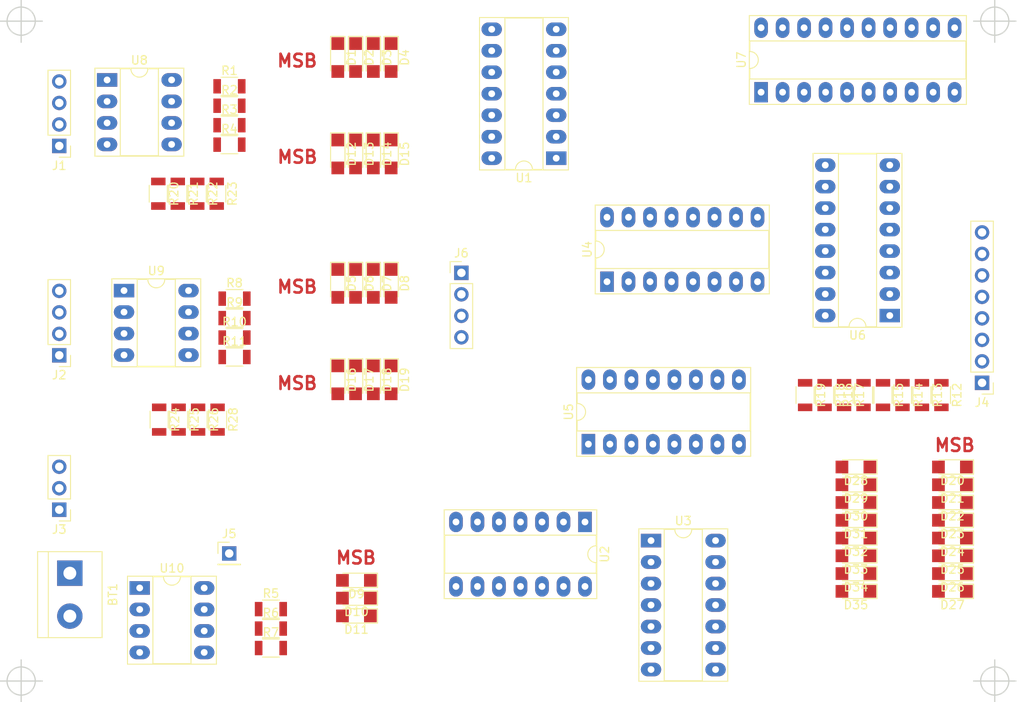
<source format=kicad_pcb>
(kicad_pcb (version 4) (host pcbnew 4.0.7)

  (general
    (links 209)
    (no_connects 209)
    (area 12.5 12.5 133.533334 95.5)
    (thickness 1.6)
    (drawings 10)
    (tracks 0)
    (zones 0)
    (modules 79)
    (nets 76)
  )

  (page User 148.006 140.005)
  (layers
    (0 F.Cu signal)
    (31 B.Cu signal)
    (32 B.Adhes user)
    (33 F.Adhes user)
    (34 B.Paste user)
    (35 F.Paste user)
    (36 B.SilkS user)
    (37 F.SilkS user)
    (38 B.Mask user)
    (39 F.Mask user)
    (40 Dwgs.User user)
    (41 Cmts.User user)
    (42 Eco1.User user)
    (43 Eco2.User user)
    (44 Edge.Cuts user)
    (45 Margin user)
    (46 B.CrtYd user)
    (47 F.CrtYd user)
    (48 B.Fab user)
    (49 F.Fab user)
  )

  (setup
    (last_trace_width 0.4)
    (trace_clearance 0.2)
    (zone_clearance 0.508)
    (zone_45_only no)
    (trace_min 0.2)
    (segment_width 0.2)
    (edge_width 0.15)
    (via_size 0.7)
    (via_drill 0.4)
    (via_min_size 0.4)
    (via_min_drill 0.3)
    (uvia_size 0.3)
    (uvia_drill 0.1)
    (uvias_allowed no)
    (uvia_min_size 0.2)
    (uvia_min_drill 0.1)
    (pcb_text_width 0.3)
    (pcb_text_size 1.5 1.5)
    (mod_edge_width 0.15)
    (mod_text_size 1 1)
    (mod_text_width 0.15)
    (pad_size 1.524 1.524)
    (pad_drill 0.762)
    (pad_to_mask_clearance 0.2)
    (aux_axis_origin 0 0)
    (visible_elements 7FFFFFFF)
    (pcbplotparams
      (layerselection 0x00030_80000001)
      (usegerberextensions false)
      (excludeedgelayer true)
      (linewidth 0.100000)
      (plotframeref false)
      (viasonmask false)
      (mode 1)
      (useauxorigin false)
      (hpglpennumber 1)
      (hpglpenspeed 20)
      (hpglpendiameter 15)
      (hpglpenoverlay 2)
      (psnegative false)
      (psa4output false)
      (plotreference true)
      (plotvalue true)
      (plotinvisibletext false)
      (padsonsilk false)
      (subtractmaskfromsilk false)
      (outputformat 1)
      (mirror false)
      (drillshape 1)
      (scaleselection 1)
      (outputdirectory ""))
  )

  (net 0 "")
  (net 1 "Net-(BT1-Pad1)")
  (net 2 /Data_A)
  (net 3 "Net-(D1-Pad2)")
  (net 4 "Net-(D13-Pad1)")
  (net 5 "Net-(D14-Pad1)")
  (net 6 "Net-(D15-Pad1)")
  (net 7 "Net-(D16-Pad1)")
  (net 8 "Net-(D17-Pad1)")
  (net 9 "Net-(D18-Pad1)")
  (net 10 "Net-(D19-Pad1)")
  (net 11 "Net-(D9-Pad2)")
  (net 12 "Net-(D10-Pad2)")
  (net 13 "Net-(D11-Pad2)")
  (net 14 "Net-(D20-Pad2)")
  (net 15 "Net-(D21-Pad2)")
  (net 16 "Net-(D22-Pad2)")
  (net 17 "Net-(D23-Pad2)")
  (net 18 "Net-(D24-Pad2)")
  (net 19 "Net-(D25-Pad2)")
  (net 20 "Net-(D26-Pad2)")
  (net 21 "Net-(D27-Pad2)")
  (net 22 "Net-(J1-Pad1)")
  (net 23 "Net-(J1-Pad2)")
  (net 24 "Net-(J1-Pad3)")
  (net 25 "Net-(J1-Pad4)")
  (net 26 "Net-(J2-Pad1)")
  (net 27 "Net-(J2-Pad2)")
  (net 28 "Net-(J2-Pad3)")
  (net 29 "Net-(J2-Pad4)")
  (net 30 "Net-(J3-Pad1)")
  (net 31 "Net-(J3-Pad2)")
  (net 32 "Net-(J3-Pad3)")
  (net 33 "Net-(J4-Pad1)")
  (net 34 "Net-(J4-Pad2)")
  (net 35 "Net-(J4-Pad3)")
  (net 36 "Net-(J4-Pad4)")
  (net 37 "Net-(J4-Pad5)")
  (net 38 "Net-(J4-Pad6)")
  (net 39 "Net-(J4-Pad7)")
  (net 40 "Net-(J4-Pad8)")
  (net 41 "Net-(J5-Pad1)")
  (net 42 "Net-(J6-Pad1)")
  (net 43 "Net-(J6-Pad2)")
  (net 44 "Net-(J6-Pad3)")
  (net 45 "Net-(J6-Pad4)")
  (net 46 "Net-(U1-Pad8)")
  (net 47 "Net-(U1-Pad3)")
  (net 48 "Net-(U1-Pad11)")
  (net 49 "Net-(U1-Pad6)")
  (net 50 "Net-(U2-Pad8)")
  (net 51 "Net-(U2-Pad3)")
  (net 52 "Net-(U2-Pad11)")
  (net 53 "Net-(U2-Pad6)")
  (net 54 "Net-(U3-Pad8)")
  (net 55 "Net-(U3-Pad3)")
  (net 56 "Net-(U3-Pad11)")
  (net 57 "Net-(U3-Pad6)")
  (net 58 "Net-(U4-Pad1)")
  (net 59 "Net-(U4-Pad9)")
  (net 60 "Net-(U4-Pad2)")
  (net 61 "Net-(U4-Pad6)")
  (net 62 "Net-(U4-Pad14)")
  (net 63 "Net-(U4-Pad15)")
  (net 64 "Net-(U5-Pad9)")
  (net 65 "Net-(U5-Pad2)")
  (net 66 "Net-(U5-Pad6)")
  (net 67 "Net-(U5-Pad14)")
  (net 68 "Net-(U5-Pad15)")
  (net 69 "Net-(U6-Pad9)")
  (net 70 "Net-(U6-Pad2)")
  (net 71 "Net-(U6-Pad6)")
  (net 72 "Net-(U6-Pad14)")
  (net 73 /Control_Pin_from_Board_1)
  (net 74 "Net-(U10-Pad1)")
  (net 75 "Net-(U10-Pad8)")

  (net_class Default "This is the default net class."
    (clearance 0.2)
    (trace_width 0.4)
    (via_dia 0.7)
    (via_drill 0.4)
    (uvia_dia 0.3)
    (uvia_drill 0.1)
    (add_net /Control_Pin_from_Board_1)
    (add_net /Data_A)
    (add_net "Net-(BT1-Pad1)")
    (add_net "Net-(D1-Pad2)")
    (add_net "Net-(D10-Pad2)")
    (add_net "Net-(D11-Pad2)")
    (add_net "Net-(D13-Pad1)")
    (add_net "Net-(D14-Pad1)")
    (add_net "Net-(D15-Pad1)")
    (add_net "Net-(D16-Pad1)")
    (add_net "Net-(D17-Pad1)")
    (add_net "Net-(D18-Pad1)")
    (add_net "Net-(D19-Pad1)")
    (add_net "Net-(D20-Pad2)")
    (add_net "Net-(D21-Pad2)")
    (add_net "Net-(D22-Pad2)")
    (add_net "Net-(D23-Pad2)")
    (add_net "Net-(D24-Pad2)")
    (add_net "Net-(D25-Pad2)")
    (add_net "Net-(D26-Pad2)")
    (add_net "Net-(D27-Pad2)")
    (add_net "Net-(D9-Pad2)")
    (add_net "Net-(J1-Pad1)")
    (add_net "Net-(J1-Pad2)")
    (add_net "Net-(J1-Pad3)")
    (add_net "Net-(J1-Pad4)")
    (add_net "Net-(J2-Pad1)")
    (add_net "Net-(J2-Pad2)")
    (add_net "Net-(J2-Pad3)")
    (add_net "Net-(J2-Pad4)")
    (add_net "Net-(J3-Pad1)")
    (add_net "Net-(J3-Pad2)")
    (add_net "Net-(J3-Pad3)")
    (add_net "Net-(J4-Pad1)")
    (add_net "Net-(J4-Pad2)")
    (add_net "Net-(J4-Pad3)")
    (add_net "Net-(J4-Pad4)")
    (add_net "Net-(J4-Pad5)")
    (add_net "Net-(J4-Pad6)")
    (add_net "Net-(J4-Pad7)")
    (add_net "Net-(J4-Pad8)")
    (add_net "Net-(J5-Pad1)")
    (add_net "Net-(J6-Pad1)")
    (add_net "Net-(J6-Pad2)")
    (add_net "Net-(J6-Pad3)")
    (add_net "Net-(J6-Pad4)")
    (add_net "Net-(U1-Pad11)")
    (add_net "Net-(U1-Pad3)")
    (add_net "Net-(U1-Pad6)")
    (add_net "Net-(U1-Pad8)")
    (add_net "Net-(U10-Pad1)")
    (add_net "Net-(U10-Pad8)")
    (add_net "Net-(U2-Pad11)")
    (add_net "Net-(U2-Pad3)")
    (add_net "Net-(U2-Pad6)")
    (add_net "Net-(U2-Pad8)")
    (add_net "Net-(U3-Pad11)")
    (add_net "Net-(U3-Pad3)")
    (add_net "Net-(U3-Pad6)")
    (add_net "Net-(U3-Pad8)")
    (add_net "Net-(U4-Pad1)")
    (add_net "Net-(U4-Pad14)")
    (add_net "Net-(U4-Pad15)")
    (add_net "Net-(U4-Pad2)")
    (add_net "Net-(U4-Pad6)")
    (add_net "Net-(U4-Pad9)")
    (add_net "Net-(U5-Pad14)")
    (add_net "Net-(U5-Pad15)")
    (add_net "Net-(U5-Pad2)")
    (add_net "Net-(U5-Pad6)")
    (add_net "Net-(U5-Pad9)")
    (add_net "Net-(U6-Pad14)")
    (add_net "Net-(U6-Pad2)")
    (add_net "Net-(U6-Pad6)")
    (add_net "Net-(U6-Pad9)")
  )

  (module Housings_DIP:DIP-8_W7.62mm_Socket_LongPads (layer F.Cu) (tedit 59C78D6B) (tstamp 59E9D490)
    (at 25.15 21.95)
    (descr "8-lead though-hole mounted DIP package, row spacing 7.62 mm (300 mils), Socket, LongPads")
    (tags "THT DIP DIL PDIP 2.54mm 7.62mm 300mil Socket LongPads")
    (path /59E9DDAE)
    (fp_text reference U8 (at 3.81 -2.33) (layer F.SilkS)
      (effects (font (size 1 1) (thickness 0.15)))
    )
    (fp_text value LM741 (at 3.81 9.95) (layer F.Fab)
      (effects (font (size 1 1) (thickness 0.15)))
    )
    (fp_arc (start 3.81 -1.33) (end 2.81 -1.33) (angle -180) (layer F.SilkS) (width 0.12))
    (fp_line (start 1.635 -1.27) (end 6.985 -1.27) (layer F.Fab) (width 0.1))
    (fp_line (start 6.985 -1.27) (end 6.985 8.89) (layer F.Fab) (width 0.1))
    (fp_line (start 6.985 8.89) (end 0.635 8.89) (layer F.Fab) (width 0.1))
    (fp_line (start 0.635 8.89) (end 0.635 -0.27) (layer F.Fab) (width 0.1))
    (fp_line (start 0.635 -0.27) (end 1.635 -1.27) (layer F.Fab) (width 0.1))
    (fp_line (start -1.27 -1.33) (end -1.27 8.95) (layer F.Fab) (width 0.1))
    (fp_line (start -1.27 8.95) (end 8.89 8.95) (layer F.Fab) (width 0.1))
    (fp_line (start 8.89 8.95) (end 8.89 -1.33) (layer F.Fab) (width 0.1))
    (fp_line (start 8.89 -1.33) (end -1.27 -1.33) (layer F.Fab) (width 0.1))
    (fp_line (start 2.81 -1.33) (end 1.56 -1.33) (layer F.SilkS) (width 0.12))
    (fp_line (start 1.56 -1.33) (end 1.56 8.95) (layer F.SilkS) (width 0.12))
    (fp_line (start 1.56 8.95) (end 6.06 8.95) (layer F.SilkS) (width 0.12))
    (fp_line (start 6.06 8.95) (end 6.06 -1.33) (layer F.SilkS) (width 0.12))
    (fp_line (start 6.06 -1.33) (end 4.81 -1.33) (layer F.SilkS) (width 0.12))
    (fp_line (start -1.44 -1.39) (end -1.44 9.01) (layer F.SilkS) (width 0.12))
    (fp_line (start -1.44 9.01) (end 9.06 9.01) (layer F.SilkS) (width 0.12))
    (fp_line (start 9.06 9.01) (end 9.06 -1.39) (layer F.SilkS) (width 0.12))
    (fp_line (start 9.06 -1.39) (end -1.44 -1.39) (layer F.SilkS) (width 0.12))
    (fp_line (start -1.55 -1.6) (end -1.55 9.2) (layer F.CrtYd) (width 0.05))
    (fp_line (start -1.55 9.2) (end 9.15 9.2) (layer F.CrtYd) (width 0.05))
    (fp_line (start 9.15 9.2) (end 9.15 -1.6) (layer F.CrtYd) (width 0.05))
    (fp_line (start 9.15 -1.6) (end -1.55 -1.6) (layer F.CrtYd) (width 0.05))
    (fp_text user %R (at 3.81 3.81) (layer F.Fab)
      (effects (font (size 1 1) (thickness 0.15)))
    )
    (pad 1 thru_hole rect (at 0 0) (size 2.4 1.6) (drill 0.8) (layers *.Cu *.Mask)
      (net 1 "Net-(BT1-Pad1)"))
    (pad 5 thru_hole oval (at 7.62 7.62) (size 2.4 1.6) (drill 0.8) (layers *.Cu *.Mask)
      (net 22 "Net-(J1-Pad1)"))
    (pad 2 thru_hole oval (at 0 2.54) (size 2.4 1.6) (drill 0.8) (layers *.Cu *.Mask)
      (net 1 "Net-(BT1-Pad1)"))
    (pad 6 thru_hole oval (at 7.62 5.08) (size 2.4 1.6) (drill 0.8) (layers *.Cu *.Mask)
      (net 23 "Net-(J1-Pad2)"))
    (pad 3 thru_hole oval (at 0 5.08) (size 2.4 1.6) (drill 0.8) (layers *.Cu *.Mask)
      (net 1 "Net-(BT1-Pad1)"))
    (pad 7 thru_hole oval (at 7.62 2.54) (size 2.4 1.6) (drill 0.8) (layers *.Cu *.Mask)
      (net 24 "Net-(J1-Pad3)"))
    (pad 4 thru_hole oval (at 0 7.62) (size 2.4 1.6) (drill 0.8) (layers *.Cu *.Mask)
      (net 1 "Net-(BT1-Pad1)"))
    (pad 8 thru_hole oval (at 7.62 0) (size 2.4 1.6) (drill 0.8) (layers *.Cu *.Mask)
      (net 25 "Net-(J1-Pad4)"))
    (model ${KISYS3DMOD}/Housings_DIP.3dshapes/DIP-8_W7.62mm_Socket.wrl
      (at (xyz 0 0 0))
      (scale (xyz 1 1 1))
      (rotate (xyz 0 0 0))
    )
  )

  (module Connectors:bornier2 (layer F.Cu) (tedit 587FD522) (tstamp 59E9CF4E)
    (at 20.75 80.25 270)
    (descr "Bornier d'alimentation 2 pins")
    (tags DEV)
    (path /59EB20D6)
    (fp_text reference BT1 (at 2.54 -5.08 270) (layer F.SilkS)
      (effects (font (size 1 1) (thickness 0.15)))
    )
    (fp_text value Battery_Cell (at 2.54 5.08 270) (layer F.Fab)
      (effects (font (size 1 1) (thickness 0.15)))
    )
    (fp_line (start -2.41 2.55) (end 7.49 2.55) (layer F.Fab) (width 0.1))
    (fp_line (start -2.46 -3.75) (end -2.46 3.75) (layer F.Fab) (width 0.1))
    (fp_line (start -2.46 3.75) (end 7.54 3.75) (layer F.Fab) (width 0.1))
    (fp_line (start 7.54 3.75) (end 7.54 -3.75) (layer F.Fab) (width 0.1))
    (fp_line (start 7.54 -3.75) (end -2.46 -3.75) (layer F.Fab) (width 0.1))
    (fp_line (start 7.62 2.54) (end -2.54 2.54) (layer F.SilkS) (width 0.12))
    (fp_line (start 7.62 3.81) (end 7.62 -3.81) (layer F.SilkS) (width 0.12))
    (fp_line (start 7.62 -3.81) (end -2.54 -3.81) (layer F.SilkS) (width 0.12))
    (fp_line (start -2.54 -3.81) (end -2.54 3.81) (layer F.SilkS) (width 0.12))
    (fp_line (start -2.54 3.81) (end 7.62 3.81) (layer F.SilkS) (width 0.12))
    (fp_line (start -2.71 -4) (end 7.79 -4) (layer F.CrtYd) (width 0.05))
    (fp_line (start -2.71 -4) (end -2.71 4) (layer F.CrtYd) (width 0.05))
    (fp_line (start 7.79 4) (end 7.79 -4) (layer F.CrtYd) (width 0.05))
    (fp_line (start 7.79 4) (end -2.71 4) (layer F.CrtYd) (width 0.05))
    (pad 1 thru_hole rect (at 0 0 270) (size 3 3) (drill 1.52) (layers *.Cu *.Mask)
      (net 1 "Net-(BT1-Pad1)"))
    (pad 2 thru_hole circle (at 5.08 0 270) (size 3 3) (drill 1.52) (layers *.Cu *.Mask)
      (net 2 /Data_A))
    (model ${KISYS3DMOD}/Connectors.3dshapes/bornier2.wrl
      (at (xyz 0 0 0))
      (scale (xyz 1 1 1))
      (rotate (xyz 0 0 0))
    )
  )

  (module Pin_Headers:Pin_Header_Straight_1x04_Pitch2.54mm (layer F.Cu) (tedit 59650532) (tstamp 59E9D0C4)
    (at 19.5 29.75 180)
    (descr "Through hole straight pin header, 1x04, 2.54mm pitch, single row")
    (tags "Through hole pin header THT 1x04 2.54mm single row")
    (path /59E9191C)
    (fp_text reference J1 (at 0 -2.33 180) (layer F.SilkS)
      (effects (font (size 1 1) (thickness 0.15)))
    )
    (fp_text value CONN_01X04 (at 0 9.95 180) (layer F.Fab)
      (effects (font (size 1 1) (thickness 0.15)))
    )
    (fp_line (start -0.635 -1.27) (end 1.27 -1.27) (layer F.Fab) (width 0.1))
    (fp_line (start 1.27 -1.27) (end 1.27 8.89) (layer F.Fab) (width 0.1))
    (fp_line (start 1.27 8.89) (end -1.27 8.89) (layer F.Fab) (width 0.1))
    (fp_line (start -1.27 8.89) (end -1.27 -0.635) (layer F.Fab) (width 0.1))
    (fp_line (start -1.27 -0.635) (end -0.635 -1.27) (layer F.Fab) (width 0.1))
    (fp_line (start -1.33 8.95) (end 1.33 8.95) (layer F.SilkS) (width 0.12))
    (fp_line (start -1.33 1.27) (end -1.33 8.95) (layer F.SilkS) (width 0.12))
    (fp_line (start 1.33 1.27) (end 1.33 8.95) (layer F.SilkS) (width 0.12))
    (fp_line (start -1.33 1.27) (end 1.33 1.27) (layer F.SilkS) (width 0.12))
    (fp_line (start -1.33 0) (end -1.33 -1.33) (layer F.SilkS) (width 0.12))
    (fp_line (start -1.33 -1.33) (end 0 -1.33) (layer F.SilkS) (width 0.12))
    (fp_line (start -1.8 -1.8) (end -1.8 9.4) (layer F.CrtYd) (width 0.05))
    (fp_line (start -1.8 9.4) (end 1.8 9.4) (layer F.CrtYd) (width 0.05))
    (fp_line (start 1.8 9.4) (end 1.8 -1.8) (layer F.CrtYd) (width 0.05))
    (fp_line (start 1.8 -1.8) (end -1.8 -1.8) (layer F.CrtYd) (width 0.05))
    (fp_text user %R (at 0 3.81 270) (layer F.Fab)
      (effects (font (size 1 1) (thickness 0.15)))
    )
    (pad 1 thru_hole rect (at 0 0 180) (size 1.7 1.7) (drill 1) (layers *.Cu *.Mask)
      (net 22 "Net-(J1-Pad1)"))
    (pad 2 thru_hole oval (at 0 2.54 180) (size 1.7 1.7) (drill 1) (layers *.Cu *.Mask)
      (net 23 "Net-(J1-Pad2)"))
    (pad 3 thru_hole oval (at 0 5.08 180) (size 1.7 1.7) (drill 1) (layers *.Cu *.Mask)
      (net 24 "Net-(J1-Pad3)"))
    (pad 4 thru_hole oval (at 0 7.62 180) (size 1.7 1.7) (drill 1) (layers *.Cu *.Mask)
      (net 25 "Net-(J1-Pad4)"))
    (model ${KISYS3DMOD}/Pin_Headers.3dshapes/Pin_Header_Straight_1x04_Pitch2.54mm.wrl
      (at (xyz 0 0 0))
      (scale (xyz 1 1 1))
      (rotate (xyz 0 0 0))
    )
  )

  (module Pin_Headers:Pin_Header_Straight_1x04_Pitch2.54mm (layer F.Cu) (tedit 59650532) (tstamp 59E9D0DC)
    (at 19.5 54.5 180)
    (descr "Through hole straight pin header, 1x04, 2.54mm pitch, single row")
    (tags "Through hole pin header THT 1x04 2.54mm single row")
    (path /59E91983)
    (fp_text reference J2 (at 0 -2.33 180) (layer F.SilkS)
      (effects (font (size 1 1) (thickness 0.15)))
    )
    (fp_text value CONN_01X04 (at 0 9.95 180) (layer F.Fab)
      (effects (font (size 1 1) (thickness 0.15)))
    )
    (fp_line (start -0.635 -1.27) (end 1.27 -1.27) (layer F.Fab) (width 0.1))
    (fp_line (start 1.27 -1.27) (end 1.27 8.89) (layer F.Fab) (width 0.1))
    (fp_line (start 1.27 8.89) (end -1.27 8.89) (layer F.Fab) (width 0.1))
    (fp_line (start -1.27 8.89) (end -1.27 -0.635) (layer F.Fab) (width 0.1))
    (fp_line (start -1.27 -0.635) (end -0.635 -1.27) (layer F.Fab) (width 0.1))
    (fp_line (start -1.33 8.95) (end 1.33 8.95) (layer F.SilkS) (width 0.12))
    (fp_line (start -1.33 1.27) (end -1.33 8.95) (layer F.SilkS) (width 0.12))
    (fp_line (start 1.33 1.27) (end 1.33 8.95) (layer F.SilkS) (width 0.12))
    (fp_line (start -1.33 1.27) (end 1.33 1.27) (layer F.SilkS) (width 0.12))
    (fp_line (start -1.33 0) (end -1.33 -1.33) (layer F.SilkS) (width 0.12))
    (fp_line (start -1.33 -1.33) (end 0 -1.33) (layer F.SilkS) (width 0.12))
    (fp_line (start -1.8 -1.8) (end -1.8 9.4) (layer F.CrtYd) (width 0.05))
    (fp_line (start -1.8 9.4) (end 1.8 9.4) (layer F.CrtYd) (width 0.05))
    (fp_line (start 1.8 9.4) (end 1.8 -1.8) (layer F.CrtYd) (width 0.05))
    (fp_line (start 1.8 -1.8) (end -1.8 -1.8) (layer F.CrtYd) (width 0.05))
    (fp_text user %R (at 0 3.81 270) (layer F.Fab)
      (effects (font (size 1 1) (thickness 0.15)))
    )
    (pad 1 thru_hole rect (at 0 0 180) (size 1.7 1.7) (drill 1) (layers *.Cu *.Mask)
      (net 26 "Net-(J2-Pad1)"))
    (pad 2 thru_hole oval (at 0 2.54 180) (size 1.7 1.7) (drill 1) (layers *.Cu *.Mask)
      (net 27 "Net-(J2-Pad2)"))
    (pad 3 thru_hole oval (at 0 5.08 180) (size 1.7 1.7) (drill 1) (layers *.Cu *.Mask)
      (net 28 "Net-(J2-Pad3)"))
    (pad 4 thru_hole oval (at 0 7.62 180) (size 1.7 1.7) (drill 1) (layers *.Cu *.Mask)
      (net 29 "Net-(J2-Pad4)"))
    (model ${KISYS3DMOD}/Pin_Headers.3dshapes/Pin_Header_Straight_1x04_Pitch2.54mm.wrl
      (at (xyz 0 0 0))
      (scale (xyz 1 1 1))
      (rotate (xyz 0 0 0))
    )
  )

  (module Pin_Headers:Pin_Header_Straight_1x03_Pitch2.54mm (layer F.Cu) (tedit 59650532) (tstamp 59E9D0F3)
    (at 19.5 72.75 180)
    (descr "Through hole straight pin header, 1x03, 2.54mm pitch, single row")
    (tags "Through hole pin header THT 1x03 2.54mm single row")
    (path /59E91DAC)
    (fp_text reference J3 (at 0 -2.33 180) (layer F.SilkS)
      (effects (font (size 1 1) (thickness 0.15)))
    )
    (fp_text value CONN_01X03 (at 0 7.41 180) (layer F.Fab)
      (effects (font (size 1 1) (thickness 0.15)))
    )
    (fp_line (start -0.635 -1.27) (end 1.27 -1.27) (layer F.Fab) (width 0.1))
    (fp_line (start 1.27 -1.27) (end 1.27 6.35) (layer F.Fab) (width 0.1))
    (fp_line (start 1.27 6.35) (end -1.27 6.35) (layer F.Fab) (width 0.1))
    (fp_line (start -1.27 6.35) (end -1.27 -0.635) (layer F.Fab) (width 0.1))
    (fp_line (start -1.27 -0.635) (end -0.635 -1.27) (layer F.Fab) (width 0.1))
    (fp_line (start -1.33 6.41) (end 1.33 6.41) (layer F.SilkS) (width 0.12))
    (fp_line (start -1.33 1.27) (end -1.33 6.41) (layer F.SilkS) (width 0.12))
    (fp_line (start 1.33 1.27) (end 1.33 6.41) (layer F.SilkS) (width 0.12))
    (fp_line (start -1.33 1.27) (end 1.33 1.27) (layer F.SilkS) (width 0.12))
    (fp_line (start -1.33 0) (end -1.33 -1.33) (layer F.SilkS) (width 0.12))
    (fp_line (start -1.33 -1.33) (end 0 -1.33) (layer F.SilkS) (width 0.12))
    (fp_line (start -1.8 -1.8) (end -1.8 6.85) (layer F.CrtYd) (width 0.05))
    (fp_line (start -1.8 6.85) (end 1.8 6.85) (layer F.CrtYd) (width 0.05))
    (fp_line (start 1.8 6.85) (end 1.8 -1.8) (layer F.CrtYd) (width 0.05))
    (fp_line (start 1.8 -1.8) (end -1.8 -1.8) (layer F.CrtYd) (width 0.05))
    (fp_text user %R (at 0 2.54 270) (layer F.Fab)
      (effects (font (size 1 1) (thickness 0.15)))
    )
    (pad 1 thru_hole rect (at 0 0 180) (size 1.7 1.7) (drill 1) (layers *.Cu *.Mask)
      (net 30 "Net-(J3-Pad1)"))
    (pad 2 thru_hole oval (at 0 2.54 180) (size 1.7 1.7) (drill 1) (layers *.Cu *.Mask)
      (net 31 "Net-(J3-Pad2)"))
    (pad 3 thru_hole oval (at 0 5.08 180) (size 1.7 1.7) (drill 1) (layers *.Cu *.Mask)
      (net 32 "Net-(J3-Pad3)"))
    (model ${KISYS3DMOD}/Pin_Headers.3dshapes/Pin_Header_Straight_1x03_Pitch2.54mm.wrl
      (at (xyz 0 0 0))
      (scale (xyz 1 1 1))
      (rotate (xyz 0 0 0))
    )
  )

  (module Pin_Headers:Pin_Header_Straight_1x08_Pitch2.54mm (layer F.Cu) (tedit 59650532) (tstamp 59E9D10F)
    (at 128.5 57.75 180)
    (descr "Through hole straight pin header, 1x08, 2.54mm pitch, single row")
    (tags "Through hole pin header THT 1x08 2.54mm single row")
    (path /59E91483)
    (fp_text reference J4 (at 0 -2.33 180) (layer F.SilkS)
      (effects (font (size 1 1) (thickness 0.15)))
    )
    (fp_text value CONN_01X08 (at 0 20.11 180) (layer F.Fab)
      (effects (font (size 1 1) (thickness 0.15)))
    )
    (fp_line (start -0.635 -1.27) (end 1.27 -1.27) (layer F.Fab) (width 0.1))
    (fp_line (start 1.27 -1.27) (end 1.27 19.05) (layer F.Fab) (width 0.1))
    (fp_line (start 1.27 19.05) (end -1.27 19.05) (layer F.Fab) (width 0.1))
    (fp_line (start -1.27 19.05) (end -1.27 -0.635) (layer F.Fab) (width 0.1))
    (fp_line (start -1.27 -0.635) (end -0.635 -1.27) (layer F.Fab) (width 0.1))
    (fp_line (start -1.33 19.11) (end 1.33 19.11) (layer F.SilkS) (width 0.12))
    (fp_line (start -1.33 1.27) (end -1.33 19.11) (layer F.SilkS) (width 0.12))
    (fp_line (start 1.33 1.27) (end 1.33 19.11) (layer F.SilkS) (width 0.12))
    (fp_line (start -1.33 1.27) (end 1.33 1.27) (layer F.SilkS) (width 0.12))
    (fp_line (start -1.33 0) (end -1.33 -1.33) (layer F.SilkS) (width 0.12))
    (fp_line (start -1.33 -1.33) (end 0 -1.33) (layer F.SilkS) (width 0.12))
    (fp_line (start -1.8 -1.8) (end -1.8 19.55) (layer F.CrtYd) (width 0.05))
    (fp_line (start -1.8 19.55) (end 1.8 19.55) (layer F.CrtYd) (width 0.05))
    (fp_line (start 1.8 19.55) (end 1.8 -1.8) (layer F.CrtYd) (width 0.05))
    (fp_line (start 1.8 -1.8) (end -1.8 -1.8) (layer F.CrtYd) (width 0.05))
    (fp_text user %R (at 0 8.89 270) (layer F.Fab)
      (effects (font (size 1 1) (thickness 0.15)))
    )
    (pad 1 thru_hole rect (at 0 0 180) (size 1.7 1.7) (drill 1) (layers *.Cu *.Mask)
      (net 33 "Net-(J4-Pad1)"))
    (pad 2 thru_hole oval (at 0 2.54 180) (size 1.7 1.7) (drill 1) (layers *.Cu *.Mask)
      (net 34 "Net-(J4-Pad2)"))
    (pad 3 thru_hole oval (at 0 5.08 180) (size 1.7 1.7) (drill 1) (layers *.Cu *.Mask)
      (net 35 "Net-(J4-Pad3)"))
    (pad 4 thru_hole oval (at 0 7.62 180) (size 1.7 1.7) (drill 1) (layers *.Cu *.Mask)
      (net 36 "Net-(J4-Pad4)"))
    (pad 5 thru_hole oval (at 0 10.16 180) (size 1.7 1.7) (drill 1) (layers *.Cu *.Mask)
      (net 37 "Net-(J4-Pad5)"))
    (pad 6 thru_hole oval (at 0 12.7 180) (size 1.7 1.7) (drill 1) (layers *.Cu *.Mask)
      (net 38 "Net-(J4-Pad6)"))
    (pad 7 thru_hole oval (at 0 15.24 180) (size 1.7 1.7) (drill 1) (layers *.Cu *.Mask)
      (net 39 "Net-(J4-Pad7)"))
    (pad 8 thru_hole oval (at 0 17.78 180) (size 1.7 1.7) (drill 1) (layers *.Cu *.Mask)
      (net 40 "Net-(J4-Pad8)"))
    (model ${KISYS3DMOD}/Pin_Headers.3dshapes/Pin_Header_Straight_1x08_Pitch2.54mm.wrl
      (at (xyz 0 0 0))
      (scale (xyz 1 1 1))
      (rotate (xyz 0 0 0))
    )
  )

  (module Pin_Headers:Pin_Header_Straight_1x01_Pitch2.54mm (layer F.Cu) (tedit 59650532) (tstamp 59E9D124)
    (at 39.575 77.925)
    (descr "Through hole straight pin header, 1x01, 2.54mm pitch, single row")
    (tags "Through hole pin header THT 1x01 2.54mm single row")
    (path /59E91422)
    (fp_text reference J5 (at 0 -2.33) (layer F.SilkS)
      (effects (font (size 1 1) (thickness 0.15)))
    )
    (fp_text value CONN_01X01 (at 0 2.33) (layer F.Fab)
      (effects (font (size 1 1) (thickness 0.15)))
    )
    (fp_line (start -0.635 -1.27) (end 1.27 -1.27) (layer F.Fab) (width 0.1))
    (fp_line (start 1.27 -1.27) (end 1.27 1.27) (layer F.Fab) (width 0.1))
    (fp_line (start 1.27 1.27) (end -1.27 1.27) (layer F.Fab) (width 0.1))
    (fp_line (start -1.27 1.27) (end -1.27 -0.635) (layer F.Fab) (width 0.1))
    (fp_line (start -1.27 -0.635) (end -0.635 -1.27) (layer F.Fab) (width 0.1))
    (fp_line (start -1.33 1.33) (end 1.33 1.33) (layer F.SilkS) (width 0.12))
    (fp_line (start -1.33 1.27) (end -1.33 1.33) (layer F.SilkS) (width 0.12))
    (fp_line (start 1.33 1.27) (end 1.33 1.33) (layer F.SilkS) (width 0.12))
    (fp_line (start -1.33 1.27) (end 1.33 1.27) (layer F.SilkS) (width 0.12))
    (fp_line (start -1.33 0) (end -1.33 -1.33) (layer F.SilkS) (width 0.12))
    (fp_line (start -1.33 -1.33) (end 0 -1.33) (layer F.SilkS) (width 0.12))
    (fp_line (start -1.8 -1.8) (end -1.8 1.8) (layer F.CrtYd) (width 0.05))
    (fp_line (start -1.8 1.8) (end 1.8 1.8) (layer F.CrtYd) (width 0.05))
    (fp_line (start 1.8 1.8) (end 1.8 -1.8) (layer F.CrtYd) (width 0.05))
    (fp_line (start 1.8 -1.8) (end -1.8 -1.8) (layer F.CrtYd) (width 0.05))
    (fp_text user %R (at 0 0 90) (layer F.Fab)
      (effects (font (size 1 1) (thickness 0.15)))
    )
    (pad 1 thru_hole rect (at 0 0) (size 1.7 1.7) (drill 1) (layers *.Cu *.Mask)
      (net 41 "Net-(J5-Pad1)"))
    (model ${KISYS3DMOD}/Pin_Headers.3dshapes/Pin_Header_Straight_1x01_Pitch2.54mm.wrl
      (at (xyz 0 0 0))
      (scale (xyz 1 1 1))
      (rotate (xyz 0 0 0))
    )
  )

  (module Pin_Headers:Pin_Header_Straight_1x04_Pitch2.54mm (layer F.Cu) (tedit 59650532) (tstamp 59E9D13C)
    (at 67 44.75)
    (descr "Through hole straight pin header, 1x04, 2.54mm pitch, single row")
    (tags "Through hole pin header THT 1x04 2.54mm single row")
    (path /59E91298)
    (fp_text reference J6 (at 0 -2.33) (layer F.SilkS)
      (effects (font (size 1 1) (thickness 0.15)))
    )
    (fp_text value CONN_01X04 (at 0 9.95) (layer F.Fab)
      (effects (font (size 1 1) (thickness 0.15)))
    )
    (fp_line (start -0.635 -1.27) (end 1.27 -1.27) (layer F.Fab) (width 0.1))
    (fp_line (start 1.27 -1.27) (end 1.27 8.89) (layer F.Fab) (width 0.1))
    (fp_line (start 1.27 8.89) (end -1.27 8.89) (layer F.Fab) (width 0.1))
    (fp_line (start -1.27 8.89) (end -1.27 -0.635) (layer F.Fab) (width 0.1))
    (fp_line (start -1.27 -0.635) (end -0.635 -1.27) (layer F.Fab) (width 0.1))
    (fp_line (start -1.33 8.95) (end 1.33 8.95) (layer F.SilkS) (width 0.12))
    (fp_line (start -1.33 1.27) (end -1.33 8.95) (layer F.SilkS) (width 0.12))
    (fp_line (start 1.33 1.27) (end 1.33 8.95) (layer F.SilkS) (width 0.12))
    (fp_line (start -1.33 1.27) (end 1.33 1.27) (layer F.SilkS) (width 0.12))
    (fp_line (start -1.33 0) (end -1.33 -1.33) (layer F.SilkS) (width 0.12))
    (fp_line (start -1.33 -1.33) (end 0 -1.33) (layer F.SilkS) (width 0.12))
    (fp_line (start -1.8 -1.8) (end -1.8 9.4) (layer F.CrtYd) (width 0.05))
    (fp_line (start -1.8 9.4) (end 1.8 9.4) (layer F.CrtYd) (width 0.05))
    (fp_line (start 1.8 9.4) (end 1.8 -1.8) (layer F.CrtYd) (width 0.05))
    (fp_line (start 1.8 -1.8) (end -1.8 -1.8) (layer F.CrtYd) (width 0.05))
    (fp_text user %R (at 0 3.81 90) (layer F.Fab)
      (effects (font (size 1 1) (thickness 0.15)))
    )
    (pad 1 thru_hole rect (at 0 0) (size 1.7 1.7) (drill 1) (layers *.Cu *.Mask)
      (net 42 "Net-(J6-Pad1)"))
    (pad 2 thru_hole oval (at 0 2.54) (size 1.7 1.7) (drill 1) (layers *.Cu *.Mask)
      (net 43 "Net-(J6-Pad2)"))
    (pad 3 thru_hole oval (at 0 5.08) (size 1.7 1.7) (drill 1) (layers *.Cu *.Mask)
      (net 44 "Net-(J6-Pad3)"))
    (pad 4 thru_hole oval (at 0 7.62) (size 1.7 1.7) (drill 1) (layers *.Cu *.Mask)
      (net 45 "Net-(J6-Pad4)"))
    (model ${KISYS3DMOD}/Pin_Headers.3dshapes/Pin_Header_Straight_1x04_Pitch2.54mm.wrl
      (at (xyz 0 0 0))
      (scale (xyz 1 1 1))
      (rotate (xyz 0 0 0))
    )
  )

  (module Housings_DIP:DIP-14_W7.62mm_Socket_LongPads (layer F.Cu) (tedit 59C78D6B) (tstamp 59E9D364)
    (at 78.2 31.2 180)
    (descr "14-lead though-hole mounted DIP package, row spacing 7.62 mm (300 mils), Socket, LongPads")
    (tags "THT DIP DIL PDIP 2.54mm 7.62mm 300mil Socket LongPads")
    (path /59E90FBE)
    (fp_text reference U1 (at 3.81 -2.33 180) (layer F.SilkS)
      (effects (font (size 1 1) (thickness 0.15)))
    )
    (fp_text value 74LS08 (at 3.81 17.57 180) (layer F.Fab)
      (effects (font (size 1 1) (thickness 0.15)))
    )
    (fp_arc (start 3.81 -1.33) (end 2.81 -1.33) (angle -180) (layer F.SilkS) (width 0.12))
    (fp_line (start 1.635 -1.27) (end 6.985 -1.27) (layer F.Fab) (width 0.1))
    (fp_line (start 6.985 -1.27) (end 6.985 16.51) (layer F.Fab) (width 0.1))
    (fp_line (start 6.985 16.51) (end 0.635 16.51) (layer F.Fab) (width 0.1))
    (fp_line (start 0.635 16.51) (end 0.635 -0.27) (layer F.Fab) (width 0.1))
    (fp_line (start 0.635 -0.27) (end 1.635 -1.27) (layer F.Fab) (width 0.1))
    (fp_line (start -1.27 -1.33) (end -1.27 16.57) (layer F.Fab) (width 0.1))
    (fp_line (start -1.27 16.57) (end 8.89 16.57) (layer F.Fab) (width 0.1))
    (fp_line (start 8.89 16.57) (end 8.89 -1.33) (layer F.Fab) (width 0.1))
    (fp_line (start 8.89 -1.33) (end -1.27 -1.33) (layer F.Fab) (width 0.1))
    (fp_line (start 2.81 -1.33) (end 1.56 -1.33) (layer F.SilkS) (width 0.12))
    (fp_line (start 1.56 -1.33) (end 1.56 16.57) (layer F.SilkS) (width 0.12))
    (fp_line (start 1.56 16.57) (end 6.06 16.57) (layer F.SilkS) (width 0.12))
    (fp_line (start 6.06 16.57) (end 6.06 -1.33) (layer F.SilkS) (width 0.12))
    (fp_line (start 6.06 -1.33) (end 4.81 -1.33) (layer F.SilkS) (width 0.12))
    (fp_line (start -1.44 -1.39) (end -1.44 16.63) (layer F.SilkS) (width 0.12))
    (fp_line (start -1.44 16.63) (end 9.06 16.63) (layer F.SilkS) (width 0.12))
    (fp_line (start 9.06 16.63) (end 9.06 -1.39) (layer F.SilkS) (width 0.12))
    (fp_line (start 9.06 -1.39) (end -1.44 -1.39) (layer F.SilkS) (width 0.12))
    (fp_line (start -1.55 -1.6) (end -1.55 16.85) (layer F.CrtYd) (width 0.05))
    (fp_line (start -1.55 16.85) (end 9.15 16.85) (layer F.CrtYd) (width 0.05))
    (fp_line (start 9.15 16.85) (end 9.15 -1.6) (layer F.CrtYd) (width 0.05))
    (fp_line (start 9.15 -1.6) (end -1.55 -1.6) (layer F.CrtYd) (width 0.05))
    (fp_text user %R (at 3.81 7.62 180) (layer F.Fab)
      (effects (font (size 1 1) (thickness 0.15)))
    )
    (pad 1 thru_hole rect (at 0 0 180) (size 2.4 1.6) (drill 0.8) (layers *.Cu *.Mask)
      (net 26 "Net-(J2-Pad1)"))
    (pad 8 thru_hole oval (at 7.62 15.24 180) (size 2.4 1.6) (drill 0.8) (layers *.Cu *.Mask)
      (net 46 "Net-(U1-Pad8)"))
    (pad 2 thru_hole oval (at 0 2.54 180) (size 2.4 1.6) (drill 0.8) (layers *.Cu *.Mask)
      (net 23 "Net-(J1-Pad2)"))
    (pad 9 thru_hole oval (at 7.62 12.7 180) (size 2.4 1.6) (drill 0.8) (layers *.Cu *.Mask)
      (net 26 "Net-(J2-Pad1)"))
    (pad 3 thru_hole oval (at 0 5.08 180) (size 2.4 1.6) (drill 0.8) (layers *.Cu *.Mask)
      (net 47 "Net-(U1-Pad3)"))
    (pad 10 thru_hole oval (at 7.62 10.16 180) (size 2.4 1.6) (drill 0.8) (layers *.Cu *.Mask)
      (net 25 "Net-(J1-Pad4)"))
    (pad 4 thru_hole oval (at 0 7.62 180) (size 2.4 1.6) (drill 0.8) (layers *.Cu *.Mask)
      (net 26 "Net-(J2-Pad1)"))
    (pad 11 thru_hole oval (at 7.62 7.62 180) (size 2.4 1.6) (drill 0.8) (layers *.Cu *.Mask)
      (net 48 "Net-(U1-Pad11)"))
    (pad 5 thru_hole oval (at 0 10.16 180) (size 2.4 1.6) (drill 0.8) (layers *.Cu *.Mask)
      (net 24 "Net-(J1-Pad3)"))
    (pad 12 thru_hole oval (at 7.62 5.08 180) (size 2.4 1.6) (drill 0.8) (layers *.Cu *.Mask)
      (net 27 "Net-(J2-Pad2)"))
    (pad 6 thru_hole oval (at 0 12.7 180) (size 2.4 1.6) (drill 0.8) (layers *.Cu *.Mask)
      (net 49 "Net-(U1-Pad6)"))
    (pad 13 thru_hole oval (at 7.62 2.54 180) (size 2.4 1.6) (drill 0.8) (layers *.Cu *.Mask)
      (net 22 "Net-(J1-Pad1)"))
    (pad 7 thru_hole oval (at 0 15.24 180) (size 2.4 1.6) (drill 0.8) (layers *.Cu *.Mask)
      (net 2 /Data_A))
    (pad 14 thru_hole oval (at 7.62 0 180) (size 2.4 1.6) (drill 0.8) (layers *.Cu *.Mask)
      (net 1 "Net-(BT1-Pad1)"))
    (model ${KISYS3DMOD}/Housings_DIP.3dshapes/DIP-14_W7.62mm_Socket.wrl
      (at (xyz 0 0 0))
      (scale (xyz 1 1 1))
      (rotate (xyz 0 0 0))
    )
  )

  (module Housings_DIP:DIP-14_W7.62mm_Socket_LongPads (layer F.Cu) (tedit 59C78D6B) (tstamp 59E9D38E)
    (at 81.6 74.2 270)
    (descr "14-lead though-hole mounted DIP package, row spacing 7.62 mm (300 mils), Socket, LongPads")
    (tags "THT DIP DIL PDIP 2.54mm 7.62mm 300mil Socket LongPads")
    (path /59E910E4)
    (fp_text reference U2 (at 3.81 -2.33 270) (layer F.SilkS)
      (effects (font (size 1 1) (thickness 0.15)))
    )
    (fp_text value 74LS08 (at 3.81 17.57 270) (layer F.Fab)
      (effects (font (size 1 1) (thickness 0.15)))
    )
    (fp_arc (start 3.81 -1.33) (end 2.81 -1.33) (angle -180) (layer F.SilkS) (width 0.12))
    (fp_line (start 1.635 -1.27) (end 6.985 -1.27) (layer F.Fab) (width 0.1))
    (fp_line (start 6.985 -1.27) (end 6.985 16.51) (layer F.Fab) (width 0.1))
    (fp_line (start 6.985 16.51) (end 0.635 16.51) (layer F.Fab) (width 0.1))
    (fp_line (start 0.635 16.51) (end 0.635 -0.27) (layer F.Fab) (width 0.1))
    (fp_line (start 0.635 -0.27) (end 1.635 -1.27) (layer F.Fab) (width 0.1))
    (fp_line (start -1.27 -1.33) (end -1.27 16.57) (layer F.Fab) (width 0.1))
    (fp_line (start -1.27 16.57) (end 8.89 16.57) (layer F.Fab) (width 0.1))
    (fp_line (start 8.89 16.57) (end 8.89 -1.33) (layer F.Fab) (width 0.1))
    (fp_line (start 8.89 -1.33) (end -1.27 -1.33) (layer F.Fab) (width 0.1))
    (fp_line (start 2.81 -1.33) (end 1.56 -1.33) (layer F.SilkS) (width 0.12))
    (fp_line (start 1.56 -1.33) (end 1.56 16.57) (layer F.SilkS) (width 0.12))
    (fp_line (start 1.56 16.57) (end 6.06 16.57) (layer F.SilkS) (width 0.12))
    (fp_line (start 6.06 16.57) (end 6.06 -1.33) (layer F.SilkS) (width 0.12))
    (fp_line (start 6.06 -1.33) (end 4.81 -1.33) (layer F.SilkS) (width 0.12))
    (fp_line (start -1.44 -1.39) (end -1.44 16.63) (layer F.SilkS) (width 0.12))
    (fp_line (start -1.44 16.63) (end 9.06 16.63) (layer F.SilkS) (width 0.12))
    (fp_line (start 9.06 16.63) (end 9.06 -1.39) (layer F.SilkS) (width 0.12))
    (fp_line (start 9.06 -1.39) (end -1.44 -1.39) (layer F.SilkS) (width 0.12))
    (fp_line (start -1.55 -1.6) (end -1.55 16.85) (layer F.CrtYd) (width 0.05))
    (fp_line (start -1.55 16.85) (end 9.15 16.85) (layer F.CrtYd) (width 0.05))
    (fp_line (start 9.15 16.85) (end 9.15 -1.6) (layer F.CrtYd) (width 0.05))
    (fp_line (start 9.15 -1.6) (end -1.55 -1.6) (layer F.CrtYd) (width 0.05))
    (fp_text user %R (at 3.81 7.62 270) (layer F.Fab)
      (effects (font (size 1 1) (thickness 0.15)))
    )
    (pad 1 thru_hole rect (at 0 0 270) (size 2.4 1.6) (drill 0.8) (layers *.Cu *.Mask)
      (net 27 "Net-(J2-Pad2)"))
    (pad 8 thru_hole oval (at 7.62 15.24 270) (size 2.4 1.6) (drill 0.8) (layers *.Cu *.Mask)
      (net 50 "Net-(U2-Pad8)"))
    (pad 2 thru_hole oval (at 0 2.54 270) (size 2.4 1.6) (drill 0.8) (layers *.Cu *.Mask)
      (net 24 "Net-(J1-Pad3)"))
    (pad 9 thru_hole oval (at 7.62 12.7 270) (size 2.4 1.6) (drill 0.8) (layers *.Cu *.Mask)
      (net 28 "Net-(J2-Pad3)"))
    (pad 3 thru_hole oval (at 0 5.08 270) (size 2.4 1.6) (drill 0.8) (layers *.Cu *.Mask)
      (net 51 "Net-(U2-Pad3)"))
    (pad 10 thru_hole oval (at 7.62 10.16 270) (size 2.4 1.6) (drill 0.8) (layers *.Cu *.Mask)
      (net 22 "Net-(J1-Pad1)"))
    (pad 4 thru_hole oval (at 0 7.62 270) (size 2.4 1.6) (drill 0.8) (layers *.Cu *.Mask)
      (net 27 "Net-(J2-Pad2)"))
    (pad 11 thru_hole oval (at 7.62 7.62 270) (size 2.4 1.6) (drill 0.8) (layers *.Cu *.Mask)
      (net 52 "Net-(U2-Pad11)"))
    (pad 5 thru_hole oval (at 0 10.16 270) (size 2.4 1.6) (drill 0.8) (layers *.Cu *.Mask)
      (net 25 "Net-(J1-Pad4)"))
    (pad 12 thru_hole oval (at 7.62 5.08 270) (size 2.4 1.6) (drill 0.8) (layers *.Cu *.Mask)
      (net 28 "Net-(J2-Pad3)"))
    (pad 6 thru_hole oval (at 0 12.7 270) (size 2.4 1.6) (drill 0.8) (layers *.Cu *.Mask)
      (net 53 "Net-(U2-Pad6)"))
    (pad 13 thru_hole oval (at 7.62 2.54 270) (size 2.4 1.6) (drill 0.8) (layers *.Cu *.Mask)
      (net 23 "Net-(J1-Pad2)"))
    (pad 7 thru_hole oval (at 0 15.24 270) (size 2.4 1.6) (drill 0.8) (layers *.Cu *.Mask)
      (net 2 /Data_A))
    (pad 14 thru_hole oval (at 7.62 0 270) (size 2.4 1.6) (drill 0.8) (layers *.Cu *.Mask)
      (net 1 "Net-(BT1-Pad1)"))
    (model ${KISYS3DMOD}/Housings_DIP.3dshapes/DIP-14_W7.62mm_Socket.wrl
      (at (xyz 0 0 0))
      (scale (xyz 1 1 1))
      (rotate (xyz 0 0 0))
    )
  )

  (module Housings_DIP:DIP-14_W7.62mm_Socket_LongPads (layer F.Cu) (tedit 59C78D6B) (tstamp 59E9D3B8)
    (at 89.4 76.4)
    (descr "14-lead though-hole mounted DIP package, row spacing 7.62 mm (300 mils), Socket, LongPads")
    (tags "THT DIP DIL PDIP 2.54mm 7.62mm 300mil Socket LongPads")
    (path /59E91192)
    (fp_text reference U3 (at 3.81 -2.33) (layer F.SilkS)
      (effects (font (size 1 1) (thickness 0.15)))
    )
    (fp_text value 74LS08 (at 3.81 17.57) (layer F.Fab)
      (effects (font (size 1 1) (thickness 0.15)))
    )
    (fp_arc (start 3.81 -1.33) (end 2.81 -1.33) (angle -180) (layer F.SilkS) (width 0.12))
    (fp_line (start 1.635 -1.27) (end 6.985 -1.27) (layer F.Fab) (width 0.1))
    (fp_line (start 6.985 -1.27) (end 6.985 16.51) (layer F.Fab) (width 0.1))
    (fp_line (start 6.985 16.51) (end 0.635 16.51) (layer F.Fab) (width 0.1))
    (fp_line (start 0.635 16.51) (end 0.635 -0.27) (layer F.Fab) (width 0.1))
    (fp_line (start 0.635 -0.27) (end 1.635 -1.27) (layer F.Fab) (width 0.1))
    (fp_line (start -1.27 -1.33) (end -1.27 16.57) (layer F.Fab) (width 0.1))
    (fp_line (start -1.27 16.57) (end 8.89 16.57) (layer F.Fab) (width 0.1))
    (fp_line (start 8.89 16.57) (end 8.89 -1.33) (layer F.Fab) (width 0.1))
    (fp_line (start 8.89 -1.33) (end -1.27 -1.33) (layer F.Fab) (width 0.1))
    (fp_line (start 2.81 -1.33) (end 1.56 -1.33) (layer F.SilkS) (width 0.12))
    (fp_line (start 1.56 -1.33) (end 1.56 16.57) (layer F.SilkS) (width 0.12))
    (fp_line (start 1.56 16.57) (end 6.06 16.57) (layer F.SilkS) (width 0.12))
    (fp_line (start 6.06 16.57) (end 6.06 -1.33) (layer F.SilkS) (width 0.12))
    (fp_line (start 6.06 -1.33) (end 4.81 -1.33) (layer F.SilkS) (width 0.12))
    (fp_line (start -1.44 -1.39) (end -1.44 16.63) (layer F.SilkS) (width 0.12))
    (fp_line (start -1.44 16.63) (end 9.06 16.63) (layer F.SilkS) (width 0.12))
    (fp_line (start 9.06 16.63) (end 9.06 -1.39) (layer F.SilkS) (width 0.12))
    (fp_line (start 9.06 -1.39) (end -1.44 -1.39) (layer F.SilkS) (width 0.12))
    (fp_line (start -1.55 -1.6) (end -1.55 16.85) (layer F.CrtYd) (width 0.05))
    (fp_line (start -1.55 16.85) (end 9.15 16.85) (layer F.CrtYd) (width 0.05))
    (fp_line (start 9.15 16.85) (end 9.15 -1.6) (layer F.CrtYd) (width 0.05))
    (fp_line (start 9.15 -1.6) (end -1.55 -1.6) (layer F.CrtYd) (width 0.05))
    (fp_text user %R (at 3.81 7.62) (layer F.Fab)
      (effects (font (size 1 1) (thickness 0.15)))
    )
    (pad 1 thru_hole rect (at 0 0) (size 2.4 1.6) (drill 0.8) (layers *.Cu *.Mask)
      (net 28 "Net-(J2-Pad3)"))
    (pad 8 thru_hole oval (at 7.62 15.24) (size 2.4 1.6) (drill 0.8) (layers *.Cu *.Mask)
      (net 54 "Net-(U3-Pad8)"))
    (pad 2 thru_hole oval (at 0 2.54) (size 2.4 1.6) (drill 0.8) (layers *.Cu *.Mask)
      (net 25 "Net-(J1-Pad4)"))
    (pad 9 thru_hole oval (at 7.62 12.7) (size 2.4 1.6) (drill 0.8) (layers *.Cu *.Mask)
      (net 29 "Net-(J2-Pad4)"))
    (pad 3 thru_hole oval (at 0 5.08) (size 2.4 1.6) (drill 0.8) (layers *.Cu *.Mask)
      (net 55 "Net-(U3-Pad3)"))
    (pad 10 thru_hole oval (at 7.62 10.16) (size 2.4 1.6) (drill 0.8) (layers *.Cu *.Mask)
      (net 23 "Net-(J1-Pad2)"))
    (pad 4 thru_hole oval (at 0 7.62) (size 2.4 1.6) (drill 0.8) (layers *.Cu *.Mask)
      (net 29 "Net-(J2-Pad4)"))
    (pad 11 thru_hole oval (at 7.62 7.62) (size 2.4 1.6) (drill 0.8) (layers *.Cu *.Mask)
      (net 56 "Net-(U3-Pad11)"))
    (pad 5 thru_hole oval (at 0 10.16) (size 2.4 1.6) (drill 0.8) (layers *.Cu *.Mask)
      (net 22 "Net-(J1-Pad1)"))
    (pad 12 thru_hole oval (at 7.62 5.08) (size 2.4 1.6) (drill 0.8) (layers *.Cu *.Mask)
      (net 29 "Net-(J2-Pad4)"))
    (pad 6 thru_hole oval (at 0 12.7) (size 2.4 1.6) (drill 0.8) (layers *.Cu *.Mask)
      (net 57 "Net-(U3-Pad6)"))
    (pad 13 thru_hole oval (at 7.62 2.54) (size 2.4 1.6) (drill 0.8) (layers *.Cu *.Mask)
      (net 24 "Net-(J1-Pad3)"))
    (pad 7 thru_hole oval (at 0 15.24) (size 2.4 1.6) (drill 0.8) (layers *.Cu *.Mask)
      (net 2 /Data_A))
    (pad 14 thru_hole oval (at 7.62 0) (size 2.4 1.6) (drill 0.8) (layers *.Cu *.Mask)
      (net 1 "Net-(BT1-Pad1)"))
    (model ${KISYS3DMOD}/Housings_DIP.3dshapes/DIP-14_W7.62mm_Socket.wrl
      (at (xyz 0 0 0))
      (scale (xyz 1 1 1))
      (rotate (xyz 0 0 0))
    )
  )

  (module Housings_DIP:DIP-16_W7.62mm_Socket_LongPads (layer F.Cu) (tedit 59C78D6B) (tstamp 59E9D3E4)
    (at 84.2 45.8 90)
    (descr "16-lead though-hole mounted DIP package, row spacing 7.62 mm (300 mils), Socket, LongPads")
    (tags "THT DIP DIL PDIP 2.54mm 7.62mm 300mil Socket LongPads")
    (path /59E90E55)
    (fp_text reference U4 (at 3.81 -2.33 90) (layer F.SilkS)
      (effects (font (size 1 1) (thickness 0.15)))
    )
    (fp_text value 74LS83 (at 3.81 20.11 90) (layer F.Fab)
      (effects (font (size 1 1) (thickness 0.15)))
    )
    (fp_arc (start 3.81 -1.33) (end 2.81 -1.33) (angle -180) (layer F.SilkS) (width 0.12))
    (fp_line (start 1.635 -1.27) (end 6.985 -1.27) (layer F.Fab) (width 0.1))
    (fp_line (start 6.985 -1.27) (end 6.985 19.05) (layer F.Fab) (width 0.1))
    (fp_line (start 6.985 19.05) (end 0.635 19.05) (layer F.Fab) (width 0.1))
    (fp_line (start 0.635 19.05) (end 0.635 -0.27) (layer F.Fab) (width 0.1))
    (fp_line (start 0.635 -0.27) (end 1.635 -1.27) (layer F.Fab) (width 0.1))
    (fp_line (start -1.27 -1.33) (end -1.27 19.11) (layer F.Fab) (width 0.1))
    (fp_line (start -1.27 19.11) (end 8.89 19.11) (layer F.Fab) (width 0.1))
    (fp_line (start 8.89 19.11) (end 8.89 -1.33) (layer F.Fab) (width 0.1))
    (fp_line (start 8.89 -1.33) (end -1.27 -1.33) (layer F.Fab) (width 0.1))
    (fp_line (start 2.81 -1.33) (end 1.56 -1.33) (layer F.SilkS) (width 0.12))
    (fp_line (start 1.56 -1.33) (end 1.56 19.11) (layer F.SilkS) (width 0.12))
    (fp_line (start 1.56 19.11) (end 6.06 19.11) (layer F.SilkS) (width 0.12))
    (fp_line (start 6.06 19.11) (end 6.06 -1.33) (layer F.SilkS) (width 0.12))
    (fp_line (start 6.06 -1.33) (end 4.81 -1.33) (layer F.SilkS) (width 0.12))
    (fp_line (start -1.44 -1.39) (end -1.44 19.17) (layer F.SilkS) (width 0.12))
    (fp_line (start -1.44 19.17) (end 9.06 19.17) (layer F.SilkS) (width 0.12))
    (fp_line (start 9.06 19.17) (end 9.06 -1.39) (layer F.SilkS) (width 0.12))
    (fp_line (start 9.06 -1.39) (end -1.44 -1.39) (layer F.SilkS) (width 0.12))
    (fp_line (start -1.55 -1.6) (end -1.55 19.4) (layer F.CrtYd) (width 0.05))
    (fp_line (start -1.55 19.4) (end 9.15 19.4) (layer F.CrtYd) (width 0.05))
    (fp_line (start 9.15 19.4) (end 9.15 -1.6) (layer F.CrtYd) (width 0.05))
    (fp_line (start 9.15 -1.6) (end -1.55 -1.6) (layer F.CrtYd) (width 0.05))
    (fp_text user %R (at 3.81 8.89 90) (layer F.Fab)
      (effects (font (size 1 1) (thickness 0.15)))
    )
    (pad 1 thru_hole rect (at 0 0 90) (size 2.4 1.6) (drill 0.8) (layers *.Cu *.Mask)
      (net 58 "Net-(U4-Pad1)"))
    (pad 9 thru_hole oval (at 7.62 17.78 90) (size 2.4 1.6) (drill 0.8) (layers *.Cu *.Mask)
      (net 59 "Net-(U4-Pad9)"))
    (pad 2 thru_hole oval (at 0 2.54 90) (size 2.4 1.6) (drill 0.8) (layers *.Cu *.Mask)
      (net 60 "Net-(U4-Pad2)"))
    (pad 10 thru_hole oval (at 7.62 15.24 90) (size 2.4 1.6) (drill 0.8) (layers *.Cu *.Mask)
      (net 47 "Net-(U1-Pad3)"))
    (pad 3 thru_hole oval (at 0 5.08 90) (size 2.4 1.6) (drill 0.8) (layers *.Cu *.Mask)
      (net 46 "Net-(U1-Pad8)"))
    (pad 11 thru_hole oval (at 7.62 12.7 90) (size 2.4 1.6) (drill 0.8) (layers *.Cu *.Mask)
      (net 48 "Net-(U1-Pad11)"))
    (pad 4 thru_hole oval (at 0 7.62 90) (size 2.4 1.6) (drill 0.8) (layers *.Cu *.Mask)
      (net 51 "Net-(U2-Pad3)"))
    (pad 12 thru_hole oval (at 7.62 10.16 90) (size 2.4 1.6) (drill 0.8) (layers *.Cu *.Mask)
      (net 2 /Data_A))
    (pad 5 thru_hole oval (at 0 10.16 90) (size 2.4 1.6) (drill 0.8) (layers *.Cu *.Mask)
      (net 1 "Net-(BT1-Pad1)"))
    (pad 13 thru_hole oval (at 7.62 7.62 90) (size 2.4 1.6) (drill 0.8) (layers *.Cu *.Mask)
      (net 58 "Net-(U4-Pad1)"))
    (pad 6 thru_hole oval (at 0 12.7 90) (size 2.4 1.6) (drill 0.8) (layers *.Cu *.Mask)
      (net 61 "Net-(U4-Pad6)"))
    (pad 14 thru_hole oval (at 7.62 5.08 90) (size 2.4 1.6) (drill 0.8) (layers *.Cu *.Mask)
      (net 62 "Net-(U4-Pad14)"))
    (pad 7 thru_hole oval (at 0 15.24 90) (size 2.4 1.6) (drill 0.8) (layers *.Cu *.Mask)
      (net 43 "Net-(J6-Pad2)"))
    (pad 15 thru_hole oval (at 7.62 2.54 90) (size 2.4 1.6) (drill 0.8) (layers *.Cu *.Mask)
      (net 63 "Net-(U4-Pad15)"))
    (pad 8 thru_hole oval (at 0 17.78 90) (size 2.4 1.6) (drill 0.8) (layers *.Cu *.Mask)
      (net 49 "Net-(U1-Pad6)"))
    (pad 16 thru_hole oval (at 7.62 0 90) (size 2.4 1.6) (drill 0.8) (layers *.Cu *.Mask)
      (net 53 "Net-(U2-Pad6)"))
    (model ${KISYS3DMOD}/Housings_DIP.3dshapes/DIP-16_W7.62mm_Socket.wrl
      (at (xyz 0 0 0))
      (scale (xyz 1 1 1))
      (rotate (xyz 0 0 0))
    )
  )

  (module Housings_DIP:DIP-16_W7.62mm_Socket_LongPads (layer F.Cu) (tedit 59C78D6B) (tstamp 59E9D410)
    (at 82 65 90)
    (descr "16-lead though-hole mounted DIP package, row spacing 7.62 mm (300 mils), Socket, LongPads")
    (tags "THT DIP DIL PDIP 2.54mm 7.62mm 300mil Socket LongPads")
    (path /59E90F58)
    (fp_text reference U5 (at 3.81 -2.33 90) (layer F.SilkS)
      (effects (font (size 1 1) (thickness 0.15)))
    )
    (fp_text value 74LS83 (at 3.81 20.11 90) (layer F.Fab)
      (effects (font (size 1 1) (thickness 0.15)))
    )
    (fp_arc (start 3.81 -1.33) (end 2.81 -1.33) (angle -180) (layer F.SilkS) (width 0.12))
    (fp_line (start 1.635 -1.27) (end 6.985 -1.27) (layer F.Fab) (width 0.1))
    (fp_line (start 6.985 -1.27) (end 6.985 19.05) (layer F.Fab) (width 0.1))
    (fp_line (start 6.985 19.05) (end 0.635 19.05) (layer F.Fab) (width 0.1))
    (fp_line (start 0.635 19.05) (end 0.635 -0.27) (layer F.Fab) (width 0.1))
    (fp_line (start 0.635 -0.27) (end 1.635 -1.27) (layer F.Fab) (width 0.1))
    (fp_line (start -1.27 -1.33) (end -1.27 19.11) (layer F.Fab) (width 0.1))
    (fp_line (start -1.27 19.11) (end 8.89 19.11) (layer F.Fab) (width 0.1))
    (fp_line (start 8.89 19.11) (end 8.89 -1.33) (layer F.Fab) (width 0.1))
    (fp_line (start 8.89 -1.33) (end -1.27 -1.33) (layer F.Fab) (width 0.1))
    (fp_line (start 2.81 -1.33) (end 1.56 -1.33) (layer F.SilkS) (width 0.12))
    (fp_line (start 1.56 -1.33) (end 1.56 19.11) (layer F.SilkS) (width 0.12))
    (fp_line (start 1.56 19.11) (end 6.06 19.11) (layer F.SilkS) (width 0.12))
    (fp_line (start 6.06 19.11) (end 6.06 -1.33) (layer F.SilkS) (width 0.12))
    (fp_line (start 6.06 -1.33) (end 4.81 -1.33) (layer F.SilkS) (width 0.12))
    (fp_line (start -1.44 -1.39) (end -1.44 19.17) (layer F.SilkS) (width 0.12))
    (fp_line (start -1.44 19.17) (end 9.06 19.17) (layer F.SilkS) (width 0.12))
    (fp_line (start 9.06 19.17) (end 9.06 -1.39) (layer F.SilkS) (width 0.12))
    (fp_line (start 9.06 -1.39) (end -1.44 -1.39) (layer F.SilkS) (width 0.12))
    (fp_line (start -1.55 -1.6) (end -1.55 19.4) (layer F.CrtYd) (width 0.05))
    (fp_line (start -1.55 19.4) (end 9.15 19.4) (layer F.CrtYd) (width 0.05))
    (fp_line (start 9.15 19.4) (end 9.15 -1.6) (layer F.CrtYd) (width 0.05))
    (fp_line (start 9.15 -1.6) (end -1.55 -1.6) (layer F.CrtYd) (width 0.05))
    (fp_text user %R (at 3.81 8.89 90) (layer F.Fab)
      (effects (font (size 1 1) (thickness 0.15)))
    )
    (pad 1 thru_hole rect (at 0 0 90) (size 2.4 1.6) (drill 0.8) (layers *.Cu *.Mask)
      (net 62 "Net-(U4-Pad14)"))
    (pad 9 thru_hole oval (at 7.62 17.78 90) (size 2.4 1.6) (drill 0.8) (layers *.Cu *.Mask)
      (net 64 "Net-(U5-Pad9)"))
    (pad 2 thru_hole oval (at 0 2.54 90) (size 2.4 1.6) (drill 0.8) (layers *.Cu *.Mask)
      (net 65 "Net-(U5-Pad2)"))
    (pad 10 thru_hole oval (at 7.62 15.24 90) (size 2.4 1.6) (drill 0.8) (layers *.Cu *.Mask)
      (net 61 "Net-(U4-Pad6)"))
    (pad 3 thru_hole oval (at 0 5.08 90) (size 2.4 1.6) (drill 0.8) (layers *.Cu *.Mask)
      (net 63 "Net-(U4-Pad15)"))
    (pad 11 thru_hole oval (at 7.62 12.7 90) (size 2.4 1.6) (drill 0.8) (layers *.Cu *.Mask)
      (net 50 "Net-(U2-Pad8)"))
    (pad 4 thru_hole oval (at 0 7.62 90) (size 2.4 1.6) (drill 0.8) (layers *.Cu *.Mask)
      (net 44 "Net-(J6-Pad3)"))
    (pad 12 thru_hole oval (at 7.62 10.16 90) (size 2.4 1.6) (drill 0.8) (layers *.Cu *.Mask)
      (net 2 /Data_A))
    (pad 5 thru_hole oval (at 0 10.16 90) (size 2.4 1.6) (drill 0.8) (layers *.Cu *.Mask)
      (net 1 "Net-(BT1-Pad1)"))
    (pad 13 thru_hole oval (at 7.62 7.62 90) (size 2.4 1.6) (drill 0.8) (layers *.Cu *.Mask)
      (net 58 "Net-(U4-Pad1)"))
    (pad 6 thru_hole oval (at 0 12.7 90) (size 2.4 1.6) (drill 0.8) (layers *.Cu *.Mask)
      (net 66 "Net-(U5-Pad6)"))
    (pad 14 thru_hole oval (at 7.62 5.08 90) (size 2.4 1.6) (drill 0.8) (layers *.Cu *.Mask)
      (net 67 "Net-(U5-Pad14)"))
    (pad 7 thru_hole oval (at 0 15.24 90) (size 2.4 1.6) (drill 0.8) (layers *.Cu *.Mask)
      (net 52 "Net-(U2-Pad11)"))
    (pad 15 thru_hole oval (at 7.62 2.54 90) (size 2.4 1.6) (drill 0.8) (layers *.Cu *.Mask)
      (net 68 "Net-(U5-Pad15)"))
    (pad 8 thru_hole oval (at 0 17.78 90) (size 2.4 1.6) (drill 0.8) (layers *.Cu *.Mask)
      (net 60 "Net-(U4-Pad2)"))
    (pad 16 thru_hole oval (at 7.62 0 90) (size 2.4 1.6) (drill 0.8) (layers *.Cu *.Mask)
      (net 55 "Net-(U3-Pad3)"))
    (model ${KISYS3DMOD}/Housings_DIP.3dshapes/DIP-16_W7.62mm_Socket.wrl
      (at (xyz 0 0 0))
      (scale (xyz 1 1 1))
      (rotate (xyz 0 0 0))
    )
  )

  (module Housings_DIP:DIP-16_W7.62mm_Socket_LongPads (layer F.Cu) (tedit 59C78D6B) (tstamp 59E9D43C)
    (at 117.6 49.8 180)
    (descr "16-lead though-hole mounted DIP package, row spacing 7.62 mm (300 mils), Socket, LongPads")
    (tags "THT DIP DIL PDIP 2.54mm 7.62mm 300mil Socket LongPads")
    (path /59E90F89)
    (fp_text reference U6 (at 3.81 -2.33 180) (layer F.SilkS)
      (effects (font (size 1 1) (thickness 0.15)))
    )
    (fp_text value 74LS83 (at 3.81 20.11 180) (layer F.Fab)
      (effects (font (size 1 1) (thickness 0.15)))
    )
    (fp_arc (start 3.81 -1.33) (end 2.81 -1.33) (angle -180) (layer F.SilkS) (width 0.12))
    (fp_line (start 1.635 -1.27) (end 6.985 -1.27) (layer F.Fab) (width 0.1))
    (fp_line (start 6.985 -1.27) (end 6.985 19.05) (layer F.Fab) (width 0.1))
    (fp_line (start 6.985 19.05) (end 0.635 19.05) (layer F.Fab) (width 0.1))
    (fp_line (start 0.635 19.05) (end 0.635 -0.27) (layer F.Fab) (width 0.1))
    (fp_line (start 0.635 -0.27) (end 1.635 -1.27) (layer F.Fab) (width 0.1))
    (fp_line (start -1.27 -1.33) (end -1.27 19.11) (layer F.Fab) (width 0.1))
    (fp_line (start -1.27 19.11) (end 8.89 19.11) (layer F.Fab) (width 0.1))
    (fp_line (start 8.89 19.11) (end 8.89 -1.33) (layer F.Fab) (width 0.1))
    (fp_line (start 8.89 -1.33) (end -1.27 -1.33) (layer F.Fab) (width 0.1))
    (fp_line (start 2.81 -1.33) (end 1.56 -1.33) (layer F.SilkS) (width 0.12))
    (fp_line (start 1.56 -1.33) (end 1.56 19.11) (layer F.SilkS) (width 0.12))
    (fp_line (start 1.56 19.11) (end 6.06 19.11) (layer F.SilkS) (width 0.12))
    (fp_line (start 6.06 19.11) (end 6.06 -1.33) (layer F.SilkS) (width 0.12))
    (fp_line (start 6.06 -1.33) (end 4.81 -1.33) (layer F.SilkS) (width 0.12))
    (fp_line (start -1.44 -1.39) (end -1.44 19.17) (layer F.SilkS) (width 0.12))
    (fp_line (start -1.44 19.17) (end 9.06 19.17) (layer F.SilkS) (width 0.12))
    (fp_line (start 9.06 19.17) (end 9.06 -1.39) (layer F.SilkS) (width 0.12))
    (fp_line (start 9.06 -1.39) (end -1.44 -1.39) (layer F.SilkS) (width 0.12))
    (fp_line (start -1.55 -1.6) (end -1.55 19.4) (layer F.CrtYd) (width 0.05))
    (fp_line (start -1.55 19.4) (end 9.15 19.4) (layer F.CrtYd) (width 0.05))
    (fp_line (start 9.15 19.4) (end 9.15 -1.6) (layer F.CrtYd) (width 0.05))
    (fp_line (start 9.15 -1.6) (end -1.55 -1.6) (layer F.CrtYd) (width 0.05))
    (fp_text user %R (at 3.81 8.89 180) (layer F.Fab)
      (effects (font (size 1 1) (thickness 0.15)))
    )
    (pad 1 thru_hole rect (at 0 0 180) (size 2.4 1.6) (drill 0.8) (layers *.Cu *.Mask)
      (net 67 "Net-(U5-Pad14)"))
    (pad 9 thru_hole oval (at 7.62 17.78 180) (size 2.4 1.6) (drill 0.8) (layers *.Cu *.Mask)
      (net 69 "Net-(U6-Pad9)"))
    (pad 2 thru_hole oval (at 0 2.54 180) (size 2.4 1.6) (drill 0.8) (layers *.Cu *.Mask)
      (net 70 "Net-(U6-Pad2)"))
    (pad 10 thru_hole oval (at 7.62 15.24 180) (size 2.4 1.6) (drill 0.8) (layers *.Cu *.Mask)
      (net 66 "Net-(U5-Pad6)"))
    (pad 3 thru_hole oval (at 0 5.08 180) (size 2.4 1.6) (drill 0.8) (layers *.Cu *.Mask)
      (net 68 "Net-(U5-Pad15)"))
    (pad 11 thru_hole oval (at 7.62 12.7 180) (size 2.4 1.6) (drill 0.8) (layers *.Cu *.Mask)
      (net 57 "Net-(U3-Pad6)"))
    (pad 4 thru_hole oval (at 0 7.62 180) (size 2.4 1.6) (drill 0.8) (layers *.Cu *.Mask)
      (net 56 "Net-(U3-Pad11)"))
    (pad 12 thru_hole oval (at 7.62 10.16 180) (size 2.4 1.6) (drill 0.8) (layers *.Cu *.Mask)
      (net 2 /Data_A))
    (pad 5 thru_hole oval (at 0 10.16 180) (size 2.4 1.6) (drill 0.8) (layers *.Cu *.Mask)
      (net 1 "Net-(BT1-Pad1)"))
    (pad 13 thru_hole oval (at 7.62 7.62 180) (size 2.4 1.6) (drill 0.8) (layers *.Cu *.Mask)
      (net 58 "Net-(U4-Pad1)"))
    (pad 6 thru_hole oval (at 0 12.7 180) (size 2.4 1.6) (drill 0.8) (layers *.Cu *.Mask)
      (net 71 "Net-(U6-Pad6)"))
    (pad 14 thru_hole oval (at 7.62 5.08 180) (size 2.4 1.6) (drill 0.8) (layers *.Cu *.Mask)
      (net 72 "Net-(U6-Pad14)"))
    (pad 7 thru_hole oval (at 0 15.24 180) (size 2.4 1.6) (drill 0.8) (layers *.Cu *.Mask)
      (net 54 "Net-(U3-Pad8)"))
    (pad 15 thru_hole oval (at 7.62 2.54 180) (size 2.4 1.6) (drill 0.8) (layers *.Cu *.Mask)
      (net 73 /Control_Pin_from_Board_1))
    (pad 8 thru_hole oval (at 0 17.78 180) (size 2.4 1.6) (drill 0.8) (layers *.Cu *.Mask)
      (net 65 "Net-(U5-Pad2)"))
    (pad 16 thru_hole oval (at 7.62 0 180) (size 2.4 1.6) (drill 0.8) (layers *.Cu *.Mask)
      (net 45 "Net-(J6-Pad4)"))
    (model ${KISYS3DMOD}/Housings_DIP.3dshapes/DIP-16_W7.62mm_Socket.wrl
      (at (xyz 0 0 0))
      (scale (xyz 1 1 1))
      (rotate (xyz 0 0 0))
    )
  )

  (module Housings_DIP:DIP-20_W7.62mm_Socket_LongPads (layer F.Cu) (tedit 59C78D6B) (tstamp 59E9D46C)
    (at 102.4 23.4 90)
    (descr "20-lead though-hole mounted DIP package, row spacing 7.62 mm (300 mils), Socket, LongPads")
    (tags "THT DIP DIL PDIP 2.54mm 7.62mm 300mil Socket LongPads")
    (path /59E9139F)
    (fp_text reference U7 (at 3.81 -2.33 90) (layer F.SilkS)
      (effects (font (size 1 1) (thickness 0.15)))
    )
    (fp_text value 74LS244 (at 3.81 25.19 90) (layer F.Fab)
      (effects (font (size 1 1) (thickness 0.15)))
    )
    (fp_arc (start 3.81 -1.33) (end 2.81 -1.33) (angle -180) (layer F.SilkS) (width 0.12))
    (fp_line (start 1.635 -1.27) (end 6.985 -1.27) (layer F.Fab) (width 0.1))
    (fp_line (start 6.985 -1.27) (end 6.985 24.13) (layer F.Fab) (width 0.1))
    (fp_line (start 6.985 24.13) (end 0.635 24.13) (layer F.Fab) (width 0.1))
    (fp_line (start 0.635 24.13) (end 0.635 -0.27) (layer F.Fab) (width 0.1))
    (fp_line (start 0.635 -0.27) (end 1.635 -1.27) (layer F.Fab) (width 0.1))
    (fp_line (start -1.27 -1.33) (end -1.27 24.19) (layer F.Fab) (width 0.1))
    (fp_line (start -1.27 24.19) (end 8.89 24.19) (layer F.Fab) (width 0.1))
    (fp_line (start 8.89 24.19) (end 8.89 -1.33) (layer F.Fab) (width 0.1))
    (fp_line (start 8.89 -1.33) (end -1.27 -1.33) (layer F.Fab) (width 0.1))
    (fp_line (start 2.81 -1.33) (end 1.56 -1.33) (layer F.SilkS) (width 0.12))
    (fp_line (start 1.56 -1.33) (end 1.56 24.19) (layer F.SilkS) (width 0.12))
    (fp_line (start 1.56 24.19) (end 6.06 24.19) (layer F.SilkS) (width 0.12))
    (fp_line (start 6.06 24.19) (end 6.06 -1.33) (layer F.SilkS) (width 0.12))
    (fp_line (start 6.06 -1.33) (end 4.81 -1.33) (layer F.SilkS) (width 0.12))
    (fp_line (start -1.44 -1.39) (end -1.44 24.25) (layer F.SilkS) (width 0.12))
    (fp_line (start -1.44 24.25) (end 9.06 24.25) (layer F.SilkS) (width 0.12))
    (fp_line (start 9.06 24.25) (end 9.06 -1.39) (layer F.SilkS) (width 0.12))
    (fp_line (start 9.06 -1.39) (end -1.44 -1.39) (layer F.SilkS) (width 0.12))
    (fp_line (start -1.55 -1.6) (end -1.55 24.45) (layer F.CrtYd) (width 0.05))
    (fp_line (start -1.55 24.45) (end 9.15 24.45) (layer F.CrtYd) (width 0.05))
    (fp_line (start 9.15 24.45) (end 9.15 -1.6) (layer F.CrtYd) (width 0.05))
    (fp_line (start 9.15 -1.6) (end -1.55 -1.6) (layer F.CrtYd) (width 0.05))
    (fp_text user %R (at 3.81 11.43 90) (layer F.Fab)
      (effects (font (size 1 1) (thickness 0.15)))
    )
    (pad 1 thru_hole rect (at 0 0 90) (size 2.4 1.6) (drill 0.8) (layers *.Cu *.Mask)
      (net 41 "Net-(J5-Pad1)"))
    (pad 11 thru_hole oval (at 7.62 22.86 90) (size 2.4 1.6) (drill 0.8) (layers *.Cu *.Mask)
      (net 71 "Net-(U6-Pad6)"))
    (pad 2 thru_hole oval (at 0 2.54 90) (size 2.4 1.6) (drill 0.8) (layers *.Cu *.Mask)
      (net 42 "Net-(J6-Pad1)"))
    (pad 12 thru_hole oval (at 7.62 20.32 90) (size 2.4 1.6) (drill 0.8) (layers *.Cu *.Mask)
      (net 36 "Net-(J4-Pad4)"))
    (pad 3 thru_hole oval (at 0 5.08 90) (size 2.4 1.6) (drill 0.8) (layers *.Cu *.Mask)
      (net 40 "Net-(J4-Pad8)"))
    (pad 13 thru_hole oval (at 7.62 17.78 90) (size 2.4 1.6) (drill 0.8) (layers *.Cu *.Mask)
      (net 70 "Net-(U6-Pad2)"))
    (pad 4 thru_hole oval (at 0 7.62 90) (size 2.4 1.6) (drill 0.8) (layers *.Cu *.Mask)
      (net 59 "Net-(U4-Pad9)"))
    (pad 14 thru_hole oval (at 7.62 15.24 90) (size 2.4 1.6) (drill 0.8) (layers *.Cu *.Mask)
      (net 35 "Net-(J4-Pad3)"))
    (pad 5 thru_hole oval (at 0 10.16 90) (size 2.4 1.6) (drill 0.8) (layers *.Cu *.Mask)
      (net 39 "Net-(J4-Pad7)"))
    (pad 15 thru_hole oval (at 7.62 12.7 90) (size 2.4 1.6) (drill 0.8) (layers *.Cu *.Mask)
      (net 73 /Control_Pin_from_Board_1))
    (pad 6 thru_hole oval (at 0 12.7 90) (size 2.4 1.6) (drill 0.8) (layers *.Cu *.Mask)
      (net 64 "Net-(U5-Pad9)"))
    (pad 16 thru_hole oval (at 7.62 10.16 90) (size 2.4 1.6) (drill 0.8) (layers *.Cu *.Mask)
      (net 34 "Net-(J4-Pad2)"))
    (pad 7 thru_hole oval (at 0 15.24 90) (size 2.4 1.6) (drill 0.8) (layers *.Cu *.Mask)
      (net 38 "Net-(J4-Pad6)"))
    (pad 17 thru_hole oval (at 7.62 7.62 90) (size 2.4 1.6) (drill 0.8) (layers *.Cu *.Mask)
      (net 72 "Net-(U6-Pad14)"))
    (pad 8 thru_hole oval (at 0 17.78 90) (size 2.4 1.6) (drill 0.8) (layers *.Cu *.Mask)
      (net 69 "Net-(U6-Pad9)"))
    (pad 18 thru_hole oval (at 7.62 5.08 90) (size 2.4 1.6) (drill 0.8) (layers *.Cu *.Mask)
      (net 33 "Net-(J4-Pad1)"))
    (pad 9 thru_hole oval (at 0 20.32 90) (size 2.4 1.6) (drill 0.8) (layers *.Cu *.Mask)
      (net 37 "Net-(J4-Pad5)"))
    (pad 19 thru_hole oval (at 7.62 2.54 90) (size 2.4 1.6) (drill 0.8) (layers *.Cu *.Mask)
      (net 41 "Net-(J5-Pad1)"))
    (pad 10 thru_hole oval (at 0 22.86 90) (size 2.4 1.6) (drill 0.8) (layers *.Cu *.Mask)
      (net 2 /Data_A))
    (pad 20 thru_hole oval (at 7.62 0 90) (size 2.4 1.6) (drill 0.8) (layers *.Cu *.Mask)
      (net 1 "Net-(BT1-Pad1)"))
    (model ${KISYS3DMOD}/Housings_DIP.3dshapes/DIP-20_W7.62mm_Socket.wrl
      (at (xyz 0 0 0))
      (scale (xyz 1 1 1))
      (rotate (xyz 0 0 0))
    )
  )

  (module Housings_DIP:DIP-8_W7.62mm_Socket_LongPads (layer F.Cu) (tedit 59C78D6B) (tstamp 59E9D4B4)
    (at 27.15 46.85)
    (descr "8-lead though-hole mounted DIP package, row spacing 7.62 mm (300 mils), Socket, LongPads")
    (tags "THT DIP DIL PDIP 2.54mm 7.62mm 300mil Socket LongPads")
    (path /59E9C8FB)
    (fp_text reference U9 (at 3.81 -2.33) (layer F.SilkS)
      (effects (font (size 1 1) (thickness 0.15)))
    )
    (fp_text value LM741 (at 3.81 9.95) (layer F.Fab)
      (effects (font (size 1 1) (thickness 0.15)))
    )
    (fp_arc (start 3.81 -1.33) (end 2.81 -1.33) (angle -180) (layer F.SilkS) (width 0.12))
    (fp_line (start 1.635 -1.27) (end 6.985 -1.27) (layer F.Fab) (width 0.1))
    (fp_line (start 6.985 -1.27) (end 6.985 8.89) (layer F.Fab) (width 0.1))
    (fp_line (start 6.985 8.89) (end 0.635 8.89) (layer F.Fab) (width 0.1))
    (fp_line (start 0.635 8.89) (end 0.635 -0.27) (layer F.Fab) (width 0.1))
    (fp_line (start 0.635 -0.27) (end 1.635 -1.27) (layer F.Fab) (width 0.1))
    (fp_line (start -1.27 -1.33) (end -1.27 8.95) (layer F.Fab) (width 0.1))
    (fp_line (start -1.27 8.95) (end 8.89 8.95) (layer F.Fab) (width 0.1))
    (fp_line (start 8.89 8.95) (end 8.89 -1.33) (layer F.Fab) (width 0.1))
    (fp_line (start 8.89 -1.33) (end -1.27 -1.33) (layer F.Fab) (width 0.1))
    (fp_line (start 2.81 -1.33) (end 1.56 -1.33) (layer F.SilkS) (width 0.12))
    (fp_line (start 1.56 -1.33) (end 1.56 8.95) (layer F.SilkS) (width 0.12))
    (fp_line (start 1.56 8.95) (end 6.06 8.95) (layer F.SilkS) (width 0.12))
    (fp_line (start 6.06 8.95) (end 6.06 -1.33) (layer F.SilkS) (width 0.12))
    (fp_line (start 6.06 -1.33) (end 4.81 -1.33) (layer F.SilkS) (width 0.12))
    (fp_line (start -1.44 -1.39) (end -1.44 9.01) (layer F.SilkS) (width 0.12))
    (fp_line (start -1.44 9.01) (end 9.06 9.01) (layer F.SilkS) (width 0.12))
    (fp_line (start 9.06 9.01) (end 9.06 -1.39) (layer F.SilkS) (width 0.12))
    (fp_line (start 9.06 -1.39) (end -1.44 -1.39) (layer F.SilkS) (width 0.12))
    (fp_line (start -1.55 -1.6) (end -1.55 9.2) (layer F.CrtYd) (width 0.05))
    (fp_line (start -1.55 9.2) (end 9.15 9.2) (layer F.CrtYd) (width 0.05))
    (fp_line (start 9.15 9.2) (end 9.15 -1.6) (layer F.CrtYd) (width 0.05))
    (fp_line (start 9.15 -1.6) (end -1.55 -1.6) (layer F.CrtYd) (width 0.05))
    (fp_text user %R (at 3.81 3.81) (layer F.Fab)
      (effects (font (size 1 1) (thickness 0.15)))
    )
    (pad 1 thru_hole rect (at 0 0) (size 2.4 1.6) (drill 0.8) (layers *.Cu *.Mask)
      (net 1 "Net-(BT1-Pad1)"))
    (pad 5 thru_hole oval (at 7.62 7.62) (size 2.4 1.6) (drill 0.8) (layers *.Cu *.Mask)
      (net 26 "Net-(J2-Pad1)"))
    (pad 2 thru_hole oval (at 0 2.54) (size 2.4 1.6) (drill 0.8) (layers *.Cu *.Mask)
      (net 1 "Net-(BT1-Pad1)"))
    (pad 6 thru_hole oval (at 7.62 5.08) (size 2.4 1.6) (drill 0.8) (layers *.Cu *.Mask)
      (net 27 "Net-(J2-Pad2)"))
    (pad 3 thru_hole oval (at 0 5.08) (size 2.4 1.6) (drill 0.8) (layers *.Cu *.Mask)
      (net 1 "Net-(BT1-Pad1)"))
    (pad 7 thru_hole oval (at 7.62 2.54) (size 2.4 1.6) (drill 0.8) (layers *.Cu *.Mask)
      (net 28 "Net-(J2-Pad3)"))
    (pad 4 thru_hole oval (at 0 7.62) (size 2.4 1.6) (drill 0.8) (layers *.Cu *.Mask)
      (net 1 "Net-(BT1-Pad1)"))
    (pad 8 thru_hole oval (at 7.62 0) (size 2.4 1.6) (drill 0.8) (layers *.Cu *.Mask)
      (net 29 "Net-(J2-Pad4)"))
    (model ${KISYS3DMOD}/Housings_DIP.3dshapes/DIP-8_W7.62mm_Socket.wrl
      (at (xyz 0 0 0))
      (scale (xyz 1 1 1))
      (rotate (xyz 0 0 0))
    )
  )

  (module Housings_DIP:DIP-8_W7.62mm_Socket_LongPads (layer F.Cu) (tedit 59C78D6B) (tstamp 59E9D4D8)
    (at 29 82)
    (descr "8-lead though-hole mounted DIP package, row spacing 7.62 mm (300 mils), Socket, LongPads")
    (tags "THT DIP DIL PDIP 2.54mm 7.62mm 300mil Socket LongPads")
    (path /59E9E400)
    (fp_text reference U10 (at 3.81 -2.33) (layer F.SilkS)
      (effects (font (size 1 1) (thickness 0.15)))
    )
    (fp_text value LM741 (at 3.81 9.95) (layer F.Fab)
      (effects (font (size 1 1) (thickness 0.15)))
    )
    (fp_arc (start 3.81 -1.33) (end 2.81 -1.33) (angle -180) (layer F.SilkS) (width 0.12))
    (fp_line (start 1.635 -1.27) (end 6.985 -1.27) (layer F.Fab) (width 0.1))
    (fp_line (start 6.985 -1.27) (end 6.985 8.89) (layer F.Fab) (width 0.1))
    (fp_line (start 6.985 8.89) (end 0.635 8.89) (layer F.Fab) (width 0.1))
    (fp_line (start 0.635 8.89) (end 0.635 -0.27) (layer F.Fab) (width 0.1))
    (fp_line (start 0.635 -0.27) (end 1.635 -1.27) (layer F.Fab) (width 0.1))
    (fp_line (start -1.27 -1.33) (end -1.27 8.95) (layer F.Fab) (width 0.1))
    (fp_line (start -1.27 8.95) (end 8.89 8.95) (layer F.Fab) (width 0.1))
    (fp_line (start 8.89 8.95) (end 8.89 -1.33) (layer F.Fab) (width 0.1))
    (fp_line (start 8.89 -1.33) (end -1.27 -1.33) (layer F.Fab) (width 0.1))
    (fp_line (start 2.81 -1.33) (end 1.56 -1.33) (layer F.SilkS) (width 0.12))
    (fp_line (start 1.56 -1.33) (end 1.56 8.95) (layer F.SilkS) (width 0.12))
    (fp_line (start 1.56 8.95) (end 6.06 8.95) (layer F.SilkS) (width 0.12))
    (fp_line (start 6.06 8.95) (end 6.06 -1.33) (layer F.SilkS) (width 0.12))
    (fp_line (start 6.06 -1.33) (end 4.81 -1.33) (layer F.SilkS) (width 0.12))
    (fp_line (start -1.44 -1.39) (end -1.44 9.01) (layer F.SilkS) (width 0.12))
    (fp_line (start -1.44 9.01) (end 9.06 9.01) (layer F.SilkS) (width 0.12))
    (fp_line (start 9.06 9.01) (end 9.06 -1.39) (layer F.SilkS) (width 0.12))
    (fp_line (start 9.06 -1.39) (end -1.44 -1.39) (layer F.SilkS) (width 0.12))
    (fp_line (start -1.55 -1.6) (end -1.55 9.2) (layer F.CrtYd) (width 0.05))
    (fp_line (start -1.55 9.2) (end 9.15 9.2) (layer F.CrtYd) (width 0.05))
    (fp_line (start 9.15 9.2) (end 9.15 -1.6) (layer F.CrtYd) (width 0.05))
    (fp_line (start 9.15 -1.6) (end -1.55 -1.6) (layer F.CrtYd) (width 0.05))
    (fp_text user %R (at 3.81 3.81) (layer F.Fab)
      (effects (font (size 1 1) (thickness 0.15)))
    )
    (pad 1 thru_hole rect (at 0 0) (size 2.4 1.6) (drill 0.8) (layers *.Cu *.Mask)
      (net 74 "Net-(U10-Pad1)"))
    (pad 5 thru_hole oval (at 7.62 7.62) (size 2.4 1.6) (drill 0.8) (layers *.Cu *.Mask)
      (net 32 "Net-(J3-Pad3)"))
    (pad 2 thru_hole oval (at 0 2.54) (size 2.4 1.6) (drill 0.8) (layers *.Cu *.Mask)
      (net 1 "Net-(BT1-Pad1)"))
    (pad 6 thru_hole oval (at 7.62 5.08) (size 2.4 1.6) (drill 0.8) (layers *.Cu *.Mask)
      (net 31 "Net-(J3-Pad2)"))
    (pad 3 thru_hole oval (at 0 5.08) (size 2.4 1.6) (drill 0.8) (layers *.Cu *.Mask)
      (net 1 "Net-(BT1-Pad1)"))
    (pad 7 thru_hole oval (at 7.62 2.54) (size 2.4 1.6) (drill 0.8) (layers *.Cu *.Mask)
      (net 30 "Net-(J3-Pad1)"))
    (pad 4 thru_hole oval (at 0 7.62) (size 2.4 1.6) (drill 0.8) (layers *.Cu *.Mask)
      (net 1 "Net-(BT1-Pad1)"))
    (pad 8 thru_hole oval (at 7.62 0) (size 2.4 1.6) (drill 0.8) (layers *.Cu *.Mask)
      (net 75 "Net-(U10-Pad8)"))
    (model ${KISYS3DMOD}/Housings_DIP.3dshapes/DIP-8_W7.62mm_Socket.wrl
      (at (xyz 0 0 0))
      (scale (xyz 1 1 1))
      (rotate (xyz 0 0 0))
    )
  )

  (module LEDs:LED_1206 (layer F.Cu) (tedit 57FE943C) (tstamp 5A073F82)
    (at 52.4 19.3 270)
    (descr "LED 1206 smd package")
    (tags "LED led 1206 SMD smd SMT smt smdled SMDLED smtled SMTLED")
    (path /59EA42C6)
    (attr smd)
    (fp_text reference D1 (at 0 -1.6 270) (layer F.SilkS)
      (effects (font (size 1 1) (thickness 0.15)))
    )
    (fp_text value LED (at 0 1.7 270) (layer F.Fab)
      (effects (font (size 1 1) (thickness 0.15)))
    )
    (fp_line (start -2.5 -0.85) (end -2.5 0.85) (layer F.SilkS) (width 0.12))
    (fp_line (start -0.45 -0.4) (end -0.45 0.4) (layer F.Fab) (width 0.1))
    (fp_line (start -0.4 0) (end 0.2 -0.4) (layer F.Fab) (width 0.1))
    (fp_line (start 0.2 0.4) (end -0.4 0) (layer F.Fab) (width 0.1))
    (fp_line (start 0.2 -0.4) (end 0.2 0.4) (layer F.Fab) (width 0.1))
    (fp_line (start 1.6 0.8) (end -1.6 0.8) (layer F.Fab) (width 0.1))
    (fp_line (start 1.6 -0.8) (end 1.6 0.8) (layer F.Fab) (width 0.1))
    (fp_line (start -1.6 -0.8) (end 1.6 -0.8) (layer F.Fab) (width 0.1))
    (fp_line (start -1.6 0.8) (end -1.6 -0.8) (layer F.Fab) (width 0.1))
    (fp_line (start -2.45 0.85) (end 1.6 0.85) (layer F.SilkS) (width 0.12))
    (fp_line (start -2.45 -0.85) (end 1.6 -0.85) (layer F.SilkS) (width 0.12))
    (fp_line (start 2.65 -1) (end 2.65 1) (layer F.CrtYd) (width 0.05))
    (fp_line (start 2.65 1) (end -2.65 1) (layer F.CrtYd) (width 0.05))
    (fp_line (start -2.65 1) (end -2.65 -1) (layer F.CrtYd) (width 0.05))
    (fp_line (start -2.65 -1) (end 2.65 -1) (layer F.CrtYd) (width 0.05))
    (pad 2 smd rect (at 1.65 0 90) (size 1.5 1.5) (layers F.Cu F.Paste F.Mask)
      (net 3 "Net-(D1-Pad2)"))
    (pad 1 smd rect (at -1.65 0 90) (size 1.5 1.5) (layers F.Cu F.Paste F.Mask)
      (net 2 /Data_A))
    (model ${KISYS3DMOD}/LEDs.3dshapes/LED_1206.wrl
      (at (xyz 0 0 0))
      (scale (xyz 1 1 1))
      (rotate (xyz 0 0 180))
    )
  )

  (module LEDs:LED_1206 (layer F.Cu) (tedit 57FE943C) (tstamp 5A073F88)
    (at 54.5 19.3 270)
    (descr "LED 1206 smd package")
    (tags "LED led 1206 SMD smd SMT smt smdled SMDLED smtled SMTLED")
    (path /59EA43A8)
    (attr smd)
    (fp_text reference D2 (at 0 -1.6 270) (layer F.SilkS)
      (effects (font (size 1 1) (thickness 0.15)))
    )
    (fp_text value LED (at 0 1.7 270) (layer F.Fab)
      (effects (font (size 1 1) (thickness 0.15)))
    )
    (fp_line (start -2.5 -0.85) (end -2.5 0.85) (layer F.SilkS) (width 0.12))
    (fp_line (start -0.45 -0.4) (end -0.45 0.4) (layer F.Fab) (width 0.1))
    (fp_line (start -0.4 0) (end 0.2 -0.4) (layer F.Fab) (width 0.1))
    (fp_line (start 0.2 0.4) (end -0.4 0) (layer F.Fab) (width 0.1))
    (fp_line (start 0.2 -0.4) (end 0.2 0.4) (layer F.Fab) (width 0.1))
    (fp_line (start 1.6 0.8) (end -1.6 0.8) (layer F.Fab) (width 0.1))
    (fp_line (start 1.6 -0.8) (end 1.6 0.8) (layer F.Fab) (width 0.1))
    (fp_line (start -1.6 -0.8) (end 1.6 -0.8) (layer F.Fab) (width 0.1))
    (fp_line (start -1.6 0.8) (end -1.6 -0.8) (layer F.Fab) (width 0.1))
    (fp_line (start -2.45 0.85) (end 1.6 0.85) (layer F.SilkS) (width 0.12))
    (fp_line (start -2.45 -0.85) (end 1.6 -0.85) (layer F.SilkS) (width 0.12))
    (fp_line (start 2.65 -1) (end 2.65 1) (layer F.CrtYd) (width 0.05))
    (fp_line (start 2.65 1) (end -2.65 1) (layer F.CrtYd) (width 0.05))
    (fp_line (start -2.65 1) (end -2.65 -1) (layer F.CrtYd) (width 0.05))
    (fp_line (start -2.65 -1) (end 2.65 -1) (layer F.CrtYd) (width 0.05))
    (pad 2 smd rect (at 1.65 0 90) (size 1.5 1.5) (layers F.Cu F.Paste F.Mask)
      (net 4 "Net-(D13-Pad1)"))
    (pad 1 smd rect (at -1.65 0 90) (size 1.5 1.5) (layers F.Cu F.Paste F.Mask)
      (net 2 /Data_A))
    (model ${KISYS3DMOD}/LEDs.3dshapes/LED_1206.wrl
      (at (xyz 0 0 0))
      (scale (xyz 1 1 1))
      (rotate (xyz 0 0 180))
    )
  )

  (module LEDs:LED_1206 (layer F.Cu) (tedit 57FE943C) (tstamp 5A073F8E)
    (at 56.6 19.3 270)
    (descr "LED 1206 smd package")
    (tags "LED led 1206 SMD smd SMT smt smdled SMDLED smtled SMTLED")
    (path /59EA446C)
    (attr smd)
    (fp_text reference D3 (at 0 -1.6 270) (layer F.SilkS)
      (effects (font (size 1 1) (thickness 0.15)))
    )
    (fp_text value LED (at 0 1.7 270) (layer F.Fab)
      (effects (font (size 1 1) (thickness 0.15)))
    )
    (fp_line (start -2.5 -0.85) (end -2.5 0.85) (layer F.SilkS) (width 0.12))
    (fp_line (start -0.45 -0.4) (end -0.45 0.4) (layer F.Fab) (width 0.1))
    (fp_line (start -0.4 0) (end 0.2 -0.4) (layer F.Fab) (width 0.1))
    (fp_line (start 0.2 0.4) (end -0.4 0) (layer F.Fab) (width 0.1))
    (fp_line (start 0.2 -0.4) (end 0.2 0.4) (layer F.Fab) (width 0.1))
    (fp_line (start 1.6 0.8) (end -1.6 0.8) (layer F.Fab) (width 0.1))
    (fp_line (start 1.6 -0.8) (end 1.6 0.8) (layer F.Fab) (width 0.1))
    (fp_line (start -1.6 -0.8) (end 1.6 -0.8) (layer F.Fab) (width 0.1))
    (fp_line (start -1.6 0.8) (end -1.6 -0.8) (layer F.Fab) (width 0.1))
    (fp_line (start -2.45 0.85) (end 1.6 0.85) (layer F.SilkS) (width 0.12))
    (fp_line (start -2.45 -0.85) (end 1.6 -0.85) (layer F.SilkS) (width 0.12))
    (fp_line (start 2.65 -1) (end 2.65 1) (layer F.CrtYd) (width 0.05))
    (fp_line (start 2.65 1) (end -2.65 1) (layer F.CrtYd) (width 0.05))
    (fp_line (start -2.65 1) (end -2.65 -1) (layer F.CrtYd) (width 0.05))
    (fp_line (start -2.65 -1) (end 2.65 -1) (layer F.CrtYd) (width 0.05))
    (pad 2 smd rect (at 1.65 0 90) (size 1.5 1.5) (layers F.Cu F.Paste F.Mask)
      (net 5 "Net-(D14-Pad1)"))
    (pad 1 smd rect (at -1.65 0 90) (size 1.5 1.5) (layers F.Cu F.Paste F.Mask)
      (net 2 /Data_A))
    (model ${KISYS3DMOD}/LEDs.3dshapes/LED_1206.wrl
      (at (xyz 0 0 0))
      (scale (xyz 1 1 1))
      (rotate (xyz 0 0 180))
    )
  )

  (module LEDs:LED_1206 (layer F.Cu) (tedit 57FE943C) (tstamp 5A073F94)
    (at 58.7 19.3 270)
    (descr "LED 1206 smd package")
    (tags "LED led 1206 SMD smd SMT smt smdled SMDLED smtled SMTLED")
    (path /59EA452B)
    (attr smd)
    (fp_text reference D4 (at 0 -1.6 270) (layer F.SilkS)
      (effects (font (size 1 1) (thickness 0.15)))
    )
    (fp_text value LED (at 0 1.7 270) (layer F.Fab)
      (effects (font (size 1 1) (thickness 0.15)))
    )
    (fp_line (start -2.5 -0.85) (end -2.5 0.85) (layer F.SilkS) (width 0.12))
    (fp_line (start -0.45 -0.4) (end -0.45 0.4) (layer F.Fab) (width 0.1))
    (fp_line (start -0.4 0) (end 0.2 -0.4) (layer F.Fab) (width 0.1))
    (fp_line (start 0.2 0.4) (end -0.4 0) (layer F.Fab) (width 0.1))
    (fp_line (start 0.2 -0.4) (end 0.2 0.4) (layer F.Fab) (width 0.1))
    (fp_line (start 1.6 0.8) (end -1.6 0.8) (layer F.Fab) (width 0.1))
    (fp_line (start 1.6 -0.8) (end 1.6 0.8) (layer F.Fab) (width 0.1))
    (fp_line (start -1.6 -0.8) (end 1.6 -0.8) (layer F.Fab) (width 0.1))
    (fp_line (start -1.6 0.8) (end -1.6 -0.8) (layer F.Fab) (width 0.1))
    (fp_line (start -2.45 0.85) (end 1.6 0.85) (layer F.SilkS) (width 0.12))
    (fp_line (start -2.45 -0.85) (end 1.6 -0.85) (layer F.SilkS) (width 0.12))
    (fp_line (start 2.65 -1) (end 2.65 1) (layer F.CrtYd) (width 0.05))
    (fp_line (start 2.65 1) (end -2.65 1) (layer F.CrtYd) (width 0.05))
    (fp_line (start -2.65 1) (end -2.65 -1) (layer F.CrtYd) (width 0.05))
    (fp_line (start -2.65 -1) (end 2.65 -1) (layer F.CrtYd) (width 0.05))
    (pad 2 smd rect (at 1.65 0 90) (size 1.5 1.5) (layers F.Cu F.Paste F.Mask)
      (net 6 "Net-(D15-Pad1)"))
    (pad 1 smd rect (at -1.65 0 90) (size 1.5 1.5) (layers F.Cu F.Paste F.Mask)
      (net 2 /Data_A))
    (model ${KISYS3DMOD}/LEDs.3dshapes/LED_1206.wrl
      (at (xyz 0 0 0))
      (scale (xyz 1 1 1))
      (rotate (xyz 0 0 180))
    )
  )

  (module LEDs:LED_1206 (layer F.Cu) (tedit 57FE943C) (tstamp 5A073F9A)
    (at 52.4 46 270)
    (descr "LED 1206 smd package")
    (tags "LED led 1206 SMD smd SMT smt smdled SMDLED smtled SMTLED")
    (path /59EA45ED)
    (attr smd)
    (fp_text reference D5 (at 0 -1.6 270) (layer F.SilkS)
      (effects (font (size 1 1) (thickness 0.15)))
    )
    (fp_text value LED (at 0 1.7 270) (layer F.Fab)
      (effects (font (size 1 1) (thickness 0.15)))
    )
    (fp_line (start -2.5 -0.85) (end -2.5 0.85) (layer F.SilkS) (width 0.12))
    (fp_line (start -0.45 -0.4) (end -0.45 0.4) (layer F.Fab) (width 0.1))
    (fp_line (start -0.4 0) (end 0.2 -0.4) (layer F.Fab) (width 0.1))
    (fp_line (start 0.2 0.4) (end -0.4 0) (layer F.Fab) (width 0.1))
    (fp_line (start 0.2 -0.4) (end 0.2 0.4) (layer F.Fab) (width 0.1))
    (fp_line (start 1.6 0.8) (end -1.6 0.8) (layer F.Fab) (width 0.1))
    (fp_line (start 1.6 -0.8) (end 1.6 0.8) (layer F.Fab) (width 0.1))
    (fp_line (start -1.6 -0.8) (end 1.6 -0.8) (layer F.Fab) (width 0.1))
    (fp_line (start -1.6 0.8) (end -1.6 -0.8) (layer F.Fab) (width 0.1))
    (fp_line (start -2.45 0.85) (end 1.6 0.85) (layer F.SilkS) (width 0.12))
    (fp_line (start -2.45 -0.85) (end 1.6 -0.85) (layer F.SilkS) (width 0.12))
    (fp_line (start 2.65 -1) (end 2.65 1) (layer F.CrtYd) (width 0.05))
    (fp_line (start 2.65 1) (end -2.65 1) (layer F.CrtYd) (width 0.05))
    (fp_line (start -2.65 1) (end -2.65 -1) (layer F.CrtYd) (width 0.05))
    (fp_line (start -2.65 -1) (end 2.65 -1) (layer F.CrtYd) (width 0.05))
    (pad 2 smd rect (at 1.65 0 90) (size 1.5 1.5) (layers F.Cu F.Paste F.Mask)
      (net 7 "Net-(D16-Pad1)"))
    (pad 1 smd rect (at -1.65 0 90) (size 1.5 1.5) (layers F.Cu F.Paste F.Mask)
      (net 2 /Data_A))
    (model ${KISYS3DMOD}/LEDs.3dshapes/LED_1206.wrl
      (at (xyz 0 0 0))
      (scale (xyz 1 1 1))
      (rotate (xyz 0 0 180))
    )
  )

  (module LEDs:LED_1206 (layer F.Cu) (tedit 57FE943C) (tstamp 5A073FA0)
    (at 54.5 46 270)
    (descr "LED 1206 smd package")
    (tags "LED led 1206 SMD smd SMT smt smdled SMDLED smtled SMTLED")
    (path /59EA46B2)
    (attr smd)
    (fp_text reference D6 (at 0 -1.6 270) (layer F.SilkS)
      (effects (font (size 1 1) (thickness 0.15)))
    )
    (fp_text value LED (at 0 1.7 270) (layer F.Fab)
      (effects (font (size 1 1) (thickness 0.15)))
    )
    (fp_line (start -2.5 -0.85) (end -2.5 0.85) (layer F.SilkS) (width 0.12))
    (fp_line (start -0.45 -0.4) (end -0.45 0.4) (layer F.Fab) (width 0.1))
    (fp_line (start -0.4 0) (end 0.2 -0.4) (layer F.Fab) (width 0.1))
    (fp_line (start 0.2 0.4) (end -0.4 0) (layer F.Fab) (width 0.1))
    (fp_line (start 0.2 -0.4) (end 0.2 0.4) (layer F.Fab) (width 0.1))
    (fp_line (start 1.6 0.8) (end -1.6 0.8) (layer F.Fab) (width 0.1))
    (fp_line (start 1.6 -0.8) (end 1.6 0.8) (layer F.Fab) (width 0.1))
    (fp_line (start -1.6 -0.8) (end 1.6 -0.8) (layer F.Fab) (width 0.1))
    (fp_line (start -1.6 0.8) (end -1.6 -0.8) (layer F.Fab) (width 0.1))
    (fp_line (start -2.45 0.85) (end 1.6 0.85) (layer F.SilkS) (width 0.12))
    (fp_line (start -2.45 -0.85) (end 1.6 -0.85) (layer F.SilkS) (width 0.12))
    (fp_line (start 2.65 -1) (end 2.65 1) (layer F.CrtYd) (width 0.05))
    (fp_line (start 2.65 1) (end -2.65 1) (layer F.CrtYd) (width 0.05))
    (fp_line (start -2.65 1) (end -2.65 -1) (layer F.CrtYd) (width 0.05))
    (fp_line (start -2.65 -1) (end 2.65 -1) (layer F.CrtYd) (width 0.05))
    (pad 2 smd rect (at 1.65 0 90) (size 1.5 1.5) (layers F.Cu F.Paste F.Mask)
      (net 8 "Net-(D17-Pad1)"))
    (pad 1 smd rect (at -1.65 0 90) (size 1.5 1.5) (layers F.Cu F.Paste F.Mask)
      (net 2 /Data_A))
    (model ${KISYS3DMOD}/LEDs.3dshapes/LED_1206.wrl
      (at (xyz 0 0 0))
      (scale (xyz 1 1 1))
      (rotate (xyz 0 0 180))
    )
  )

  (module LEDs:LED_1206 (layer F.Cu) (tedit 57FE943C) (tstamp 5A073FA6)
    (at 56.6 46 270)
    (descr "LED 1206 smd package")
    (tags "LED led 1206 SMD smd SMT smt smdled SMDLED smtled SMTLED")
    (path /59EA477A)
    (attr smd)
    (fp_text reference D7 (at 0 -1.6 270) (layer F.SilkS)
      (effects (font (size 1 1) (thickness 0.15)))
    )
    (fp_text value LED (at 0 1.7 270) (layer F.Fab)
      (effects (font (size 1 1) (thickness 0.15)))
    )
    (fp_line (start -2.5 -0.85) (end -2.5 0.85) (layer F.SilkS) (width 0.12))
    (fp_line (start -0.45 -0.4) (end -0.45 0.4) (layer F.Fab) (width 0.1))
    (fp_line (start -0.4 0) (end 0.2 -0.4) (layer F.Fab) (width 0.1))
    (fp_line (start 0.2 0.4) (end -0.4 0) (layer F.Fab) (width 0.1))
    (fp_line (start 0.2 -0.4) (end 0.2 0.4) (layer F.Fab) (width 0.1))
    (fp_line (start 1.6 0.8) (end -1.6 0.8) (layer F.Fab) (width 0.1))
    (fp_line (start 1.6 -0.8) (end 1.6 0.8) (layer F.Fab) (width 0.1))
    (fp_line (start -1.6 -0.8) (end 1.6 -0.8) (layer F.Fab) (width 0.1))
    (fp_line (start -1.6 0.8) (end -1.6 -0.8) (layer F.Fab) (width 0.1))
    (fp_line (start -2.45 0.85) (end 1.6 0.85) (layer F.SilkS) (width 0.12))
    (fp_line (start -2.45 -0.85) (end 1.6 -0.85) (layer F.SilkS) (width 0.12))
    (fp_line (start 2.65 -1) (end 2.65 1) (layer F.CrtYd) (width 0.05))
    (fp_line (start 2.65 1) (end -2.65 1) (layer F.CrtYd) (width 0.05))
    (fp_line (start -2.65 1) (end -2.65 -1) (layer F.CrtYd) (width 0.05))
    (fp_line (start -2.65 -1) (end 2.65 -1) (layer F.CrtYd) (width 0.05))
    (pad 2 smd rect (at 1.65 0 90) (size 1.5 1.5) (layers F.Cu F.Paste F.Mask)
      (net 9 "Net-(D18-Pad1)"))
    (pad 1 smd rect (at -1.65 0 90) (size 1.5 1.5) (layers F.Cu F.Paste F.Mask)
      (net 2 /Data_A))
    (model ${KISYS3DMOD}/LEDs.3dshapes/LED_1206.wrl
      (at (xyz 0 0 0))
      (scale (xyz 1 1 1))
      (rotate (xyz 0 0 180))
    )
  )

  (module LEDs:LED_1206 (layer F.Cu) (tedit 57FE943C) (tstamp 5A073FAC)
    (at 58.7 46 270)
    (descr "LED 1206 smd package")
    (tags "LED led 1206 SMD smd SMT smt smdled SMDLED smtled SMTLED")
    (path /59EA4845)
    (attr smd)
    (fp_text reference D8 (at 0 -1.6 270) (layer F.SilkS)
      (effects (font (size 1 1) (thickness 0.15)))
    )
    (fp_text value LED (at 0 1.7 270) (layer F.Fab)
      (effects (font (size 1 1) (thickness 0.15)))
    )
    (fp_line (start -2.5 -0.85) (end -2.5 0.85) (layer F.SilkS) (width 0.12))
    (fp_line (start -0.45 -0.4) (end -0.45 0.4) (layer F.Fab) (width 0.1))
    (fp_line (start -0.4 0) (end 0.2 -0.4) (layer F.Fab) (width 0.1))
    (fp_line (start 0.2 0.4) (end -0.4 0) (layer F.Fab) (width 0.1))
    (fp_line (start 0.2 -0.4) (end 0.2 0.4) (layer F.Fab) (width 0.1))
    (fp_line (start 1.6 0.8) (end -1.6 0.8) (layer F.Fab) (width 0.1))
    (fp_line (start 1.6 -0.8) (end 1.6 0.8) (layer F.Fab) (width 0.1))
    (fp_line (start -1.6 -0.8) (end 1.6 -0.8) (layer F.Fab) (width 0.1))
    (fp_line (start -1.6 0.8) (end -1.6 -0.8) (layer F.Fab) (width 0.1))
    (fp_line (start -2.45 0.85) (end 1.6 0.85) (layer F.SilkS) (width 0.12))
    (fp_line (start -2.45 -0.85) (end 1.6 -0.85) (layer F.SilkS) (width 0.12))
    (fp_line (start 2.65 -1) (end 2.65 1) (layer F.CrtYd) (width 0.05))
    (fp_line (start 2.65 1) (end -2.65 1) (layer F.CrtYd) (width 0.05))
    (fp_line (start -2.65 1) (end -2.65 -1) (layer F.CrtYd) (width 0.05))
    (fp_line (start -2.65 -1) (end 2.65 -1) (layer F.CrtYd) (width 0.05))
    (pad 2 smd rect (at 1.65 0 90) (size 1.5 1.5) (layers F.Cu F.Paste F.Mask)
      (net 10 "Net-(D19-Pad1)"))
    (pad 1 smd rect (at -1.65 0 90) (size 1.5 1.5) (layers F.Cu F.Paste F.Mask)
      (net 2 /Data_A))
    (model ${KISYS3DMOD}/LEDs.3dshapes/LED_1206.wrl
      (at (xyz 0 0 0))
      (scale (xyz 1 1 1))
      (rotate (xyz 0 0 180))
    )
  )

  (module LEDs:LED_1206 (layer F.Cu) (tedit 57FE943C) (tstamp 5A073FB2)
    (at 54.6 81.1 180)
    (descr "LED 1206 smd package")
    (tags "LED led 1206 SMD smd SMT smt smdled SMDLED smtled SMTLED")
    (path /59EAAEA4)
    (attr smd)
    (fp_text reference D9 (at 0 -1.6 180) (layer F.SilkS)
      (effects (font (size 1 1) (thickness 0.15)))
    )
    (fp_text value LED (at 0 1.7 180) (layer F.Fab)
      (effects (font (size 1 1) (thickness 0.15)))
    )
    (fp_line (start -2.5 -0.85) (end -2.5 0.85) (layer F.SilkS) (width 0.12))
    (fp_line (start -0.45 -0.4) (end -0.45 0.4) (layer F.Fab) (width 0.1))
    (fp_line (start -0.4 0) (end 0.2 -0.4) (layer F.Fab) (width 0.1))
    (fp_line (start 0.2 0.4) (end -0.4 0) (layer F.Fab) (width 0.1))
    (fp_line (start 0.2 -0.4) (end 0.2 0.4) (layer F.Fab) (width 0.1))
    (fp_line (start 1.6 0.8) (end -1.6 0.8) (layer F.Fab) (width 0.1))
    (fp_line (start 1.6 -0.8) (end 1.6 0.8) (layer F.Fab) (width 0.1))
    (fp_line (start -1.6 -0.8) (end 1.6 -0.8) (layer F.Fab) (width 0.1))
    (fp_line (start -1.6 0.8) (end -1.6 -0.8) (layer F.Fab) (width 0.1))
    (fp_line (start -2.45 0.85) (end 1.6 0.85) (layer F.SilkS) (width 0.12))
    (fp_line (start -2.45 -0.85) (end 1.6 -0.85) (layer F.SilkS) (width 0.12))
    (fp_line (start 2.65 -1) (end 2.65 1) (layer F.CrtYd) (width 0.05))
    (fp_line (start 2.65 1) (end -2.65 1) (layer F.CrtYd) (width 0.05))
    (fp_line (start -2.65 1) (end -2.65 -1) (layer F.CrtYd) (width 0.05))
    (fp_line (start -2.65 -1) (end 2.65 -1) (layer F.CrtYd) (width 0.05))
    (pad 2 smd rect (at 1.65 0) (size 1.5 1.5) (layers F.Cu F.Paste F.Mask)
      (net 11 "Net-(D9-Pad2)"))
    (pad 1 smd rect (at -1.65 0) (size 1.5 1.5) (layers F.Cu F.Paste F.Mask)
      (net 2 /Data_A))
    (model ${KISYS3DMOD}/LEDs.3dshapes/LED_1206.wrl
      (at (xyz 0 0 0))
      (scale (xyz 1 1 1))
      (rotate (xyz 0 0 180))
    )
  )

  (module LEDs:LED_1206 (layer F.Cu) (tedit 57FE943C) (tstamp 5A073FB8)
    (at 54.6 83.2 180)
    (descr "LED 1206 smd package")
    (tags "LED led 1206 SMD smd SMT smt smdled SMDLED smtled SMTLED")
    (path /59EAAFA0)
    (attr smd)
    (fp_text reference D10 (at 0 -1.6 180) (layer F.SilkS)
      (effects (font (size 1 1) (thickness 0.15)))
    )
    (fp_text value LED (at 0 1.7 180) (layer F.Fab)
      (effects (font (size 1 1) (thickness 0.15)))
    )
    (fp_line (start -2.5 -0.85) (end -2.5 0.85) (layer F.SilkS) (width 0.12))
    (fp_line (start -0.45 -0.4) (end -0.45 0.4) (layer F.Fab) (width 0.1))
    (fp_line (start -0.4 0) (end 0.2 -0.4) (layer F.Fab) (width 0.1))
    (fp_line (start 0.2 0.4) (end -0.4 0) (layer F.Fab) (width 0.1))
    (fp_line (start 0.2 -0.4) (end 0.2 0.4) (layer F.Fab) (width 0.1))
    (fp_line (start 1.6 0.8) (end -1.6 0.8) (layer F.Fab) (width 0.1))
    (fp_line (start 1.6 -0.8) (end 1.6 0.8) (layer F.Fab) (width 0.1))
    (fp_line (start -1.6 -0.8) (end 1.6 -0.8) (layer F.Fab) (width 0.1))
    (fp_line (start -1.6 0.8) (end -1.6 -0.8) (layer F.Fab) (width 0.1))
    (fp_line (start -2.45 0.85) (end 1.6 0.85) (layer F.SilkS) (width 0.12))
    (fp_line (start -2.45 -0.85) (end 1.6 -0.85) (layer F.SilkS) (width 0.12))
    (fp_line (start 2.65 -1) (end 2.65 1) (layer F.CrtYd) (width 0.05))
    (fp_line (start 2.65 1) (end -2.65 1) (layer F.CrtYd) (width 0.05))
    (fp_line (start -2.65 1) (end -2.65 -1) (layer F.CrtYd) (width 0.05))
    (fp_line (start -2.65 -1) (end 2.65 -1) (layer F.CrtYd) (width 0.05))
    (pad 2 smd rect (at 1.65 0) (size 1.5 1.5) (layers F.Cu F.Paste F.Mask)
      (net 12 "Net-(D10-Pad2)"))
    (pad 1 smd rect (at -1.65 0) (size 1.5 1.5) (layers F.Cu F.Paste F.Mask)
      (net 2 /Data_A))
    (model ${KISYS3DMOD}/LEDs.3dshapes/LED_1206.wrl
      (at (xyz 0 0 0))
      (scale (xyz 1 1 1))
      (rotate (xyz 0 0 180))
    )
  )

  (module LEDs:LED_1206 (layer F.Cu) (tedit 57FE943C) (tstamp 5A073FBE)
    (at 54.6 85.3 180)
    (descr "LED 1206 smd package")
    (tags "LED led 1206 SMD smd SMT smt smdled SMDLED smtled SMTLED")
    (path /59EAB08C)
    (attr smd)
    (fp_text reference D11 (at 0 -1.6 180) (layer F.SilkS)
      (effects (font (size 1 1) (thickness 0.15)))
    )
    (fp_text value LED (at 0 1.7 180) (layer F.Fab)
      (effects (font (size 1 1) (thickness 0.15)))
    )
    (fp_line (start -2.5 -0.85) (end -2.5 0.85) (layer F.SilkS) (width 0.12))
    (fp_line (start -0.45 -0.4) (end -0.45 0.4) (layer F.Fab) (width 0.1))
    (fp_line (start -0.4 0) (end 0.2 -0.4) (layer F.Fab) (width 0.1))
    (fp_line (start 0.2 0.4) (end -0.4 0) (layer F.Fab) (width 0.1))
    (fp_line (start 0.2 -0.4) (end 0.2 0.4) (layer F.Fab) (width 0.1))
    (fp_line (start 1.6 0.8) (end -1.6 0.8) (layer F.Fab) (width 0.1))
    (fp_line (start 1.6 -0.8) (end 1.6 0.8) (layer F.Fab) (width 0.1))
    (fp_line (start -1.6 -0.8) (end 1.6 -0.8) (layer F.Fab) (width 0.1))
    (fp_line (start -1.6 0.8) (end -1.6 -0.8) (layer F.Fab) (width 0.1))
    (fp_line (start -2.45 0.85) (end 1.6 0.85) (layer F.SilkS) (width 0.12))
    (fp_line (start -2.45 -0.85) (end 1.6 -0.85) (layer F.SilkS) (width 0.12))
    (fp_line (start 2.65 -1) (end 2.65 1) (layer F.CrtYd) (width 0.05))
    (fp_line (start 2.65 1) (end -2.65 1) (layer F.CrtYd) (width 0.05))
    (fp_line (start -2.65 1) (end -2.65 -1) (layer F.CrtYd) (width 0.05))
    (fp_line (start -2.65 -1) (end 2.65 -1) (layer F.CrtYd) (width 0.05))
    (pad 2 smd rect (at 1.65 0) (size 1.5 1.5) (layers F.Cu F.Paste F.Mask)
      (net 13 "Net-(D11-Pad2)"))
    (pad 1 smd rect (at -1.65 0) (size 1.5 1.5) (layers F.Cu F.Paste F.Mask)
      (net 2 /Data_A))
    (model ${KISYS3DMOD}/LEDs.3dshapes/LED_1206.wrl
      (at (xyz 0 0 0))
      (scale (xyz 1 1 1))
      (rotate (xyz 0 0 180))
    )
  )

  (module LEDs:LED_1206 (layer F.Cu) (tedit 57FE943C) (tstamp 5A073FC4)
    (at 52.4 30.7 270)
    (descr "LED 1206 smd package")
    (tags "LED led 1206 SMD smd SMT smt smdled SMDLED smtled SMTLED")
    (path /59EA4913)
    (attr smd)
    (fp_text reference D12 (at 0 -1.6 270) (layer F.SilkS)
      (effects (font (size 1 1) (thickness 0.15)))
    )
    (fp_text value LED (at 0 1.7 270) (layer F.Fab)
      (effects (font (size 1 1) (thickness 0.15)))
    )
    (fp_line (start -2.5 -0.85) (end -2.5 0.85) (layer F.SilkS) (width 0.12))
    (fp_line (start -0.45 -0.4) (end -0.45 0.4) (layer F.Fab) (width 0.1))
    (fp_line (start -0.4 0) (end 0.2 -0.4) (layer F.Fab) (width 0.1))
    (fp_line (start 0.2 0.4) (end -0.4 0) (layer F.Fab) (width 0.1))
    (fp_line (start 0.2 -0.4) (end 0.2 0.4) (layer F.Fab) (width 0.1))
    (fp_line (start 1.6 0.8) (end -1.6 0.8) (layer F.Fab) (width 0.1))
    (fp_line (start 1.6 -0.8) (end 1.6 0.8) (layer F.Fab) (width 0.1))
    (fp_line (start -1.6 -0.8) (end 1.6 -0.8) (layer F.Fab) (width 0.1))
    (fp_line (start -1.6 0.8) (end -1.6 -0.8) (layer F.Fab) (width 0.1))
    (fp_line (start -2.45 0.85) (end 1.6 0.85) (layer F.SilkS) (width 0.12))
    (fp_line (start -2.45 -0.85) (end 1.6 -0.85) (layer F.SilkS) (width 0.12))
    (fp_line (start 2.65 -1) (end 2.65 1) (layer F.CrtYd) (width 0.05))
    (fp_line (start 2.65 1) (end -2.65 1) (layer F.CrtYd) (width 0.05))
    (fp_line (start -2.65 1) (end -2.65 -1) (layer F.CrtYd) (width 0.05))
    (fp_line (start -2.65 -1) (end 2.65 -1) (layer F.CrtYd) (width 0.05))
    (pad 2 smd rect (at 1.65 0 90) (size 1.5 1.5) (layers F.Cu F.Paste F.Mask)
      (net 1 "Net-(BT1-Pad1)"))
    (pad 1 smd rect (at -1.65 0 90) (size 1.5 1.5) (layers F.Cu F.Paste F.Mask)
      (net 3 "Net-(D1-Pad2)"))
    (model ${KISYS3DMOD}/LEDs.3dshapes/LED_1206.wrl
      (at (xyz 0 0 0))
      (scale (xyz 1 1 1))
      (rotate (xyz 0 0 180))
    )
  )

  (module LEDs:LED_1206 (layer F.Cu) (tedit 57FE943C) (tstamp 5A073FCA)
    (at 54.5 30.7 270)
    (descr "LED 1206 smd package")
    (tags "LED led 1206 SMD smd SMT smt smdled SMDLED smtled SMTLED")
    (path /59EA4A20)
    (attr smd)
    (fp_text reference D13 (at 0 -1.6 270) (layer F.SilkS)
      (effects (font (size 1 1) (thickness 0.15)))
    )
    (fp_text value LED (at 0 1.7 270) (layer F.Fab)
      (effects (font (size 1 1) (thickness 0.15)))
    )
    (fp_line (start -2.5 -0.85) (end -2.5 0.85) (layer F.SilkS) (width 0.12))
    (fp_line (start -0.45 -0.4) (end -0.45 0.4) (layer F.Fab) (width 0.1))
    (fp_line (start -0.4 0) (end 0.2 -0.4) (layer F.Fab) (width 0.1))
    (fp_line (start 0.2 0.4) (end -0.4 0) (layer F.Fab) (width 0.1))
    (fp_line (start 0.2 -0.4) (end 0.2 0.4) (layer F.Fab) (width 0.1))
    (fp_line (start 1.6 0.8) (end -1.6 0.8) (layer F.Fab) (width 0.1))
    (fp_line (start 1.6 -0.8) (end 1.6 0.8) (layer F.Fab) (width 0.1))
    (fp_line (start -1.6 -0.8) (end 1.6 -0.8) (layer F.Fab) (width 0.1))
    (fp_line (start -1.6 0.8) (end -1.6 -0.8) (layer F.Fab) (width 0.1))
    (fp_line (start -2.45 0.85) (end 1.6 0.85) (layer F.SilkS) (width 0.12))
    (fp_line (start -2.45 -0.85) (end 1.6 -0.85) (layer F.SilkS) (width 0.12))
    (fp_line (start 2.65 -1) (end 2.65 1) (layer F.CrtYd) (width 0.05))
    (fp_line (start 2.65 1) (end -2.65 1) (layer F.CrtYd) (width 0.05))
    (fp_line (start -2.65 1) (end -2.65 -1) (layer F.CrtYd) (width 0.05))
    (fp_line (start -2.65 -1) (end 2.65 -1) (layer F.CrtYd) (width 0.05))
    (pad 2 smd rect (at 1.65 0 90) (size 1.5 1.5) (layers F.Cu F.Paste F.Mask)
      (net 1 "Net-(BT1-Pad1)"))
    (pad 1 smd rect (at -1.65 0 90) (size 1.5 1.5) (layers F.Cu F.Paste F.Mask)
      (net 4 "Net-(D13-Pad1)"))
    (model ${KISYS3DMOD}/LEDs.3dshapes/LED_1206.wrl
      (at (xyz 0 0 0))
      (scale (xyz 1 1 1))
      (rotate (xyz 0 0 180))
    )
  )

  (module LEDs:LED_1206 (layer F.Cu) (tedit 57FE943C) (tstamp 5A073FD0)
    (at 56.6 30.7 270)
    (descr "LED 1206 smd package")
    (tags "LED led 1206 SMD smd SMT smt smdled SMDLED smtled SMTLED")
    (path /59EA4AF4)
    (attr smd)
    (fp_text reference D14 (at 0 -1.6 270) (layer F.SilkS)
      (effects (font (size 1 1) (thickness 0.15)))
    )
    (fp_text value LED (at 0 1.7 270) (layer F.Fab)
      (effects (font (size 1 1) (thickness 0.15)))
    )
    (fp_line (start -2.5 -0.85) (end -2.5 0.85) (layer F.SilkS) (width 0.12))
    (fp_line (start -0.45 -0.4) (end -0.45 0.4) (layer F.Fab) (width 0.1))
    (fp_line (start -0.4 0) (end 0.2 -0.4) (layer F.Fab) (width 0.1))
    (fp_line (start 0.2 0.4) (end -0.4 0) (layer F.Fab) (width 0.1))
    (fp_line (start 0.2 -0.4) (end 0.2 0.4) (layer F.Fab) (width 0.1))
    (fp_line (start 1.6 0.8) (end -1.6 0.8) (layer F.Fab) (width 0.1))
    (fp_line (start 1.6 -0.8) (end 1.6 0.8) (layer F.Fab) (width 0.1))
    (fp_line (start -1.6 -0.8) (end 1.6 -0.8) (layer F.Fab) (width 0.1))
    (fp_line (start -1.6 0.8) (end -1.6 -0.8) (layer F.Fab) (width 0.1))
    (fp_line (start -2.45 0.85) (end 1.6 0.85) (layer F.SilkS) (width 0.12))
    (fp_line (start -2.45 -0.85) (end 1.6 -0.85) (layer F.SilkS) (width 0.12))
    (fp_line (start 2.65 -1) (end 2.65 1) (layer F.CrtYd) (width 0.05))
    (fp_line (start 2.65 1) (end -2.65 1) (layer F.CrtYd) (width 0.05))
    (fp_line (start -2.65 1) (end -2.65 -1) (layer F.CrtYd) (width 0.05))
    (fp_line (start -2.65 -1) (end 2.65 -1) (layer F.CrtYd) (width 0.05))
    (pad 2 smd rect (at 1.65 0 90) (size 1.5 1.5) (layers F.Cu F.Paste F.Mask)
      (net 1 "Net-(BT1-Pad1)"))
    (pad 1 smd rect (at -1.65 0 90) (size 1.5 1.5) (layers F.Cu F.Paste F.Mask)
      (net 5 "Net-(D14-Pad1)"))
    (model ${KISYS3DMOD}/LEDs.3dshapes/LED_1206.wrl
      (at (xyz 0 0 0))
      (scale (xyz 1 1 1))
      (rotate (xyz 0 0 180))
    )
  )

  (module LEDs:LED_1206 (layer F.Cu) (tedit 57FE943C) (tstamp 5A073FD6)
    (at 58.7 30.7 270)
    (descr "LED 1206 smd package")
    (tags "LED led 1206 SMD smd SMT smt smdled SMDLED smtled SMTLED")
    (path /59EA4BCB)
    (attr smd)
    (fp_text reference D15 (at 0 -1.6 270) (layer F.SilkS)
      (effects (font (size 1 1) (thickness 0.15)))
    )
    (fp_text value LED (at 0 1.7 270) (layer F.Fab)
      (effects (font (size 1 1) (thickness 0.15)))
    )
    (fp_line (start -2.5 -0.85) (end -2.5 0.85) (layer F.SilkS) (width 0.12))
    (fp_line (start -0.45 -0.4) (end -0.45 0.4) (layer F.Fab) (width 0.1))
    (fp_line (start -0.4 0) (end 0.2 -0.4) (layer F.Fab) (width 0.1))
    (fp_line (start 0.2 0.4) (end -0.4 0) (layer F.Fab) (width 0.1))
    (fp_line (start 0.2 -0.4) (end 0.2 0.4) (layer F.Fab) (width 0.1))
    (fp_line (start 1.6 0.8) (end -1.6 0.8) (layer F.Fab) (width 0.1))
    (fp_line (start 1.6 -0.8) (end 1.6 0.8) (layer F.Fab) (width 0.1))
    (fp_line (start -1.6 -0.8) (end 1.6 -0.8) (layer F.Fab) (width 0.1))
    (fp_line (start -1.6 0.8) (end -1.6 -0.8) (layer F.Fab) (width 0.1))
    (fp_line (start -2.45 0.85) (end 1.6 0.85) (layer F.SilkS) (width 0.12))
    (fp_line (start -2.45 -0.85) (end 1.6 -0.85) (layer F.SilkS) (width 0.12))
    (fp_line (start 2.65 -1) (end 2.65 1) (layer F.CrtYd) (width 0.05))
    (fp_line (start 2.65 1) (end -2.65 1) (layer F.CrtYd) (width 0.05))
    (fp_line (start -2.65 1) (end -2.65 -1) (layer F.CrtYd) (width 0.05))
    (fp_line (start -2.65 -1) (end 2.65 -1) (layer F.CrtYd) (width 0.05))
    (pad 2 smd rect (at 1.65 0 90) (size 1.5 1.5) (layers F.Cu F.Paste F.Mask)
      (net 1 "Net-(BT1-Pad1)"))
    (pad 1 smd rect (at -1.65 0 90) (size 1.5 1.5) (layers F.Cu F.Paste F.Mask)
      (net 6 "Net-(D15-Pad1)"))
    (model ${KISYS3DMOD}/LEDs.3dshapes/LED_1206.wrl
      (at (xyz 0 0 0))
      (scale (xyz 1 1 1))
      (rotate (xyz 0 0 180))
    )
  )

  (module LEDs:LED_1206 (layer F.Cu) (tedit 57FE943C) (tstamp 5A073FDC)
    (at 52.4 57.4 270)
    (descr "LED 1206 smd package")
    (tags "LED led 1206 SMD smd SMT smt smdled SMDLED smtled SMTLED")
    (path /59EA4D8D)
    (attr smd)
    (fp_text reference D16 (at 0 -1.6 270) (layer F.SilkS)
      (effects (font (size 1 1) (thickness 0.15)))
    )
    (fp_text value LED (at 0 1.7 270) (layer F.Fab)
      (effects (font (size 1 1) (thickness 0.15)))
    )
    (fp_line (start -2.5 -0.85) (end -2.5 0.85) (layer F.SilkS) (width 0.12))
    (fp_line (start -0.45 -0.4) (end -0.45 0.4) (layer F.Fab) (width 0.1))
    (fp_line (start -0.4 0) (end 0.2 -0.4) (layer F.Fab) (width 0.1))
    (fp_line (start 0.2 0.4) (end -0.4 0) (layer F.Fab) (width 0.1))
    (fp_line (start 0.2 -0.4) (end 0.2 0.4) (layer F.Fab) (width 0.1))
    (fp_line (start 1.6 0.8) (end -1.6 0.8) (layer F.Fab) (width 0.1))
    (fp_line (start 1.6 -0.8) (end 1.6 0.8) (layer F.Fab) (width 0.1))
    (fp_line (start -1.6 -0.8) (end 1.6 -0.8) (layer F.Fab) (width 0.1))
    (fp_line (start -1.6 0.8) (end -1.6 -0.8) (layer F.Fab) (width 0.1))
    (fp_line (start -2.45 0.85) (end 1.6 0.85) (layer F.SilkS) (width 0.12))
    (fp_line (start -2.45 -0.85) (end 1.6 -0.85) (layer F.SilkS) (width 0.12))
    (fp_line (start 2.65 -1) (end 2.65 1) (layer F.CrtYd) (width 0.05))
    (fp_line (start 2.65 1) (end -2.65 1) (layer F.CrtYd) (width 0.05))
    (fp_line (start -2.65 1) (end -2.65 -1) (layer F.CrtYd) (width 0.05))
    (fp_line (start -2.65 -1) (end 2.65 -1) (layer F.CrtYd) (width 0.05))
    (pad 2 smd rect (at 1.65 0 90) (size 1.5 1.5) (layers F.Cu F.Paste F.Mask)
      (net 1 "Net-(BT1-Pad1)"))
    (pad 1 smd rect (at -1.65 0 90) (size 1.5 1.5) (layers F.Cu F.Paste F.Mask)
      (net 7 "Net-(D16-Pad1)"))
    (model ${KISYS3DMOD}/LEDs.3dshapes/LED_1206.wrl
      (at (xyz 0 0 0))
      (scale (xyz 1 1 1))
      (rotate (xyz 0 0 180))
    )
  )

  (module LEDs:LED_1206 (layer F.Cu) (tedit 57FE943C) (tstamp 5A073FE2)
    (at 54.5 57.4 270)
    (descr "LED 1206 smd package")
    (tags "LED led 1206 SMD smd SMT smt smdled SMDLED smtled SMTLED")
    (path /59EA4E6A)
    (attr smd)
    (fp_text reference D17 (at 0 -1.6 270) (layer F.SilkS)
      (effects (font (size 1 1) (thickness 0.15)))
    )
    (fp_text value LED (at 0 1.7 270) (layer F.Fab)
      (effects (font (size 1 1) (thickness 0.15)))
    )
    (fp_line (start -2.5 -0.85) (end -2.5 0.85) (layer F.SilkS) (width 0.12))
    (fp_line (start -0.45 -0.4) (end -0.45 0.4) (layer F.Fab) (width 0.1))
    (fp_line (start -0.4 0) (end 0.2 -0.4) (layer F.Fab) (width 0.1))
    (fp_line (start 0.2 0.4) (end -0.4 0) (layer F.Fab) (width 0.1))
    (fp_line (start 0.2 -0.4) (end 0.2 0.4) (layer F.Fab) (width 0.1))
    (fp_line (start 1.6 0.8) (end -1.6 0.8) (layer F.Fab) (width 0.1))
    (fp_line (start 1.6 -0.8) (end 1.6 0.8) (layer F.Fab) (width 0.1))
    (fp_line (start -1.6 -0.8) (end 1.6 -0.8) (layer F.Fab) (width 0.1))
    (fp_line (start -1.6 0.8) (end -1.6 -0.8) (layer F.Fab) (width 0.1))
    (fp_line (start -2.45 0.85) (end 1.6 0.85) (layer F.SilkS) (width 0.12))
    (fp_line (start -2.45 -0.85) (end 1.6 -0.85) (layer F.SilkS) (width 0.12))
    (fp_line (start 2.65 -1) (end 2.65 1) (layer F.CrtYd) (width 0.05))
    (fp_line (start 2.65 1) (end -2.65 1) (layer F.CrtYd) (width 0.05))
    (fp_line (start -2.65 1) (end -2.65 -1) (layer F.CrtYd) (width 0.05))
    (fp_line (start -2.65 -1) (end 2.65 -1) (layer F.CrtYd) (width 0.05))
    (pad 2 smd rect (at 1.65 0 90) (size 1.5 1.5) (layers F.Cu F.Paste F.Mask)
      (net 1 "Net-(BT1-Pad1)"))
    (pad 1 smd rect (at -1.65 0 90) (size 1.5 1.5) (layers F.Cu F.Paste F.Mask)
      (net 8 "Net-(D17-Pad1)"))
    (model ${KISYS3DMOD}/LEDs.3dshapes/LED_1206.wrl
      (at (xyz 0 0 0))
      (scale (xyz 1 1 1))
      (rotate (xyz 0 0 180))
    )
  )

  (module LEDs:LED_1206 (layer F.Cu) (tedit 57FE943C) (tstamp 5A073FE8)
    (at 56.6 57.4 270)
    (descr "LED 1206 smd package")
    (tags "LED led 1206 SMD smd SMT smt smdled SMDLED smtled SMTLED")
    (path /59EA5028)
    (attr smd)
    (fp_text reference D18 (at 0 -1.6 270) (layer F.SilkS)
      (effects (font (size 1 1) (thickness 0.15)))
    )
    (fp_text value LED (at 0 1.7 270) (layer F.Fab)
      (effects (font (size 1 1) (thickness 0.15)))
    )
    (fp_line (start -2.5 -0.85) (end -2.5 0.85) (layer F.SilkS) (width 0.12))
    (fp_line (start -0.45 -0.4) (end -0.45 0.4) (layer F.Fab) (width 0.1))
    (fp_line (start -0.4 0) (end 0.2 -0.4) (layer F.Fab) (width 0.1))
    (fp_line (start 0.2 0.4) (end -0.4 0) (layer F.Fab) (width 0.1))
    (fp_line (start 0.2 -0.4) (end 0.2 0.4) (layer F.Fab) (width 0.1))
    (fp_line (start 1.6 0.8) (end -1.6 0.8) (layer F.Fab) (width 0.1))
    (fp_line (start 1.6 -0.8) (end 1.6 0.8) (layer F.Fab) (width 0.1))
    (fp_line (start -1.6 -0.8) (end 1.6 -0.8) (layer F.Fab) (width 0.1))
    (fp_line (start -1.6 0.8) (end -1.6 -0.8) (layer F.Fab) (width 0.1))
    (fp_line (start -2.45 0.85) (end 1.6 0.85) (layer F.SilkS) (width 0.12))
    (fp_line (start -2.45 -0.85) (end 1.6 -0.85) (layer F.SilkS) (width 0.12))
    (fp_line (start 2.65 -1) (end 2.65 1) (layer F.CrtYd) (width 0.05))
    (fp_line (start 2.65 1) (end -2.65 1) (layer F.CrtYd) (width 0.05))
    (fp_line (start -2.65 1) (end -2.65 -1) (layer F.CrtYd) (width 0.05))
    (fp_line (start -2.65 -1) (end 2.65 -1) (layer F.CrtYd) (width 0.05))
    (pad 2 smd rect (at 1.65 0 90) (size 1.5 1.5) (layers F.Cu F.Paste F.Mask)
      (net 1 "Net-(BT1-Pad1)"))
    (pad 1 smd rect (at -1.65 0 90) (size 1.5 1.5) (layers F.Cu F.Paste F.Mask)
      (net 9 "Net-(D18-Pad1)"))
    (model ${KISYS3DMOD}/LEDs.3dshapes/LED_1206.wrl
      (at (xyz 0 0 0))
      (scale (xyz 1 1 1))
      (rotate (xyz 0 0 180))
    )
  )

  (module LEDs:LED_1206 (layer F.Cu) (tedit 57FE943C) (tstamp 5A073FEE)
    (at 58.7 57.4 270)
    (descr "LED 1206 smd package")
    (tags "LED led 1206 SMD smd SMT smt smdled SMDLED smtled SMTLED")
    (path /59EA510B)
    (attr smd)
    (fp_text reference D19 (at 0 -1.6 270) (layer F.SilkS)
      (effects (font (size 1 1) (thickness 0.15)))
    )
    (fp_text value LED (at 0 1.7 270) (layer F.Fab)
      (effects (font (size 1 1) (thickness 0.15)))
    )
    (fp_line (start -2.5 -0.85) (end -2.5 0.85) (layer F.SilkS) (width 0.12))
    (fp_line (start -0.45 -0.4) (end -0.45 0.4) (layer F.Fab) (width 0.1))
    (fp_line (start -0.4 0) (end 0.2 -0.4) (layer F.Fab) (width 0.1))
    (fp_line (start 0.2 0.4) (end -0.4 0) (layer F.Fab) (width 0.1))
    (fp_line (start 0.2 -0.4) (end 0.2 0.4) (layer F.Fab) (width 0.1))
    (fp_line (start 1.6 0.8) (end -1.6 0.8) (layer F.Fab) (width 0.1))
    (fp_line (start 1.6 -0.8) (end 1.6 0.8) (layer F.Fab) (width 0.1))
    (fp_line (start -1.6 -0.8) (end 1.6 -0.8) (layer F.Fab) (width 0.1))
    (fp_line (start -1.6 0.8) (end -1.6 -0.8) (layer F.Fab) (width 0.1))
    (fp_line (start -2.45 0.85) (end 1.6 0.85) (layer F.SilkS) (width 0.12))
    (fp_line (start -2.45 -0.85) (end 1.6 -0.85) (layer F.SilkS) (width 0.12))
    (fp_line (start 2.65 -1) (end 2.65 1) (layer F.CrtYd) (width 0.05))
    (fp_line (start 2.65 1) (end -2.65 1) (layer F.CrtYd) (width 0.05))
    (fp_line (start -2.65 1) (end -2.65 -1) (layer F.CrtYd) (width 0.05))
    (fp_line (start -2.65 -1) (end 2.65 -1) (layer F.CrtYd) (width 0.05))
    (pad 2 smd rect (at 1.65 0 90) (size 1.5 1.5) (layers F.Cu F.Paste F.Mask)
      (net 1 "Net-(BT1-Pad1)"))
    (pad 1 smd rect (at -1.65 0 90) (size 1.5 1.5) (layers F.Cu F.Paste F.Mask)
      (net 10 "Net-(D19-Pad1)"))
    (model ${KISYS3DMOD}/LEDs.3dshapes/LED_1206.wrl
      (at (xyz 0 0 0))
      (scale (xyz 1 1 1))
      (rotate (xyz 0 0 180))
    )
  )

  (module LEDs:LED_1206 (layer F.Cu) (tedit 57FE943C) (tstamp 5A073FF4)
    (at 125 67.7 180)
    (descr "LED 1206 smd package")
    (tags "LED led 1206 SMD smd SMT smt smdled SMDLED smtled SMTLED")
    (path /59E9CDC3)
    (attr smd)
    (fp_text reference D20 (at 0 -1.6 180) (layer F.SilkS)
      (effects (font (size 1 1) (thickness 0.15)))
    )
    (fp_text value LED (at 0 1.7 180) (layer F.Fab)
      (effects (font (size 1 1) (thickness 0.15)))
    )
    (fp_line (start -2.5 -0.85) (end -2.5 0.85) (layer F.SilkS) (width 0.12))
    (fp_line (start -0.45 -0.4) (end -0.45 0.4) (layer F.Fab) (width 0.1))
    (fp_line (start -0.4 0) (end 0.2 -0.4) (layer F.Fab) (width 0.1))
    (fp_line (start 0.2 0.4) (end -0.4 0) (layer F.Fab) (width 0.1))
    (fp_line (start 0.2 -0.4) (end 0.2 0.4) (layer F.Fab) (width 0.1))
    (fp_line (start 1.6 0.8) (end -1.6 0.8) (layer F.Fab) (width 0.1))
    (fp_line (start 1.6 -0.8) (end 1.6 0.8) (layer F.Fab) (width 0.1))
    (fp_line (start -1.6 -0.8) (end 1.6 -0.8) (layer F.Fab) (width 0.1))
    (fp_line (start -1.6 0.8) (end -1.6 -0.8) (layer F.Fab) (width 0.1))
    (fp_line (start -2.45 0.85) (end 1.6 0.85) (layer F.SilkS) (width 0.12))
    (fp_line (start -2.45 -0.85) (end 1.6 -0.85) (layer F.SilkS) (width 0.12))
    (fp_line (start 2.65 -1) (end 2.65 1) (layer F.CrtYd) (width 0.05))
    (fp_line (start 2.65 1) (end -2.65 1) (layer F.CrtYd) (width 0.05))
    (fp_line (start -2.65 1) (end -2.65 -1) (layer F.CrtYd) (width 0.05))
    (fp_line (start -2.65 -1) (end 2.65 -1) (layer F.CrtYd) (width 0.05))
    (pad 2 smd rect (at 1.65 0) (size 1.5 1.5) (layers F.Cu F.Paste F.Mask)
      (net 14 "Net-(D20-Pad2)"))
    (pad 1 smd rect (at -1.65 0) (size 1.5 1.5) (layers F.Cu F.Paste F.Mask)
      (net 2 /Data_A))
    (model ${KISYS3DMOD}/LEDs.3dshapes/LED_1206.wrl
      (at (xyz 0 0 0))
      (scale (xyz 1 1 1))
      (rotate (xyz 0 0 180))
    )
  )

  (module LEDs:LED_1206 (layer F.Cu) (tedit 57FE943C) (tstamp 5A073FFA)
    (at 125 69.8 180)
    (descr "LED 1206 smd package")
    (tags "LED led 1206 SMD smd SMT smt smdled SMDLED smtled SMTLED")
    (path /59E9D0FC)
    (attr smd)
    (fp_text reference D21 (at 0 -1.6 180) (layer F.SilkS)
      (effects (font (size 1 1) (thickness 0.15)))
    )
    (fp_text value LED (at 0 1.7 180) (layer F.Fab)
      (effects (font (size 1 1) (thickness 0.15)))
    )
    (fp_line (start -2.5 -0.85) (end -2.5 0.85) (layer F.SilkS) (width 0.12))
    (fp_line (start -0.45 -0.4) (end -0.45 0.4) (layer F.Fab) (width 0.1))
    (fp_line (start -0.4 0) (end 0.2 -0.4) (layer F.Fab) (width 0.1))
    (fp_line (start 0.2 0.4) (end -0.4 0) (layer F.Fab) (width 0.1))
    (fp_line (start 0.2 -0.4) (end 0.2 0.4) (layer F.Fab) (width 0.1))
    (fp_line (start 1.6 0.8) (end -1.6 0.8) (layer F.Fab) (width 0.1))
    (fp_line (start 1.6 -0.8) (end 1.6 0.8) (layer F.Fab) (width 0.1))
    (fp_line (start -1.6 -0.8) (end 1.6 -0.8) (layer F.Fab) (width 0.1))
    (fp_line (start -1.6 0.8) (end -1.6 -0.8) (layer F.Fab) (width 0.1))
    (fp_line (start -2.45 0.85) (end 1.6 0.85) (layer F.SilkS) (width 0.12))
    (fp_line (start -2.45 -0.85) (end 1.6 -0.85) (layer F.SilkS) (width 0.12))
    (fp_line (start 2.65 -1) (end 2.65 1) (layer F.CrtYd) (width 0.05))
    (fp_line (start 2.65 1) (end -2.65 1) (layer F.CrtYd) (width 0.05))
    (fp_line (start -2.65 1) (end -2.65 -1) (layer F.CrtYd) (width 0.05))
    (fp_line (start -2.65 -1) (end 2.65 -1) (layer F.CrtYd) (width 0.05))
    (pad 2 smd rect (at 1.65 0) (size 1.5 1.5) (layers F.Cu F.Paste F.Mask)
      (net 15 "Net-(D21-Pad2)"))
    (pad 1 smd rect (at -1.65 0) (size 1.5 1.5) (layers F.Cu F.Paste F.Mask)
      (net 2 /Data_A))
    (model ${KISYS3DMOD}/LEDs.3dshapes/LED_1206.wrl
      (at (xyz 0 0 0))
      (scale (xyz 1 1 1))
      (rotate (xyz 0 0 180))
    )
  )

  (module LEDs:LED_1206 (layer F.Cu) (tedit 57FE943C) (tstamp 5A074000)
    (at 125 71.9 180)
    (descr "LED 1206 smd package")
    (tags "LED led 1206 SMD smd SMT smt smdled SMDLED smtled SMTLED")
    (path /59E9D170)
    (attr smd)
    (fp_text reference D22 (at 0 -1.6 180) (layer F.SilkS)
      (effects (font (size 1 1) (thickness 0.15)))
    )
    (fp_text value LED (at 0 1.7 180) (layer F.Fab)
      (effects (font (size 1 1) (thickness 0.15)))
    )
    (fp_line (start -2.5 -0.85) (end -2.5 0.85) (layer F.SilkS) (width 0.12))
    (fp_line (start -0.45 -0.4) (end -0.45 0.4) (layer F.Fab) (width 0.1))
    (fp_line (start -0.4 0) (end 0.2 -0.4) (layer F.Fab) (width 0.1))
    (fp_line (start 0.2 0.4) (end -0.4 0) (layer F.Fab) (width 0.1))
    (fp_line (start 0.2 -0.4) (end 0.2 0.4) (layer F.Fab) (width 0.1))
    (fp_line (start 1.6 0.8) (end -1.6 0.8) (layer F.Fab) (width 0.1))
    (fp_line (start 1.6 -0.8) (end 1.6 0.8) (layer F.Fab) (width 0.1))
    (fp_line (start -1.6 -0.8) (end 1.6 -0.8) (layer F.Fab) (width 0.1))
    (fp_line (start -1.6 0.8) (end -1.6 -0.8) (layer F.Fab) (width 0.1))
    (fp_line (start -2.45 0.85) (end 1.6 0.85) (layer F.SilkS) (width 0.12))
    (fp_line (start -2.45 -0.85) (end 1.6 -0.85) (layer F.SilkS) (width 0.12))
    (fp_line (start 2.65 -1) (end 2.65 1) (layer F.CrtYd) (width 0.05))
    (fp_line (start 2.65 1) (end -2.65 1) (layer F.CrtYd) (width 0.05))
    (fp_line (start -2.65 1) (end -2.65 -1) (layer F.CrtYd) (width 0.05))
    (fp_line (start -2.65 -1) (end 2.65 -1) (layer F.CrtYd) (width 0.05))
    (pad 2 smd rect (at 1.65 0) (size 1.5 1.5) (layers F.Cu F.Paste F.Mask)
      (net 16 "Net-(D22-Pad2)"))
    (pad 1 smd rect (at -1.65 0) (size 1.5 1.5) (layers F.Cu F.Paste F.Mask)
      (net 2 /Data_A))
    (model ${KISYS3DMOD}/LEDs.3dshapes/LED_1206.wrl
      (at (xyz 0 0 0))
      (scale (xyz 1 1 1))
      (rotate (xyz 0 0 180))
    )
  )

  (module LEDs:LED_1206 (layer F.Cu) (tedit 57FE943C) (tstamp 5A074006)
    (at 125 74 180)
    (descr "LED 1206 smd package")
    (tags "LED led 1206 SMD smd SMT smt smdled SMDLED smtled SMTLED")
    (path /59E9D1E7)
    (attr smd)
    (fp_text reference D23 (at 0 -1.6 180) (layer F.SilkS)
      (effects (font (size 1 1) (thickness 0.15)))
    )
    (fp_text value LED (at 0 1.7 180) (layer F.Fab)
      (effects (font (size 1 1) (thickness 0.15)))
    )
    (fp_line (start -2.5 -0.85) (end -2.5 0.85) (layer F.SilkS) (width 0.12))
    (fp_line (start -0.45 -0.4) (end -0.45 0.4) (layer F.Fab) (width 0.1))
    (fp_line (start -0.4 0) (end 0.2 -0.4) (layer F.Fab) (width 0.1))
    (fp_line (start 0.2 0.4) (end -0.4 0) (layer F.Fab) (width 0.1))
    (fp_line (start 0.2 -0.4) (end 0.2 0.4) (layer F.Fab) (width 0.1))
    (fp_line (start 1.6 0.8) (end -1.6 0.8) (layer F.Fab) (width 0.1))
    (fp_line (start 1.6 -0.8) (end 1.6 0.8) (layer F.Fab) (width 0.1))
    (fp_line (start -1.6 -0.8) (end 1.6 -0.8) (layer F.Fab) (width 0.1))
    (fp_line (start -1.6 0.8) (end -1.6 -0.8) (layer F.Fab) (width 0.1))
    (fp_line (start -2.45 0.85) (end 1.6 0.85) (layer F.SilkS) (width 0.12))
    (fp_line (start -2.45 -0.85) (end 1.6 -0.85) (layer F.SilkS) (width 0.12))
    (fp_line (start 2.65 -1) (end 2.65 1) (layer F.CrtYd) (width 0.05))
    (fp_line (start 2.65 1) (end -2.65 1) (layer F.CrtYd) (width 0.05))
    (fp_line (start -2.65 1) (end -2.65 -1) (layer F.CrtYd) (width 0.05))
    (fp_line (start -2.65 -1) (end 2.65 -1) (layer F.CrtYd) (width 0.05))
    (pad 2 smd rect (at 1.65 0) (size 1.5 1.5) (layers F.Cu F.Paste F.Mask)
      (net 17 "Net-(D23-Pad2)"))
    (pad 1 smd rect (at -1.65 0) (size 1.5 1.5) (layers F.Cu F.Paste F.Mask)
      (net 2 /Data_A))
    (model ${KISYS3DMOD}/LEDs.3dshapes/LED_1206.wrl
      (at (xyz 0 0 0))
      (scale (xyz 1 1 1))
      (rotate (xyz 0 0 180))
    )
  )

  (module LEDs:LED_1206 (layer F.Cu) (tedit 57FE943C) (tstamp 5A07400C)
    (at 125 76.1 180)
    (descr "LED 1206 smd package")
    (tags "LED led 1206 SMD smd SMT smt smdled SMDLED smtled SMTLED")
    (path /59E9D265)
    (attr smd)
    (fp_text reference D24 (at 0 -1.6 180) (layer F.SilkS)
      (effects (font (size 1 1) (thickness 0.15)))
    )
    (fp_text value LED (at 0 1.7 180) (layer F.Fab)
      (effects (font (size 1 1) (thickness 0.15)))
    )
    (fp_line (start -2.5 -0.85) (end -2.5 0.85) (layer F.SilkS) (width 0.12))
    (fp_line (start -0.45 -0.4) (end -0.45 0.4) (layer F.Fab) (width 0.1))
    (fp_line (start -0.4 0) (end 0.2 -0.4) (layer F.Fab) (width 0.1))
    (fp_line (start 0.2 0.4) (end -0.4 0) (layer F.Fab) (width 0.1))
    (fp_line (start 0.2 -0.4) (end 0.2 0.4) (layer F.Fab) (width 0.1))
    (fp_line (start 1.6 0.8) (end -1.6 0.8) (layer F.Fab) (width 0.1))
    (fp_line (start 1.6 -0.8) (end 1.6 0.8) (layer F.Fab) (width 0.1))
    (fp_line (start -1.6 -0.8) (end 1.6 -0.8) (layer F.Fab) (width 0.1))
    (fp_line (start -1.6 0.8) (end -1.6 -0.8) (layer F.Fab) (width 0.1))
    (fp_line (start -2.45 0.85) (end 1.6 0.85) (layer F.SilkS) (width 0.12))
    (fp_line (start -2.45 -0.85) (end 1.6 -0.85) (layer F.SilkS) (width 0.12))
    (fp_line (start 2.65 -1) (end 2.65 1) (layer F.CrtYd) (width 0.05))
    (fp_line (start 2.65 1) (end -2.65 1) (layer F.CrtYd) (width 0.05))
    (fp_line (start -2.65 1) (end -2.65 -1) (layer F.CrtYd) (width 0.05))
    (fp_line (start -2.65 -1) (end 2.65 -1) (layer F.CrtYd) (width 0.05))
    (pad 2 smd rect (at 1.65 0) (size 1.5 1.5) (layers F.Cu F.Paste F.Mask)
      (net 18 "Net-(D24-Pad2)"))
    (pad 1 smd rect (at -1.65 0) (size 1.5 1.5) (layers F.Cu F.Paste F.Mask)
      (net 2 /Data_A))
    (model ${KISYS3DMOD}/LEDs.3dshapes/LED_1206.wrl
      (at (xyz 0 0 0))
      (scale (xyz 1 1 1))
      (rotate (xyz 0 0 180))
    )
  )

  (module LEDs:LED_1206 (layer F.Cu) (tedit 57FE943C) (tstamp 5A074012)
    (at 125 78.2 180)
    (descr "LED 1206 smd package")
    (tags "LED led 1206 SMD smd SMT smt smdled SMDLED smtled SMTLED")
    (path /59E9D2E6)
    (attr smd)
    (fp_text reference D25 (at 0 -1.6 180) (layer F.SilkS)
      (effects (font (size 1 1) (thickness 0.15)))
    )
    (fp_text value LED (at 0 1.7 180) (layer F.Fab)
      (effects (font (size 1 1) (thickness 0.15)))
    )
    (fp_line (start -2.5 -0.85) (end -2.5 0.85) (layer F.SilkS) (width 0.12))
    (fp_line (start -0.45 -0.4) (end -0.45 0.4) (layer F.Fab) (width 0.1))
    (fp_line (start -0.4 0) (end 0.2 -0.4) (layer F.Fab) (width 0.1))
    (fp_line (start 0.2 0.4) (end -0.4 0) (layer F.Fab) (width 0.1))
    (fp_line (start 0.2 -0.4) (end 0.2 0.4) (layer F.Fab) (width 0.1))
    (fp_line (start 1.6 0.8) (end -1.6 0.8) (layer F.Fab) (width 0.1))
    (fp_line (start 1.6 -0.8) (end 1.6 0.8) (layer F.Fab) (width 0.1))
    (fp_line (start -1.6 -0.8) (end 1.6 -0.8) (layer F.Fab) (width 0.1))
    (fp_line (start -1.6 0.8) (end -1.6 -0.8) (layer F.Fab) (width 0.1))
    (fp_line (start -2.45 0.85) (end 1.6 0.85) (layer F.SilkS) (width 0.12))
    (fp_line (start -2.45 -0.85) (end 1.6 -0.85) (layer F.SilkS) (width 0.12))
    (fp_line (start 2.65 -1) (end 2.65 1) (layer F.CrtYd) (width 0.05))
    (fp_line (start 2.65 1) (end -2.65 1) (layer F.CrtYd) (width 0.05))
    (fp_line (start -2.65 1) (end -2.65 -1) (layer F.CrtYd) (width 0.05))
    (fp_line (start -2.65 -1) (end 2.65 -1) (layer F.CrtYd) (width 0.05))
    (pad 2 smd rect (at 1.65 0) (size 1.5 1.5) (layers F.Cu F.Paste F.Mask)
      (net 19 "Net-(D25-Pad2)"))
    (pad 1 smd rect (at -1.65 0) (size 1.5 1.5) (layers F.Cu F.Paste F.Mask)
      (net 2 /Data_A))
    (model ${KISYS3DMOD}/LEDs.3dshapes/LED_1206.wrl
      (at (xyz 0 0 0))
      (scale (xyz 1 1 1))
      (rotate (xyz 0 0 180))
    )
  )

  (module LEDs:LED_1206 (layer F.Cu) (tedit 57FE943C) (tstamp 5A074018)
    (at 125 80.3 180)
    (descr "LED 1206 smd package")
    (tags "LED led 1206 SMD smd SMT smt smdled SMDLED smtled SMTLED")
    (path /59E9D366)
    (attr smd)
    (fp_text reference D26 (at 0 -1.6 180) (layer F.SilkS)
      (effects (font (size 1 1) (thickness 0.15)))
    )
    (fp_text value LED (at 0 1.7 180) (layer F.Fab)
      (effects (font (size 1 1) (thickness 0.15)))
    )
    (fp_line (start -2.5 -0.85) (end -2.5 0.85) (layer F.SilkS) (width 0.12))
    (fp_line (start -0.45 -0.4) (end -0.45 0.4) (layer F.Fab) (width 0.1))
    (fp_line (start -0.4 0) (end 0.2 -0.4) (layer F.Fab) (width 0.1))
    (fp_line (start 0.2 0.4) (end -0.4 0) (layer F.Fab) (width 0.1))
    (fp_line (start 0.2 -0.4) (end 0.2 0.4) (layer F.Fab) (width 0.1))
    (fp_line (start 1.6 0.8) (end -1.6 0.8) (layer F.Fab) (width 0.1))
    (fp_line (start 1.6 -0.8) (end 1.6 0.8) (layer F.Fab) (width 0.1))
    (fp_line (start -1.6 -0.8) (end 1.6 -0.8) (layer F.Fab) (width 0.1))
    (fp_line (start -1.6 0.8) (end -1.6 -0.8) (layer F.Fab) (width 0.1))
    (fp_line (start -2.45 0.85) (end 1.6 0.85) (layer F.SilkS) (width 0.12))
    (fp_line (start -2.45 -0.85) (end 1.6 -0.85) (layer F.SilkS) (width 0.12))
    (fp_line (start 2.65 -1) (end 2.65 1) (layer F.CrtYd) (width 0.05))
    (fp_line (start 2.65 1) (end -2.65 1) (layer F.CrtYd) (width 0.05))
    (fp_line (start -2.65 1) (end -2.65 -1) (layer F.CrtYd) (width 0.05))
    (fp_line (start -2.65 -1) (end 2.65 -1) (layer F.CrtYd) (width 0.05))
    (pad 2 smd rect (at 1.65 0) (size 1.5 1.5) (layers F.Cu F.Paste F.Mask)
      (net 20 "Net-(D26-Pad2)"))
    (pad 1 smd rect (at -1.65 0) (size 1.5 1.5) (layers F.Cu F.Paste F.Mask)
      (net 2 /Data_A))
    (model ${KISYS3DMOD}/LEDs.3dshapes/LED_1206.wrl
      (at (xyz 0 0 0))
      (scale (xyz 1 1 1))
      (rotate (xyz 0 0 180))
    )
  )

  (module LEDs:LED_1206 (layer F.Cu) (tedit 57FE943C) (tstamp 5A07401E)
    (at 125 82.4 180)
    (descr "LED 1206 smd package")
    (tags "LED led 1206 SMD smd SMT smt smdled SMDLED smtled SMTLED")
    (path /59E9D3ED)
    (attr smd)
    (fp_text reference D27 (at 0 -1.6 180) (layer F.SilkS)
      (effects (font (size 1 1) (thickness 0.15)))
    )
    (fp_text value LED (at 0 1.7 180) (layer F.Fab)
      (effects (font (size 1 1) (thickness 0.15)))
    )
    (fp_line (start -2.5 -0.85) (end -2.5 0.85) (layer F.SilkS) (width 0.12))
    (fp_line (start -0.45 -0.4) (end -0.45 0.4) (layer F.Fab) (width 0.1))
    (fp_line (start -0.4 0) (end 0.2 -0.4) (layer F.Fab) (width 0.1))
    (fp_line (start 0.2 0.4) (end -0.4 0) (layer F.Fab) (width 0.1))
    (fp_line (start 0.2 -0.4) (end 0.2 0.4) (layer F.Fab) (width 0.1))
    (fp_line (start 1.6 0.8) (end -1.6 0.8) (layer F.Fab) (width 0.1))
    (fp_line (start 1.6 -0.8) (end 1.6 0.8) (layer F.Fab) (width 0.1))
    (fp_line (start -1.6 -0.8) (end 1.6 -0.8) (layer F.Fab) (width 0.1))
    (fp_line (start -1.6 0.8) (end -1.6 -0.8) (layer F.Fab) (width 0.1))
    (fp_line (start -2.45 0.85) (end 1.6 0.85) (layer F.SilkS) (width 0.12))
    (fp_line (start -2.45 -0.85) (end 1.6 -0.85) (layer F.SilkS) (width 0.12))
    (fp_line (start 2.65 -1) (end 2.65 1) (layer F.CrtYd) (width 0.05))
    (fp_line (start 2.65 1) (end -2.65 1) (layer F.CrtYd) (width 0.05))
    (fp_line (start -2.65 1) (end -2.65 -1) (layer F.CrtYd) (width 0.05))
    (fp_line (start -2.65 -1) (end 2.65 -1) (layer F.CrtYd) (width 0.05))
    (pad 2 smd rect (at 1.65 0) (size 1.5 1.5) (layers F.Cu F.Paste F.Mask)
      (net 21 "Net-(D27-Pad2)"))
    (pad 1 smd rect (at -1.65 0) (size 1.5 1.5) (layers F.Cu F.Paste F.Mask)
      (net 2 /Data_A))
    (model ${KISYS3DMOD}/LEDs.3dshapes/LED_1206.wrl
      (at (xyz 0 0 0))
      (scale (xyz 1 1 1))
      (rotate (xyz 0 0 180))
    )
  )

  (module LEDs:LED_1206 (layer F.Cu) (tedit 57FE943C) (tstamp 5A074024)
    (at 113.6 67.7 180)
    (descr "LED 1206 smd package")
    (tags "LED led 1206 SMD smd SMT smt smdled SMDLED smtled SMTLED")
    (path /59E9D522)
    (attr smd)
    (fp_text reference D28 (at 0 -1.6 180) (layer F.SilkS)
      (effects (font (size 1 1) (thickness 0.15)))
    )
    (fp_text value LED (at 0 1.7 180) (layer F.Fab)
      (effects (font (size 1 1) (thickness 0.15)))
    )
    (fp_line (start -2.5 -0.85) (end -2.5 0.85) (layer F.SilkS) (width 0.12))
    (fp_line (start -0.45 -0.4) (end -0.45 0.4) (layer F.Fab) (width 0.1))
    (fp_line (start -0.4 0) (end 0.2 -0.4) (layer F.Fab) (width 0.1))
    (fp_line (start 0.2 0.4) (end -0.4 0) (layer F.Fab) (width 0.1))
    (fp_line (start 0.2 -0.4) (end 0.2 0.4) (layer F.Fab) (width 0.1))
    (fp_line (start 1.6 0.8) (end -1.6 0.8) (layer F.Fab) (width 0.1))
    (fp_line (start 1.6 -0.8) (end 1.6 0.8) (layer F.Fab) (width 0.1))
    (fp_line (start -1.6 -0.8) (end 1.6 -0.8) (layer F.Fab) (width 0.1))
    (fp_line (start -1.6 0.8) (end -1.6 -0.8) (layer F.Fab) (width 0.1))
    (fp_line (start -2.45 0.85) (end 1.6 0.85) (layer F.SilkS) (width 0.12))
    (fp_line (start -2.45 -0.85) (end 1.6 -0.85) (layer F.SilkS) (width 0.12))
    (fp_line (start 2.65 -1) (end 2.65 1) (layer F.CrtYd) (width 0.05))
    (fp_line (start 2.65 1) (end -2.65 1) (layer F.CrtYd) (width 0.05))
    (fp_line (start -2.65 1) (end -2.65 -1) (layer F.CrtYd) (width 0.05))
    (fp_line (start -2.65 -1) (end 2.65 -1) (layer F.CrtYd) (width 0.05))
    (pad 2 smd rect (at 1.65 0) (size 1.5 1.5) (layers F.Cu F.Paste F.Mask)
      (net 1 "Net-(BT1-Pad1)"))
    (pad 1 smd rect (at -1.65 0) (size 1.5 1.5) (layers F.Cu F.Paste F.Mask)
      (net 14 "Net-(D20-Pad2)"))
    (model ${KISYS3DMOD}/LEDs.3dshapes/LED_1206.wrl
      (at (xyz 0 0 0))
      (scale (xyz 1 1 1))
      (rotate (xyz 0 0 180))
    )
  )

  (module LEDs:LED_1206 (layer F.Cu) (tedit 57FE943C) (tstamp 5A07402A)
    (at 113.6 69.8 180)
    (descr "LED 1206 smd package")
    (tags "LED led 1206 SMD smd SMT smt smdled SMDLED smtled SMTLED")
    (path /59E9D5DB)
    (attr smd)
    (fp_text reference D29 (at 0 -1.6 180) (layer F.SilkS)
      (effects (font (size 1 1) (thickness 0.15)))
    )
    (fp_text value LED (at 0 1.7 180) (layer F.Fab)
      (effects (font (size 1 1) (thickness 0.15)))
    )
    (fp_line (start -2.5 -0.85) (end -2.5 0.85) (layer F.SilkS) (width 0.12))
    (fp_line (start -0.45 -0.4) (end -0.45 0.4) (layer F.Fab) (width 0.1))
    (fp_line (start -0.4 0) (end 0.2 -0.4) (layer F.Fab) (width 0.1))
    (fp_line (start 0.2 0.4) (end -0.4 0) (layer F.Fab) (width 0.1))
    (fp_line (start 0.2 -0.4) (end 0.2 0.4) (layer F.Fab) (width 0.1))
    (fp_line (start 1.6 0.8) (end -1.6 0.8) (layer F.Fab) (width 0.1))
    (fp_line (start 1.6 -0.8) (end 1.6 0.8) (layer F.Fab) (width 0.1))
    (fp_line (start -1.6 -0.8) (end 1.6 -0.8) (layer F.Fab) (width 0.1))
    (fp_line (start -1.6 0.8) (end -1.6 -0.8) (layer F.Fab) (width 0.1))
    (fp_line (start -2.45 0.85) (end 1.6 0.85) (layer F.SilkS) (width 0.12))
    (fp_line (start -2.45 -0.85) (end 1.6 -0.85) (layer F.SilkS) (width 0.12))
    (fp_line (start 2.65 -1) (end 2.65 1) (layer F.CrtYd) (width 0.05))
    (fp_line (start 2.65 1) (end -2.65 1) (layer F.CrtYd) (width 0.05))
    (fp_line (start -2.65 1) (end -2.65 -1) (layer F.CrtYd) (width 0.05))
    (fp_line (start -2.65 -1) (end 2.65 -1) (layer F.CrtYd) (width 0.05))
    (pad 2 smd rect (at 1.65 0) (size 1.5 1.5) (layers F.Cu F.Paste F.Mask)
      (net 1 "Net-(BT1-Pad1)"))
    (pad 1 smd rect (at -1.65 0) (size 1.5 1.5) (layers F.Cu F.Paste F.Mask)
      (net 15 "Net-(D21-Pad2)"))
    (model ${KISYS3DMOD}/LEDs.3dshapes/LED_1206.wrl
      (at (xyz 0 0 0))
      (scale (xyz 1 1 1))
      (rotate (xyz 0 0 180))
    )
  )

  (module LEDs:LED_1206 (layer F.Cu) (tedit 57FE943C) (tstamp 5A074030)
    (at 113.6 71.9 180)
    (descr "LED 1206 smd package")
    (tags "LED led 1206 SMD smd SMT smt smdled SMDLED smtled SMTLED")
    (path /59E9D667)
    (attr smd)
    (fp_text reference D30 (at 0 -1.6 180) (layer F.SilkS)
      (effects (font (size 1 1) (thickness 0.15)))
    )
    (fp_text value LED (at 0 1.7 180) (layer F.Fab)
      (effects (font (size 1 1) (thickness 0.15)))
    )
    (fp_line (start -2.5 -0.85) (end -2.5 0.85) (layer F.SilkS) (width 0.12))
    (fp_line (start -0.45 -0.4) (end -0.45 0.4) (layer F.Fab) (width 0.1))
    (fp_line (start -0.4 0) (end 0.2 -0.4) (layer F.Fab) (width 0.1))
    (fp_line (start 0.2 0.4) (end -0.4 0) (layer F.Fab) (width 0.1))
    (fp_line (start 0.2 -0.4) (end 0.2 0.4) (layer F.Fab) (width 0.1))
    (fp_line (start 1.6 0.8) (end -1.6 0.8) (layer F.Fab) (width 0.1))
    (fp_line (start 1.6 -0.8) (end 1.6 0.8) (layer F.Fab) (width 0.1))
    (fp_line (start -1.6 -0.8) (end 1.6 -0.8) (layer F.Fab) (width 0.1))
    (fp_line (start -1.6 0.8) (end -1.6 -0.8) (layer F.Fab) (width 0.1))
    (fp_line (start -2.45 0.85) (end 1.6 0.85) (layer F.SilkS) (width 0.12))
    (fp_line (start -2.45 -0.85) (end 1.6 -0.85) (layer F.SilkS) (width 0.12))
    (fp_line (start 2.65 -1) (end 2.65 1) (layer F.CrtYd) (width 0.05))
    (fp_line (start 2.65 1) (end -2.65 1) (layer F.CrtYd) (width 0.05))
    (fp_line (start -2.65 1) (end -2.65 -1) (layer F.CrtYd) (width 0.05))
    (fp_line (start -2.65 -1) (end 2.65 -1) (layer F.CrtYd) (width 0.05))
    (pad 2 smd rect (at 1.65 0) (size 1.5 1.5) (layers F.Cu F.Paste F.Mask)
      (net 1 "Net-(BT1-Pad1)"))
    (pad 1 smd rect (at -1.65 0) (size 1.5 1.5) (layers F.Cu F.Paste F.Mask)
      (net 16 "Net-(D22-Pad2)"))
    (model ${KISYS3DMOD}/LEDs.3dshapes/LED_1206.wrl
      (at (xyz 0 0 0))
      (scale (xyz 1 1 1))
      (rotate (xyz 0 0 180))
    )
  )

  (module LEDs:LED_1206 (layer F.Cu) (tedit 57FE943C) (tstamp 5A074036)
    (at 113.6 74 180)
    (descr "LED 1206 smd package")
    (tags "LED led 1206 SMD smd SMT smt smdled SMDLED smtled SMTLED")
    (path /59E9D6F6)
    (attr smd)
    (fp_text reference D31 (at 0 -1.6 180) (layer F.SilkS)
      (effects (font (size 1 1) (thickness 0.15)))
    )
    (fp_text value LED (at 0 1.7 180) (layer F.Fab)
      (effects (font (size 1 1) (thickness 0.15)))
    )
    (fp_line (start -2.5 -0.85) (end -2.5 0.85) (layer F.SilkS) (width 0.12))
    (fp_line (start -0.45 -0.4) (end -0.45 0.4) (layer F.Fab) (width 0.1))
    (fp_line (start -0.4 0) (end 0.2 -0.4) (layer F.Fab) (width 0.1))
    (fp_line (start 0.2 0.4) (end -0.4 0) (layer F.Fab) (width 0.1))
    (fp_line (start 0.2 -0.4) (end 0.2 0.4) (layer F.Fab) (width 0.1))
    (fp_line (start 1.6 0.8) (end -1.6 0.8) (layer F.Fab) (width 0.1))
    (fp_line (start 1.6 -0.8) (end 1.6 0.8) (layer F.Fab) (width 0.1))
    (fp_line (start -1.6 -0.8) (end 1.6 -0.8) (layer F.Fab) (width 0.1))
    (fp_line (start -1.6 0.8) (end -1.6 -0.8) (layer F.Fab) (width 0.1))
    (fp_line (start -2.45 0.85) (end 1.6 0.85) (layer F.SilkS) (width 0.12))
    (fp_line (start -2.45 -0.85) (end 1.6 -0.85) (layer F.SilkS) (width 0.12))
    (fp_line (start 2.65 -1) (end 2.65 1) (layer F.CrtYd) (width 0.05))
    (fp_line (start 2.65 1) (end -2.65 1) (layer F.CrtYd) (width 0.05))
    (fp_line (start -2.65 1) (end -2.65 -1) (layer F.CrtYd) (width 0.05))
    (fp_line (start -2.65 -1) (end 2.65 -1) (layer F.CrtYd) (width 0.05))
    (pad 2 smd rect (at 1.65 0) (size 1.5 1.5) (layers F.Cu F.Paste F.Mask)
      (net 1 "Net-(BT1-Pad1)"))
    (pad 1 smd rect (at -1.65 0) (size 1.5 1.5) (layers F.Cu F.Paste F.Mask)
      (net 17 "Net-(D23-Pad2)"))
    (model ${KISYS3DMOD}/LEDs.3dshapes/LED_1206.wrl
      (at (xyz 0 0 0))
      (scale (xyz 1 1 1))
      (rotate (xyz 0 0 180))
    )
  )

  (module LEDs:LED_1206 (layer F.Cu) (tedit 57FE943C) (tstamp 5A07403C)
    (at 113.6 76.1 180)
    (descr "LED 1206 smd package")
    (tags "LED led 1206 SMD smd SMT smt smdled SMDLED smtled SMTLED")
    (path /59E9D788)
    (attr smd)
    (fp_text reference D32 (at 0 -1.6 180) (layer F.SilkS)
      (effects (font (size 1 1) (thickness 0.15)))
    )
    (fp_text value LED (at 0 1.7 180) (layer F.Fab)
      (effects (font (size 1 1) (thickness 0.15)))
    )
    (fp_line (start -2.5 -0.85) (end -2.5 0.85) (layer F.SilkS) (width 0.12))
    (fp_line (start -0.45 -0.4) (end -0.45 0.4) (layer F.Fab) (width 0.1))
    (fp_line (start -0.4 0) (end 0.2 -0.4) (layer F.Fab) (width 0.1))
    (fp_line (start 0.2 0.4) (end -0.4 0) (layer F.Fab) (width 0.1))
    (fp_line (start 0.2 -0.4) (end 0.2 0.4) (layer F.Fab) (width 0.1))
    (fp_line (start 1.6 0.8) (end -1.6 0.8) (layer F.Fab) (width 0.1))
    (fp_line (start 1.6 -0.8) (end 1.6 0.8) (layer F.Fab) (width 0.1))
    (fp_line (start -1.6 -0.8) (end 1.6 -0.8) (layer F.Fab) (width 0.1))
    (fp_line (start -1.6 0.8) (end -1.6 -0.8) (layer F.Fab) (width 0.1))
    (fp_line (start -2.45 0.85) (end 1.6 0.85) (layer F.SilkS) (width 0.12))
    (fp_line (start -2.45 -0.85) (end 1.6 -0.85) (layer F.SilkS) (width 0.12))
    (fp_line (start 2.65 -1) (end 2.65 1) (layer F.CrtYd) (width 0.05))
    (fp_line (start 2.65 1) (end -2.65 1) (layer F.CrtYd) (width 0.05))
    (fp_line (start -2.65 1) (end -2.65 -1) (layer F.CrtYd) (width 0.05))
    (fp_line (start -2.65 -1) (end 2.65 -1) (layer F.CrtYd) (width 0.05))
    (pad 2 smd rect (at 1.65 0) (size 1.5 1.5) (layers F.Cu F.Paste F.Mask)
      (net 1 "Net-(BT1-Pad1)"))
    (pad 1 smd rect (at -1.65 0) (size 1.5 1.5) (layers F.Cu F.Paste F.Mask)
      (net 18 "Net-(D24-Pad2)"))
    (model ${KISYS3DMOD}/LEDs.3dshapes/LED_1206.wrl
      (at (xyz 0 0 0))
      (scale (xyz 1 1 1))
      (rotate (xyz 0 0 180))
    )
  )

  (module LEDs:LED_1206 (layer F.Cu) (tedit 57FE943C) (tstamp 5A074042)
    (at 113.6 78.2 180)
    (descr "LED 1206 smd package")
    (tags "LED led 1206 SMD smd SMT smt smdled SMDLED smtled SMTLED")
    (path /59E9D825)
    (attr smd)
    (fp_text reference D33 (at 0 -1.6 180) (layer F.SilkS)
      (effects (font (size 1 1) (thickness 0.15)))
    )
    (fp_text value LED (at 0 1.7 180) (layer F.Fab)
      (effects (font (size 1 1) (thickness 0.15)))
    )
    (fp_line (start -2.5 -0.85) (end -2.5 0.85) (layer F.SilkS) (width 0.12))
    (fp_line (start -0.45 -0.4) (end -0.45 0.4) (layer F.Fab) (width 0.1))
    (fp_line (start -0.4 0) (end 0.2 -0.4) (layer F.Fab) (width 0.1))
    (fp_line (start 0.2 0.4) (end -0.4 0) (layer F.Fab) (width 0.1))
    (fp_line (start 0.2 -0.4) (end 0.2 0.4) (layer F.Fab) (width 0.1))
    (fp_line (start 1.6 0.8) (end -1.6 0.8) (layer F.Fab) (width 0.1))
    (fp_line (start 1.6 -0.8) (end 1.6 0.8) (layer F.Fab) (width 0.1))
    (fp_line (start -1.6 -0.8) (end 1.6 -0.8) (layer F.Fab) (width 0.1))
    (fp_line (start -1.6 0.8) (end -1.6 -0.8) (layer F.Fab) (width 0.1))
    (fp_line (start -2.45 0.85) (end 1.6 0.85) (layer F.SilkS) (width 0.12))
    (fp_line (start -2.45 -0.85) (end 1.6 -0.85) (layer F.SilkS) (width 0.12))
    (fp_line (start 2.65 -1) (end 2.65 1) (layer F.CrtYd) (width 0.05))
    (fp_line (start 2.65 1) (end -2.65 1) (layer F.CrtYd) (width 0.05))
    (fp_line (start -2.65 1) (end -2.65 -1) (layer F.CrtYd) (width 0.05))
    (fp_line (start -2.65 -1) (end 2.65 -1) (layer F.CrtYd) (width 0.05))
    (pad 2 smd rect (at 1.65 0) (size 1.5 1.5) (layers F.Cu F.Paste F.Mask)
      (net 1 "Net-(BT1-Pad1)"))
    (pad 1 smd rect (at -1.65 0) (size 1.5 1.5) (layers F.Cu F.Paste F.Mask)
      (net 19 "Net-(D25-Pad2)"))
    (model ${KISYS3DMOD}/LEDs.3dshapes/LED_1206.wrl
      (at (xyz 0 0 0))
      (scale (xyz 1 1 1))
      (rotate (xyz 0 0 180))
    )
  )

  (module LEDs:LED_1206 (layer F.Cu) (tedit 57FE943C) (tstamp 5A074048)
    (at 113.6 80.3 180)
    (descr "LED 1206 smd package")
    (tags "LED led 1206 SMD smd SMT smt smdled SMDLED smtled SMTLED")
    (path /59E9D8BD)
    (attr smd)
    (fp_text reference D34 (at 0 -1.6 180) (layer F.SilkS)
      (effects (font (size 1 1) (thickness 0.15)))
    )
    (fp_text value LED (at 0 1.7 180) (layer F.Fab)
      (effects (font (size 1 1) (thickness 0.15)))
    )
    (fp_line (start -2.5 -0.85) (end -2.5 0.85) (layer F.SilkS) (width 0.12))
    (fp_line (start -0.45 -0.4) (end -0.45 0.4) (layer F.Fab) (width 0.1))
    (fp_line (start -0.4 0) (end 0.2 -0.4) (layer F.Fab) (width 0.1))
    (fp_line (start 0.2 0.4) (end -0.4 0) (layer F.Fab) (width 0.1))
    (fp_line (start 0.2 -0.4) (end 0.2 0.4) (layer F.Fab) (width 0.1))
    (fp_line (start 1.6 0.8) (end -1.6 0.8) (layer F.Fab) (width 0.1))
    (fp_line (start 1.6 -0.8) (end 1.6 0.8) (layer F.Fab) (width 0.1))
    (fp_line (start -1.6 -0.8) (end 1.6 -0.8) (layer F.Fab) (width 0.1))
    (fp_line (start -1.6 0.8) (end -1.6 -0.8) (layer F.Fab) (width 0.1))
    (fp_line (start -2.45 0.85) (end 1.6 0.85) (layer F.SilkS) (width 0.12))
    (fp_line (start -2.45 -0.85) (end 1.6 -0.85) (layer F.SilkS) (width 0.12))
    (fp_line (start 2.65 -1) (end 2.65 1) (layer F.CrtYd) (width 0.05))
    (fp_line (start 2.65 1) (end -2.65 1) (layer F.CrtYd) (width 0.05))
    (fp_line (start -2.65 1) (end -2.65 -1) (layer F.CrtYd) (width 0.05))
    (fp_line (start -2.65 -1) (end 2.65 -1) (layer F.CrtYd) (width 0.05))
    (pad 2 smd rect (at 1.65 0) (size 1.5 1.5) (layers F.Cu F.Paste F.Mask)
      (net 1 "Net-(BT1-Pad1)"))
    (pad 1 smd rect (at -1.65 0) (size 1.5 1.5) (layers F.Cu F.Paste F.Mask)
      (net 20 "Net-(D26-Pad2)"))
    (model ${KISYS3DMOD}/LEDs.3dshapes/LED_1206.wrl
      (at (xyz 0 0 0))
      (scale (xyz 1 1 1))
      (rotate (xyz 0 0 180))
    )
  )

  (module LEDs:LED_1206 (layer F.Cu) (tedit 57FE943C) (tstamp 5A07404E)
    (at 113.6 82.4 180)
    (descr "LED 1206 smd package")
    (tags "LED led 1206 SMD smd SMT smt smdled SMDLED smtled SMTLED")
    (path /59E9D958)
    (attr smd)
    (fp_text reference D35 (at 0 -1.6 180) (layer F.SilkS)
      (effects (font (size 1 1) (thickness 0.15)))
    )
    (fp_text value LED (at 0 1.7 180) (layer F.Fab)
      (effects (font (size 1 1) (thickness 0.15)))
    )
    (fp_line (start -2.5 -0.85) (end -2.5 0.85) (layer F.SilkS) (width 0.12))
    (fp_line (start -0.45 -0.4) (end -0.45 0.4) (layer F.Fab) (width 0.1))
    (fp_line (start -0.4 0) (end 0.2 -0.4) (layer F.Fab) (width 0.1))
    (fp_line (start 0.2 0.4) (end -0.4 0) (layer F.Fab) (width 0.1))
    (fp_line (start 0.2 -0.4) (end 0.2 0.4) (layer F.Fab) (width 0.1))
    (fp_line (start 1.6 0.8) (end -1.6 0.8) (layer F.Fab) (width 0.1))
    (fp_line (start 1.6 -0.8) (end 1.6 0.8) (layer F.Fab) (width 0.1))
    (fp_line (start -1.6 -0.8) (end 1.6 -0.8) (layer F.Fab) (width 0.1))
    (fp_line (start -1.6 0.8) (end -1.6 -0.8) (layer F.Fab) (width 0.1))
    (fp_line (start -2.45 0.85) (end 1.6 0.85) (layer F.SilkS) (width 0.12))
    (fp_line (start -2.45 -0.85) (end 1.6 -0.85) (layer F.SilkS) (width 0.12))
    (fp_line (start 2.65 -1) (end 2.65 1) (layer F.CrtYd) (width 0.05))
    (fp_line (start 2.65 1) (end -2.65 1) (layer F.CrtYd) (width 0.05))
    (fp_line (start -2.65 1) (end -2.65 -1) (layer F.CrtYd) (width 0.05))
    (fp_line (start -2.65 -1) (end 2.65 -1) (layer F.CrtYd) (width 0.05))
    (pad 2 smd rect (at 1.65 0) (size 1.5 1.5) (layers F.Cu F.Paste F.Mask)
      (net 1 "Net-(BT1-Pad1)"))
    (pad 1 smd rect (at -1.65 0) (size 1.5 1.5) (layers F.Cu F.Paste F.Mask)
      (net 21 "Net-(D27-Pad2)"))
    (model ${KISYS3DMOD}/LEDs.3dshapes/LED_1206.wrl
      (at (xyz 0 0 0))
      (scale (xyz 1 1 1))
      (rotate (xyz 0 0 180))
    )
  )

  (module Resistors_SMD:R_1206 (layer F.Cu) (tedit 58E0A804) (tstamp 5A074054)
    (at 39.6 22.7)
    (descr "Resistor SMD 1206, reflow soldering, Vishay (see dcrcw.pdf)")
    (tags "resistor 1206")
    (path /59EA3D9B)
    (attr smd)
    (fp_text reference R1 (at 0 -1.85) (layer F.SilkS)
      (effects (font (size 1 1) (thickness 0.15)))
    )
    (fp_text value R (at 0 1.95) (layer F.Fab)
      (effects (font (size 1 1) (thickness 0.15)))
    )
    (fp_text user %R (at 0 0) (layer F.Fab)
      (effects (font (size 0.7 0.7) (thickness 0.105)))
    )
    (fp_line (start -1.6 0.8) (end -1.6 -0.8) (layer F.Fab) (width 0.1))
    (fp_line (start 1.6 0.8) (end -1.6 0.8) (layer F.Fab) (width 0.1))
    (fp_line (start 1.6 -0.8) (end 1.6 0.8) (layer F.Fab) (width 0.1))
    (fp_line (start -1.6 -0.8) (end 1.6 -0.8) (layer F.Fab) (width 0.1))
    (fp_line (start 1 1.07) (end -1 1.07) (layer F.SilkS) (width 0.12))
    (fp_line (start -1 -1.07) (end 1 -1.07) (layer F.SilkS) (width 0.12))
    (fp_line (start -2.15 -1.11) (end 2.15 -1.11) (layer F.CrtYd) (width 0.05))
    (fp_line (start -2.15 -1.11) (end -2.15 1.1) (layer F.CrtYd) (width 0.05))
    (fp_line (start 2.15 1.1) (end 2.15 -1.11) (layer F.CrtYd) (width 0.05))
    (fp_line (start 2.15 1.1) (end -2.15 1.1) (layer F.CrtYd) (width 0.05))
    (pad 1 smd rect (at -1.45 0) (size 0.9 1.7) (layers F.Cu F.Paste F.Mask)
      (net 25 "Net-(J1-Pad4)"))
    (pad 2 smd rect (at 1.45 0) (size 0.9 1.7) (layers F.Cu F.Paste F.Mask)
      (net 3 "Net-(D1-Pad2)"))
    (model ${KISYS3DMOD}/Resistors_SMD.3dshapes/R_1206.wrl
      (at (xyz 0 0 0))
      (scale (xyz 1 1 1))
      (rotate (xyz 0 0 0))
    )
  )

  (module Resistors_SMD:R_1206 (layer F.Cu) (tedit 58E0A804) (tstamp 5A07405A)
    (at 39.6 25)
    (descr "Resistor SMD 1206, reflow soldering, Vishay (see dcrcw.pdf)")
    (tags "resistor 1206")
    (path /59EA3E4B)
    (attr smd)
    (fp_text reference R2 (at 0 -1.85) (layer F.SilkS)
      (effects (font (size 1 1) (thickness 0.15)))
    )
    (fp_text value R (at 0 1.95) (layer F.Fab)
      (effects (font (size 1 1) (thickness 0.15)))
    )
    (fp_text user %R (at 0 0) (layer F.Fab)
      (effects (font (size 0.7 0.7) (thickness 0.105)))
    )
    (fp_line (start -1.6 0.8) (end -1.6 -0.8) (layer F.Fab) (width 0.1))
    (fp_line (start 1.6 0.8) (end -1.6 0.8) (layer F.Fab) (width 0.1))
    (fp_line (start 1.6 -0.8) (end 1.6 0.8) (layer F.Fab) (width 0.1))
    (fp_line (start -1.6 -0.8) (end 1.6 -0.8) (layer F.Fab) (width 0.1))
    (fp_line (start 1 1.07) (end -1 1.07) (layer F.SilkS) (width 0.12))
    (fp_line (start -1 -1.07) (end 1 -1.07) (layer F.SilkS) (width 0.12))
    (fp_line (start -2.15 -1.11) (end 2.15 -1.11) (layer F.CrtYd) (width 0.05))
    (fp_line (start -2.15 -1.11) (end -2.15 1.1) (layer F.CrtYd) (width 0.05))
    (fp_line (start 2.15 1.1) (end 2.15 -1.11) (layer F.CrtYd) (width 0.05))
    (fp_line (start 2.15 1.1) (end -2.15 1.1) (layer F.CrtYd) (width 0.05))
    (pad 1 smd rect (at -1.45 0) (size 0.9 1.7) (layers F.Cu F.Paste F.Mask)
      (net 24 "Net-(J1-Pad3)"))
    (pad 2 smd rect (at 1.45 0) (size 0.9 1.7) (layers F.Cu F.Paste F.Mask)
      (net 4 "Net-(D13-Pad1)"))
    (model ${KISYS3DMOD}/Resistors_SMD.3dshapes/R_1206.wrl
      (at (xyz 0 0 0))
      (scale (xyz 1 1 1))
      (rotate (xyz 0 0 0))
    )
  )

  (module Resistors_SMD:R_1206 (layer F.Cu) (tedit 58E0A804) (tstamp 5A074060)
    (at 39.6 27.3)
    (descr "Resistor SMD 1206, reflow soldering, Vishay (see dcrcw.pdf)")
    (tags "resistor 1206")
    (path /59EA3EEF)
    (attr smd)
    (fp_text reference R3 (at 0 -1.85) (layer F.SilkS)
      (effects (font (size 1 1) (thickness 0.15)))
    )
    (fp_text value R (at 0 1.95) (layer F.Fab)
      (effects (font (size 1 1) (thickness 0.15)))
    )
    (fp_text user %R (at 0 0) (layer F.Fab)
      (effects (font (size 0.7 0.7) (thickness 0.105)))
    )
    (fp_line (start -1.6 0.8) (end -1.6 -0.8) (layer F.Fab) (width 0.1))
    (fp_line (start 1.6 0.8) (end -1.6 0.8) (layer F.Fab) (width 0.1))
    (fp_line (start 1.6 -0.8) (end 1.6 0.8) (layer F.Fab) (width 0.1))
    (fp_line (start -1.6 -0.8) (end 1.6 -0.8) (layer F.Fab) (width 0.1))
    (fp_line (start 1 1.07) (end -1 1.07) (layer F.SilkS) (width 0.12))
    (fp_line (start -1 -1.07) (end 1 -1.07) (layer F.SilkS) (width 0.12))
    (fp_line (start -2.15 -1.11) (end 2.15 -1.11) (layer F.CrtYd) (width 0.05))
    (fp_line (start -2.15 -1.11) (end -2.15 1.1) (layer F.CrtYd) (width 0.05))
    (fp_line (start 2.15 1.1) (end 2.15 -1.11) (layer F.CrtYd) (width 0.05))
    (fp_line (start 2.15 1.1) (end -2.15 1.1) (layer F.CrtYd) (width 0.05))
    (pad 1 smd rect (at -1.45 0) (size 0.9 1.7) (layers F.Cu F.Paste F.Mask)
      (net 23 "Net-(J1-Pad2)"))
    (pad 2 smd rect (at 1.45 0) (size 0.9 1.7) (layers F.Cu F.Paste F.Mask)
      (net 5 "Net-(D14-Pad1)"))
    (model ${KISYS3DMOD}/Resistors_SMD.3dshapes/R_1206.wrl
      (at (xyz 0 0 0))
      (scale (xyz 1 1 1))
      (rotate (xyz 0 0 0))
    )
  )

  (module Resistors_SMD:R_1206 (layer F.Cu) (tedit 58E0A804) (tstamp 5A074066)
    (at 39.6 29.6)
    (descr "Resistor SMD 1206, reflow soldering, Vishay (see dcrcw.pdf)")
    (tags "resistor 1206")
    (path /59EA3F92)
    (attr smd)
    (fp_text reference R4 (at 0 -1.85) (layer F.SilkS)
      (effects (font (size 1 1) (thickness 0.15)))
    )
    (fp_text value R (at 0 1.95) (layer F.Fab)
      (effects (font (size 1 1) (thickness 0.15)))
    )
    (fp_text user %R (at 0 0) (layer F.Fab)
      (effects (font (size 0.7 0.7) (thickness 0.105)))
    )
    (fp_line (start -1.6 0.8) (end -1.6 -0.8) (layer F.Fab) (width 0.1))
    (fp_line (start 1.6 0.8) (end -1.6 0.8) (layer F.Fab) (width 0.1))
    (fp_line (start 1.6 -0.8) (end 1.6 0.8) (layer F.Fab) (width 0.1))
    (fp_line (start -1.6 -0.8) (end 1.6 -0.8) (layer F.Fab) (width 0.1))
    (fp_line (start 1 1.07) (end -1 1.07) (layer F.SilkS) (width 0.12))
    (fp_line (start -1 -1.07) (end 1 -1.07) (layer F.SilkS) (width 0.12))
    (fp_line (start -2.15 -1.11) (end 2.15 -1.11) (layer F.CrtYd) (width 0.05))
    (fp_line (start -2.15 -1.11) (end -2.15 1.1) (layer F.CrtYd) (width 0.05))
    (fp_line (start 2.15 1.1) (end 2.15 -1.11) (layer F.CrtYd) (width 0.05))
    (fp_line (start 2.15 1.1) (end -2.15 1.1) (layer F.CrtYd) (width 0.05))
    (pad 1 smd rect (at -1.45 0) (size 0.9 1.7) (layers F.Cu F.Paste F.Mask)
      (net 22 "Net-(J1-Pad1)"))
    (pad 2 smd rect (at 1.45 0) (size 0.9 1.7) (layers F.Cu F.Paste F.Mask)
      (net 6 "Net-(D15-Pad1)"))
    (model ${KISYS3DMOD}/Resistors_SMD.3dshapes/R_1206.wrl
      (at (xyz 0 0 0))
      (scale (xyz 1 1 1))
      (rotate (xyz 0 0 0))
    )
  )

  (module Resistors_SMD:R_1206 (layer F.Cu) (tedit 58E0A804) (tstamp 5A07406C)
    (at 44.5 84.5)
    (descr "Resistor SMD 1206, reflow soldering, Vishay (see dcrcw.pdf)")
    (tags "resistor 1206")
    (path /59EAB134)
    (attr smd)
    (fp_text reference R5 (at 0 -1.85) (layer F.SilkS)
      (effects (font (size 1 1) (thickness 0.15)))
    )
    (fp_text value R (at 0 1.95) (layer F.Fab)
      (effects (font (size 1 1) (thickness 0.15)))
    )
    (fp_text user %R (at 0 0) (layer F.Fab)
      (effects (font (size 0.7 0.7) (thickness 0.105)))
    )
    (fp_line (start -1.6 0.8) (end -1.6 -0.8) (layer F.Fab) (width 0.1))
    (fp_line (start 1.6 0.8) (end -1.6 0.8) (layer F.Fab) (width 0.1))
    (fp_line (start 1.6 -0.8) (end 1.6 0.8) (layer F.Fab) (width 0.1))
    (fp_line (start -1.6 -0.8) (end 1.6 -0.8) (layer F.Fab) (width 0.1))
    (fp_line (start 1 1.07) (end -1 1.07) (layer F.SilkS) (width 0.12))
    (fp_line (start -1 -1.07) (end 1 -1.07) (layer F.SilkS) (width 0.12))
    (fp_line (start -2.15 -1.11) (end 2.15 -1.11) (layer F.CrtYd) (width 0.05))
    (fp_line (start -2.15 -1.11) (end -2.15 1.1) (layer F.CrtYd) (width 0.05))
    (fp_line (start 2.15 1.1) (end 2.15 -1.11) (layer F.CrtYd) (width 0.05))
    (fp_line (start 2.15 1.1) (end -2.15 1.1) (layer F.CrtYd) (width 0.05))
    (pad 1 smd rect (at -1.45 0) (size 0.9 1.7) (layers F.Cu F.Paste F.Mask)
      (net 30 "Net-(J3-Pad1)"))
    (pad 2 smd rect (at 1.45 0) (size 0.9 1.7) (layers F.Cu F.Paste F.Mask)
      (net 11 "Net-(D9-Pad2)"))
    (model ${KISYS3DMOD}/Resistors_SMD.3dshapes/R_1206.wrl
      (at (xyz 0 0 0))
      (scale (xyz 1 1 1))
      (rotate (xyz 0 0 0))
    )
  )

  (module Resistors_SMD:R_1206 (layer F.Cu) (tedit 58E0A804) (tstamp 5A074072)
    (at 44.5 86.8)
    (descr "Resistor SMD 1206, reflow soldering, Vishay (see dcrcw.pdf)")
    (tags "resistor 1206")
    (path /59EAB23D)
    (attr smd)
    (fp_text reference R6 (at 0 -1.85) (layer F.SilkS)
      (effects (font (size 1 1) (thickness 0.15)))
    )
    (fp_text value R (at 0 1.95) (layer F.Fab)
      (effects (font (size 1 1) (thickness 0.15)))
    )
    (fp_text user %R (at 0 0) (layer F.Fab)
      (effects (font (size 0.7 0.7) (thickness 0.105)))
    )
    (fp_line (start -1.6 0.8) (end -1.6 -0.8) (layer F.Fab) (width 0.1))
    (fp_line (start 1.6 0.8) (end -1.6 0.8) (layer F.Fab) (width 0.1))
    (fp_line (start 1.6 -0.8) (end 1.6 0.8) (layer F.Fab) (width 0.1))
    (fp_line (start -1.6 -0.8) (end 1.6 -0.8) (layer F.Fab) (width 0.1))
    (fp_line (start 1 1.07) (end -1 1.07) (layer F.SilkS) (width 0.12))
    (fp_line (start -1 -1.07) (end 1 -1.07) (layer F.SilkS) (width 0.12))
    (fp_line (start -2.15 -1.11) (end 2.15 -1.11) (layer F.CrtYd) (width 0.05))
    (fp_line (start -2.15 -1.11) (end -2.15 1.1) (layer F.CrtYd) (width 0.05))
    (fp_line (start 2.15 1.1) (end 2.15 -1.11) (layer F.CrtYd) (width 0.05))
    (fp_line (start 2.15 1.1) (end -2.15 1.1) (layer F.CrtYd) (width 0.05))
    (pad 1 smd rect (at -1.45 0) (size 0.9 1.7) (layers F.Cu F.Paste F.Mask)
      (net 31 "Net-(J3-Pad2)"))
    (pad 2 smd rect (at 1.45 0) (size 0.9 1.7) (layers F.Cu F.Paste F.Mask)
      (net 12 "Net-(D10-Pad2)"))
    (model ${KISYS3DMOD}/Resistors_SMD.3dshapes/R_1206.wrl
      (at (xyz 0 0 0))
      (scale (xyz 1 1 1))
      (rotate (xyz 0 0 0))
    )
  )

  (module Resistors_SMD:R_1206 (layer F.Cu) (tedit 58E0A804) (tstamp 5A074078)
    (at 44.5 89.1)
    (descr "Resistor SMD 1206, reflow soldering, Vishay (see dcrcw.pdf)")
    (tags "resistor 1206")
    (path /59EAB332)
    (attr smd)
    (fp_text reference R7 (at 0 -1.85) (layer F.SilkS)
      (effects (font (size 1 1) (thickness 0.15)))
    )
    (fp_text value R (at 0 1.95) (layer F.Fab)
      (effects (font (size 1 1) (thickness 0.15)))
    )
    (fp_text user %R (at 0 0) (layer F.Fab)
      (effects (font (size 0.7 0.7) (thickness 0.105)))
    )
    (fp_line (start -1.6 0.8) (end -1.6 -0.8) (layer F.Fab) (width 0.1))
    (fp_line (start 1.6 0.8) (end -1.6 0.8) (layer F.Fab) (width 0.1))
    (fp_line (start 1.6 -0.8) (end 1.6 0.8) (layer F.Fab) (width 0.1))
    (fp_line (start -1.6 -0.8) (end 1.6 -0.8) (layer F.Fab) (width 0.1))
    (fp_line (start 1 1.07) (end -1 1.07) (layer F.SilkS) (width 0.12))
    (fp_line (start -1 -1.07) (end 1 -1.07) (layer F.SilkS) (width 0.12))
    (fp_line (start -2.15 -1.11) (end 2.15 -1.11) (layer F.CrtYd) (width 0.05))
    (fp_line (start -2.15 -1.11) (end -2.15 1.1) (layer F.CrtYd) (width 0.05))
    (fp_line (start 2.15 1.1) (end 2.15 -1.11) (layer F.CrtYd) (width 0.05))
    (fp_line (start 2.15 1.1) (end -2.15 1.1) (layer F.CrtYd) (width 0.05))
    (pad 1 smd rect (at -1.45 0) (size 0.9 1.7) (layers F.Cu F.Paste F.Mask)
      (net 32 "Net-(J3-Pad3)"))
    (pad 2 smd rect (at 1.45 0) (size 0.9 1.7) (layers F.Cu F.Paste F.Mask)
      (net 13 "Net-(D11-Pad2)"))
    (model ${KISYS3DMOD}/Resistors_SMD.3dshapes/R_1206.wrl
      (at (xyz 0 0 0))
      (scale (xyz 1 1 1))
      (rotate (xyz 0 0 0))
    )
  )

  (module Resistors_SMD:R_1206 (layer F.Cu) (tedit 58E0A804) (tstamp 5A07407E)
    (at 40.2 47.8)
    (descr "Resistor SMD 1206, reflow soldering, Vishay (see dcrcw.pdf)")
    (tags "resistor 1206")
    (path /59EA4038)
    (attr smd)
    (fp_text reference R8 (at 0 -1.85) (layer F.SilkS)
      (effects (font (size 1 1) (thickness 0.15)))
    )
    (fp_text value R (at 0 1.95) (layer F.Fab)
      (effects (font (size 1 1) (thickness 0.15)))
    )
    (fp_text user %R (at 0 0) (layer F.Fab)
      (effects (font (size 0.7 0.7) (thickness 0.105)))
    )
    (fp_line (start -1.6 0.8) (end -1.6 -0.8) (layer F.Fab) (width 0.1))
    (fp_line (start 1.6 0.8) (end -1.6 0.8) (layer F.Fab) (width 0.1))
    (fp_line (start 1.6 -0.8) (end 1.6 0.8) (layer F.Fab) (width 0.1))
    (fp_line (start -1.6 -0.8) (end 1.6 -0.8) (layer F.Fab) (width 0.1))
    (fp_line (start 1 1.07) (end -1 1.07) (layer F.SilkS) (width 0.12))
    (fp_line (start -1 -1.07) (end 1 -1.07) (layer F.SilkS) (width 0.12))
    (fp_line (start -2.15 -1.11) (end 2.15 -1.11) (layer F.CrtYd) (width 0.05))
    (fp_line (start -2.15 -1.11) (end -2.15 1.1) (layer F.CrtYd) (width 0.05))
    (fp_line (start 2.15 1.1) (end 2.15 -1.11) (layer F.CrtYd) (width 0.05))
    (fp_line (start 2.15 1.1) (end -2.15 1.1) (layer F.CrtYd) (width 0.05))
    (pad 1 smd rect (at -1.45 0) (size 0.9 1.7) (layers F.Cu F.Paste F.Mask)
      (net 29 "Net-(J2-Pad4)"))
    (pad 2 smd rect (at 1.45 0) (size 0.9 1.7) (layers F.Cu F.Paste F.Mask)
      (net 7 "Net-(D16-Pad1)"))
    (model ${KISYS3DMOD}/Resistors_SMD.3dshapes/R_1206.wrl
      (at (xyz 0 0 0))
      (scale (xyz 1 1 1))
      (rotate (xyz 0 0 0))
    )
  )

  (module Resistors_SMD:R_1206 (layer F.Cu) (tedit 58E0A804) (tstamp 5A074084)
    (at 40.2 50.1)
    (descr "Resistor SMD 1206, reflow soldering, Vishay (see dcrcw.pdf)")
    (tags "resistor 1206")
    (path /59EA40E5)
    (attr smd)
    (fp_text reference R9 (at 0 -1.85) (layer F.SilkS)
      (effects (font (size 1 1) (thickness 0.15)))
    )
    (fp_text value R (at 0 1.95) (layer F.Fab)
      (effects (font (size 1 1) (thickness 0.15)))
    )
    (fp_text user %R (at 0 0) (layer F.Fab)
      (effects (font (size 0.7 0.7) (thickness 0.105)))
    )
    (fp_line (start -1.6 0.8) (end -1.6 -0.8) (layer F.Fab) (width 0.1))
    (fp_line (start 1.6 0.8) (end -1.6 0.8) (layer F.Fab) (width 0.1))
    (fp_line (start 1.6 -0.8) (end 1.6 0.8) (layer F.Fab) (width 0.1))
    (fp_line (start -1.6 -0.8) (end 1.6 -0.8) (layer F.Fab) (width 0.1))
    (fp_line (start 1 1.07) (end -1 1.07) (layer F.SilkS) (width 0.12))
    (fp_line (start -1 -1.07) (end 1 -1.07) (layer F.SilkS) (width 0.12))
    (fp_line (start -2.15 -1.11) (end 2.15 -1.11) (layer F.CrtYd) (width 0.05))
    (fp_line (start -2.15 -1.11) (end -2.15 1.1) (layer F.CrtYd) (width 0.05))
    (fp_line (start 2.15 1.1) (end 2.15 -1.11) (layer F.CrtYd) (width 0.05))
    (fp_line (start 2.15 1.1) (end -2.15 1.1) (layer F.CrtYd) (width 0.05))
    (pad 1 smd rect (at -1.45 0) (size 0.9 1.7) (layers F.Cu F.Paste F.Mask)
      (net 28 "Net-(J2-Pad3)"))
    (pad 2 smd rect (at 1.45 0) (size 0.9 1.7) (layers F.Cu F.Paste F.Mask)
      (net 8 "Net-(D17-Pad1)"))
    (model ${KISYS3DMOD}/Resistors_SMD.3dshapes/R_1206.wrl
      (at (xyz 0 0 0))
      (scale (xyz 1 1 1))
      (rotate (xyz 0 0 0))
    )
  )

  (module Resistors_SMD:R_1206 (layer F.Cu) (tedit 58E0A804) (tstamp 5A07408A)
    (at 40.2 52.4)
    (descr "Resistor SMD 1206, reflow soldering, Vishay (see dcrcw.pdf)")
    (tags "resistor 1206")
    (path /59EA4199)
    (attr smd)
    (fp_text reference R10 (at 0 -1.85) (layer F.SilkS)
      (effects (font (size 1 1) (thickness 0.15)))
    )
    (fp_text value R (at 0 1.95) (layer F.Fab)
      (effects (font (size 1 1) (thickness 0.15)))
    )
    (fp_text user %R (at 0 0) (layer F.Fab)
      (effects (font (size 0.7 0.7) (thickness 0.105)))
    )
    (fp_line (start -1.6 0.8) (end -1.6 -0.8) (layer F.Fab) (width 0.1))
    (fp_line (start 1.6 0.8) (end -1.6 0.8) (layer F.Fab) (width 0.1))
    (fp_line (start 1.6 -0.8) (end 1.6 0.8) (layer F.Fab) (width 0.1))
    (fp_line (start -1.6 -0.8) (end 1.6 -0.8) (layer F.Fab) (width 0.1))
    (fp_line (start 1 1.07) (end -1 1.07) (layer F.SilkS) (width 0.12))
    (fp_line (start -1 -1.07) (end 1 -1.07) (layer F.SilkS) (width 0.12))
    (fp_line (start -2.15 -1.11) (end 2.15 -1.11) (layer F.CrtYd) (width 0.05))
    (fp_line (start -2.15 -1.11) (end -2.15 1.1) (layer F.CrtYd) (width 0.05))
    (fp_line (start 2.15 1.1) (end 2.15 -1.11) (layer F.CrtYd) (width 0.05))
    (fp_line (start 2.15 1.1) (end -2.15 1.1) (layer F.CrtYd) (width 0.05))
    (pad 1 smd rect (at -1.45 0) (size 0.9 1.7) (layers F.Cu F.Paste F.Mask)
      (net 27 "Net-(J2-Pad2)"))
    (pad 2 smd rect (at 1.45 0) (size 0.9 1.7) (layers F.Cu F.Paste F.Mask)
      (net 9 "Net-(D18-Pad1)"))
    (model ${KISYS3DMOD}/Resistors_SMD.3dshapes/R_1206.wrl
      (at (xyz 0 0 0))
      (scale (xyz 1 1 1))
      (rotate (xyz 0 0 0))
    )
  )

  (module Resistors_SMD:R_1206 (layer F.Cu) (tedit 58E0A804) (tstamp 5A074090)
    (at 40.2 54.7)
    (descr "Resistor SMD 1206, reflow soldering, Vishay (see dcrcw.pdf)")
    (tags "resistor 1206")
    (path /59EA4248)
    (attr smd)
    (fp_text reference R11 (at 0 -1.85) (layer F.SilkS)
      (effects (font (size 1 1) (thickness 0.15)))
    )
    (fp_text value R (at 0 1.95) (layer F.Fab)
      (effects (font (size 1 1) (thickness 0.15)))
    )
    (fp_text user %R (at 0 0) (layer F.Fab)
      (effects (font (size 0.7 0.7) (thickness 0.105)))
    )
    (fp_line (start -1.6 0.8) (end -1.6 -0.8) (layer F.Fab) (width 0.1))
    (fp_line (start 1.6 0.8) (end -1.6 0.8) (layer F.Fab) (width 0.1))
    (fp_line (start 1.6 -0.8) (end 1.6 0.8) (layer F.Fab) (width 0.1))
    (fp_line (start -1.6 -0.8) (end 1.6 -0.8) (layer F.Fab) (width 0.1))
    (fp_line (start 1 1.07) (end -1 1.07) (layer F.SilkS) (width 0.12))
    (fp_line (start -1 -1.07) (end 1 -1.07) (layer F.SilkS) (width 0.12))
    (fp_line (start -2.15 -1.11) (end 2.15 -1.11) (layer F.CrtYd) (width 0.05))
    (fp_line (start -2.15 -1.11) (end -2.15 1.1) (layer F.CrtYd) (width 0.05))
    (fp_line (start 2.15 1.1) (end 2.15 -1.11) (layer F.CrtYd) (width 0.05))
    (fp_line (start 2.15 1.1) (end -2.15 1.1) (layer F.CrtYd) (width 0.05))
    (pad 1 smd rect (at -1.45 0) (size 0.9 1.7) (layers F.Cu F.Paste F.Mask)
      (net 26 "Net-(J2-Pad1)"))
    (pad 2 smd rect (at 1.45 0) (size 0.9 1.7) (layers F.Cu F.Paste F.Mask)
      (net 10 "Net-(D19-Pad1)"))
    (model ${KISYS3DMOD}/Resistors_SMD.3dshapes/R_1206.wrl
      (at (xyz 0 0 0))
      (scale (xyz 1 1 1))
      (rotate (xyz 0 0 0))
    )
  )

  (module Resistors_SMD:R_1206 (layer F.Cu) (tedit 58E0A804) (tstamp 5A074096)
    (at 123.7 59.2 270)
    (descr "Resistor SMD 1206, reflow soldering, Vishay (see dcrcw.pdf)")
    (tags "resistor 1206")
    (path /59E9CA95)
    (attr smd)
    (fp_text reference R12 (at 0 -1.85 270) (layer F.SilkS)
      (effects (font (size 1 1) (thickness 0.15)))
    )
    (fp_text value R (at 0 1.95 270) (layer F.Fab)
      (effects (font (size 1 1) (thickness 0.15)))
    )
    (fp_text user %R (at 0 0 270) (layer F.Fab)
      (effects (font (size 0.7 0.7) (thickness 0.105)))
    )
    (fp_line (start -1.6 0.8) (end -1.6 -0.8) (layer F.Fab) (width 0.1))
    (fp_line (start 1.6 0.8) (end -1.6 0.8) (layer F.Fab) (width 0.1))
    (fp_line (start 1.6 -0.8) (end 1.6 0.8) (layer F.Fab) (width 0.1))
    (fp_line (start -1.6 -0.8) (end 1.6 -0.8) (layer F.Fab) (width 0.1))
    (fp_line (start 1 1.07) (end -1 1.07) (layer F.SilkS) (width 0.12))
    (fp_line (start -1 -1.07) (end 1 -1.07) (layer F.SilkS) (width 0.12))
    (fp_line (start -2.15 -1.11) (end 2.15 -1.11) (layer F.CrtYd) (width 0.05))
    (fp_line (start -2.15 -1.11) (end -2.15 1.1) (layer F.CrtYd) (width 0.05))
    (fp_line (start 2.15 1.1) (end 2.15 -1.11) (layer F.CrtYd) (width 0.05))
    (fp_line (start 2.15 1.1) (end -2.15 1.1) (layer F.CrtYd) (width 0.05))
    (pad 1 smd rect (at -1.45 0 270) (size 0.9 1.7) (layers F.Cu F.Paste F.Mask)
      (net 33 "Net-(J4-Pad1)"))
    (pad 2 smd rect (at 1.45 0 270) (size 0.9 1.7) (layers F.Cu F.Paste F.Mask)
      (net 21 "Net-(D27-Pad2)"))
    (model ${KISYS3DMOD}/Resistors_SMD.3dshapes/R_1206.wrl
      (at (xyz 0 0 0))
      (scale (xyz 1 1 1))
      (rotate (xyz 0 0 0))
    )
  )

  (module Resistors_SMD:R_1206 (layer F.Cu) (tedit 58E0A804) (tstamp 5A07409C)
    (at 121.4 59.2 270)
    (descr "Resistor SMD 1206, reflow soldering, Vishay (see dcrcw.pdf)")
    (tags "resistor 1206")
    (path /59E9CB28)
    (attr smd)
    (fp_text reference R13 (at 0 -1.85 270) (layer F.SilkS)
      (effects (font (size 1 1) (thickness 0.15)))
    )
    (fp_text value R (at 0 1.95 270) (layer F.Fab)
      (effects (font (size 1 1) (thickness 0.15)))
    )
    (fp_text user %R (at 0 0 270) (layer F.Fab)
      (effects (font (size 0.7 0.7) (thickness 0.105)))
    )
    (fp_line (start -1.6 0.8) (end -1.6 -0.8) (layer F.Fab) (width 0.1))
    (fp_line (start 1.6 0.8) (end -1.6 0.8) (layer F.Fab) (width 0.1))
    (fp_line (start 1.6 -0.8) (end 1.6 0.8) (layer F.Fab) (width 0.1))
    (fp_line (start -1.6 -0.8) (end 1.6 -0.8) (layer F.Fab) (width 0.1))
    (fp_line (start 1 1.07) (end -1 1.07) (layer F.SilkS) (width 0.12))
    (fp_line (start -1 -1.07) (end 1 -1.07) (layer F.SilkS) (width 0.12))
    (fp_line (start -2.15 -1.11) (end 2.15 -1.11) (layer F.CrtYd) (width 0.05))
    (fp_line (start -2.15 -1.11) (end -2.15 1.1) (layer F.CrtYd) (width 0.05))
    (fp_line (start 2.15 1.1) (end 2.15 -1.11) (layer F.CrtYd) (width 0.05))
    (fp_line (start 2.15 1.1) (end -2.15 1.1) (layer F.CrtYd) (width 0.05))
    (pad 1 smd rect (at -1.45 0 270) (size 0.9 1.7) (layers F.Cu F.Paste F.Mask)
      (net 34 "Net-(J4-Pad2)"))
    (pad 2 smd rect (at 1.45 0 270) (size 0.9 1.7) (layers F.Cu F.Paste F.Mask)
      (net 20 "Net-(D26-Pad2)"))
    (model ${KISYS3DMOD}/Resistors_SMD.3dshapes/R_1206.wrl
      (at (xyz 0 0 0))
      (scale (xyz 1 1 1))
      (rotate (xyz 0 0 0))
    )
  )

  (module Resistors_SMD:R_1206 (layer F.Cu) (tedit 58E0A804) (tstamp 5A0740A2)
    (at 119.1 59.2 270)
    (descr "Resistor SMD 1206, reflow soldering, Vishay (see dcrcw.pdf)")
    (tags "resistor 1206")
    (path /59E9CB8C)
    (attr smd)
    (fp_text reference R14 (at 0 -1.85 270) (layer F.SilkS)
      (effects (font (size 1 1) (thickness 0.15)))
    )
    (fp_text value R (at 0 1.95 270) (layer F.Fab)
      (effects (font (size 1 1) (thickness 0.15)))
    )
    (fp_text user %R (at 0 0 270) (layer F.Fab)
      (effects (font (size 0.7 0.7) (thickness 0.105)))
    )
    (fp_line (start -1.6 0.8) (end -1.6 -0.8) (layer F.Fab) (width 0.1))
    (fp_line (start 1.6 0.8) (end -1.6 0.8) (layer F.Fab) (width 0.1))
    (fp_line (start 1.6 -0.8) (end 1.6 0.8) (layer F.Fab) (width 0.1))
    (fp_line (start -1.6 -0.8) (end 1.6 -0.8) (layer F.Fab) (width 0.1))
    (fp_line (start 1 1.07) (end -1 1.07) (layer F.SilkS) (width 0.12))
    (fp_line (start -1 -1.07) (end 1 -1.07) (layer F.SilkS) (width 0.12))
    (fp_line (start -2.15 -1.11) (end 2.15 -1.11) (layer F.CrtYd) (width 0.05))
    (fp_line (start -2.15 -1.11) (end -2.15 1.1) (layer F.CrtYd) (width 0.05))
    (fp_line (start 2.15 1.1) (end 2.15 -1.11) (layer F.CrtYd) (width 0.05))
    (fp_line (start 2.15 1.1) (end -2.15 1.1) (layer F.CrtYd) (width 0.05))
    (pad 1 smd rect (at -1.45 0 270) (size 0.9 1.7) (layers F.Cu F.Paste F.Mask)
      (net 35 "Net-(J4-Pad3)"))
    (pad 2 smd rect (at 1.45 0 270) (size 0.9 1.7) (layers F.Cu F.Paste F.Mask)
      (net 19 "Net-(D25-Pad2)"))
    (model ${KISYS3DMOD}/Resistors_SMD.3dshapes/R_1206.wrl
      (at (xyz 0 0 0))
      (scale (xyz 1 1 1))
      (rotate (xyz 0 0 0))
    )
  )

  (module Resistors_SMD:R_1206 (layer F.Cu) (tedit 58E0A804) (tstamp 5A0740A8)
    (at 116.8 59.2 270)
    (descr "Resistor SMD 1206, reflow soldering, Vishay (see dcrcw.pdf)")
    (tags "resistor 1206")
    (path /59E9CBE7)
    (attr smd)
    (fp_text reference R15 (at 0 -1.85 270) (layer F.SilkS)
      (effects (font (size 1 1) (thickness 0.15)))
    )
    (fp_text value R (at 0 1.95 270) (layer F.Fab)
      (effects (font (size 1 1) (thickness 0.15)))
    )
    (fp_text user %R (at 0 0 270) (layer F.Fab)
      (effects (font (size 0.7 0.7) (thickness 0.105)))
    )
    (fp_line (start -1.6 0.8) (end -1.6 -0.8) (layer F.Fab) (width 0.1))
    (fp_line (start 1.6 0.8) (end -1.6 0.8) (layer F.Fab) (width 0.1))
    (fp_line (start 1.6 -0.8) (end 1.6 0.8) (layer F.Fab) (width 0.1))
    (fp_line (start -1.6 -0.8) (end 1.6 -0.8) (layer F.Fab) (width 0.1))
    (fp_line (start 1 1.07) (end -1 1.07) (layer F.SilkS) (width 0.12))
    (fp_line (start -1 -1.07) (end 1 -1.07) (layer F.SilkS) (width 0.12))
    (fp_line (start -2.15 -1.11) (end 2.15 -1.11) (layer F.CrtYd) (width 0.05))
    (fp_line (start -2.15 -1.11) (end -2.15 1.1) (layer F.CrtYd) (width 0.05))
    (fp_line (start 2.15 1.1) (end 2.15 -1.11) (layer F.CrtYd) (width 0.05))
    (fp_line (start 2.15 1.1) (end -2.15 1.1) (layer F.CrtYd) (width 0.05))
    (pad 1 smd rect (at -1.45 0 270) (size 0.9 1.7) (layers F.Cu F.Paste F.Mask)
      (net 36 "Net-(J4-Pad4)"))
    (pad 2 smd rect (at 1.45 0 270) (size 0.9 1.7) (layers F.Cu F.Paste F.Mask)
      (net 18 "Net-(D24-Pad2)"))
    (model ${KISYS3DMOD}/Resistors_SMD.3dshapes/R_1206.wrl
      (at (xyz 0 0 0))
      (scale (xyz 1 1 1))
      (rotate (xyz 0 0 0))
    )
  )

  (module Resistors_SMD:R_1206 (layer F.Cu) (tedit 58E0A804) (tstamp 5A0740AE)
    (at 114.5 59.2 90)
    (descr "Resistor SMD 1206, reflow soldering, Vishay (see dcrcw.pdf)")
    (tags "resistor 1206")
    (path /59E9CC45)
    (attr smd)
    (fp_text reference R16 (at 0 -1.85 90) (layer F.SilkS)
      (effects (font (size 1 1) (thickness 0.15)))
    )
    (fp_text value R (at 0 1.95 90) (layer F.Fab)
      (effects (font (size 1 1) (thickness 0.15)))
    )
    (fp_text user %R (at 0 0 90) (layer F.Fab)
      (effects (font (size 0.7 0.7) (thickness 0.105)))
    )
    (fp_line (start -1.6 0.8) (end -1.6 -0.8) (layer F.Fab) (width 0.1))
    (fp_line (start 1.6 0.8) (end -1.6 0.8) (layer F.Fab) (width 0.1))
    (fp_line (start 1.6 -0.8) (end 1.6 0.8) (layer F.Fab) (width 0.1))
    (fp_line (start -1.6 -0.8) (end 1.6 -0.8) (layer F.Fab) (width 0.1))
    (fp_line (start 1 1.07) (end -1 1.07) (layer F.SilkS) (width 0.12))
    (fp_line (start -1 -1.07) (end 1 -1.07) (layer F.SilkS) (width 0.12))
    (fp_line (start -2.15 -1.11) (end 2.15 -1.11) (layer F.CrtYd) (width 0.05))
    (fp_line (start -2.15 -1.11) (end -2.15 1.1) (layer F.CrtYd) (width 0.05))
    (fp_line (start 2.15 1.1) (end 2.15 -1.11) (layer F.CrtYd) (width 0.05))
    (fp_line (start 2.15 1.1) (end -2.15 1.1) (layer F.CrtYd) (width 0.05))
    (pad 1 smd rect (at -1.45 0 90) (size 0.9 1.7) (layers F.Cu F.Paste F.Mask)
      (net 37 "Net-(J4-Pad5)"))
    (pad 2 smd rect (at 1.45 0 90) (size 0.9 1.7) (layers F.Cu F.Paste F.Mask)
      (net 17 "Net-(D23-Pad2)"))
    (model ${KISYS3DMOD}/Resistors_SMD.3dshapes/R_1206.wrl
      (at (xyz 0 0 0))
      (scale (xyz 1 1 1))
      (rotate (xyz 0 0 0))
    )
  )

  (module Resistors_SMD:R_1206 (layer F.Cu) (tedit 58E0A804) (tstamp 5A0740B4)
    (at 112.2 59.2 270)
    (descr "Resistor SMD 1206, reflow soldering, Vishay (see dcrcw.pdf)")
    (tags "resistor 1206")
    (path /59E9CCA6)
    (attr smd)
    (fp_text reference R17 (at 0 -1.85 270) (layer F.SilkS)
      (effects (font (size 1 1) (thickness 0.15)))
    )
    (fp_text value R (at 0 1.95 270) (layer F.Fab)
      (effects (font (size 1 1) (thickness 0.15)))
    )
    (fp_text user %R (at 0 0 270) (layer F.Fab)
      (effects (font (size 0.7 0.7) (thickness 0.105)))
    )
    (fp_line (start -1.6 0.8) (end -1.6 -0.8) (layer F.Fab) (width 0.1))
    (fp_line (start 1.6 0.8) (end -1.6 0.8) (layer F.Fab) (width 0.1))
    (fp_line (start 1.6 -0.8) (end 1.6 0.8) (layer F.Fab) (width 0.1))
    (fp_line (start -1.6 -0.8) (end 1.6 -0.8) (layer F.Fab) (width 0.1))
    (fp_line (start 1 1.07) (end -1 1.07) (layer F.SilkS) (width 0.12))
    (fp_line (start -1 -1.07) (end 1 -1.07) (layer F.SilkS) (width 0.12))
    (fp_line (start -2.15 -1.11) (end 2.15 -1.11) (layer F.CrtYd) (width 0.05))
    (fp_line (start -2.15 -1.11) (end -2.15 1.1) (layer F.CrtYd) (width 0.05))
    (fp_line (start 2.15 1.1) (end 2.15 -1.11) (layer F.CrtYd) (width 0.05))
    (fp_line (start 2.15 1.1) (end -2.15 1.1) (layer F.CrtYd) (width 0.05))
    (pad 1 smd rect (at -1.45 0 270) (size 0.9 1.7) (layers F.Cu F.Paste F.Mask)
      (net 38 "Net-(J4-Pad6)"))
    (pad 2 smd rect (at 1.45 0 270) (size 0.9 1.7) (layers F.Cu F.Paste F.Mask)
      (net 16 "Net-(D22-Pad2)"))
    (model ${KISYS3DMOD}/Resistors_SMD.3dshapes/R_1206.wrl
      (at (xyz 0 0 0))
      (scale (xyz 1 1 1))
      (rotate (xyz 0 0 0))
    )
  )

  (module Resistors_SMD:R_1206 (layer F.Cu) (tedit 58E0A804) (tstamp 5A0740BA)
    (at 109.9 59.2 270)
    (descr "Resistor SMD 1206, reflow soldering, Vishay (see dcrcw.pdf)")
    (tags "resistor 1206")
    (path /59E9CD0E)
    (attr smd)
    (fp_text reference R18 (at 0 -1.85 270) (layer F.SilkS)
      (effects (font (size 1 1) (thickness 0.15)))
    )
    (fp_text value R (at 0 1.95 270) (layer F.Fab)
      (effects (font (size 1 1) (thickness 0.15)))
    )
    (fp_text user %R (at 0 0 270) (layer F.Fab)
      (effects (font (size 0.7 0.7) (thickness 0.105)))
    )
    (fp_line (start -1.6 0.8) (end -1.6 -0.8) (layer F.Fab) (width 0.1))
    (fp_line (start 1.6 0.8) (end -1.6 0.8) (layer F.Fab) (width 0.1))
    (fp_line (start 1.6 -0.8) (end 1.6 0.8) (layer F.Fab) (width 0.1))
    (fp_line (start -1.6 -0.8) (end 1.6 -0.8) (layer F.Fab) (width 0.1))
    (fp_line (start 1 1.07) (end -1 1.07) (layer F.SilkS) (width 0.12))
    (fp_line (start -1 -1.07) (end 1 -1.07) (layer F.SilkS) (width 0.12))
    (fp_line (start -2.15 -1.11) (end 2.15 -1.11) (layer F.CrtYd) (width 0.05))
    (fp_line (start -2.15 -1.11) (end -2.15 1.1) (layer F.CrtYd) (width 0.05))
    (fp_line (start 2.15 1.1) (end 2.15 -1.11) (layer F.CrtYd) (width 0.05))
    (fp_line (start 2.15 1.1) (end -2.15 1.1) (layer F.CrtYd) (width 0.05))
    (pad 1 smd rect (at -1.45 0 270) (size 0.9 1.7) (layers F.Cu F.Paste F.Mask)
      (net 39 "Net-(J4-Pad7)"))
    (pad 2 smd rect (at 1.45 0 270) (size 0.9 1.7) (layers F.Cu F.Paste F.Mask)
      (net 15 "Net-(D21-Pad2)"))
    (model ${KISYS3DMOD}/Resistors_SMD.3dshapes/R_1206.wrl
      (at (xyz 0 0 0))
      (scale (xyz 1 1 1))
      (rotate (xyz 0 0 0))
    )
  )

  (module Resistors_SMD:R_1206 (layer F.Cu) (tedit 58E0A804) (tstamp 5A0740C0)
    (at 107.6 59.2 270)
    (descr "Resistor SMD 1206, reflow soldering, Vishay (see dcrcw.pdf)")
    (tags "resistor 1206")
    (path /59E9CD75)
    (attr smd)
    (fp_text reference R19 (at 0 -1.85 270) (layer F.SilkS)
      (effects (font (size 1 1) (thickness 0.15)))
    )
    (fp_text value R (at 0 1.95 270) (layer F.Fab)
      (effects (font (size 1 1) (thickness 0.15)))
    )
    (fp_text user %R (at 0 0 270) (layer F.Fab)
      (effects (font (size 0.7 0.7) (thickness 0.105)))
    )
    (fp_line (start -1.6 0.8) (end -1.6 -0.8) (layer F.Fab) (width 0.1))
    (fp_line (start 1.6 0.8) (end -1.6 0.8) (layer F.Fab) (width 0.1))
    (fp_line (start 1.6 -0.8) (end 1.6 0.8) (layer F.Fab) (width 0.1))
    (fp_line (start -1.6 -0.8) (end 1.6 -0.8) (layer F.Fab) (width 0.1))
    (fp_line (start 1 1.07) (end -1 1.07) (layer F.SilkS) (width 0.12))
    (fp_line (start -1 -1.07) (end 1 -1.07) (layer F.SilkS) (width 0.12))
    (fp_line (start -2.15 -1.11) (end 2.15 -1.11) (layer F.CrtYd) (width 0.05))
    (fp_line (start -2.15 -1.11) (end -2.15 1.1) (layer F.CrtYd) (width 0.05))
    (fp_line (start 2.15 1.1) (end 2.15 -1.11) (layer F.CrtYd) (width 0.05))
    (fp_line (start 2.15 1.1) (end -2.15 1.1) (layer F.CrtYd) (width 0.05))
    (pad 1 smd rect (at -1.45 0 270) (size 0.9 1.7) (layers F.Cu F.Paste F.Mask)
      (net 40 "Net-(J4-Pad8)"))
    (pad 2 smd rect (at 1.45 0 270) (size 0.9 1.7) (layers F.Cu F.Paste F.Mask)
      (net 14 "Net-(D20-Pad2)"))
    (model ${KISYS3DMOD}/Resistors_SMD.3dshapes/R_1206.wrl
      (at (xyz 0 0 0))
      (scale (xyz 1 1 1))
      (rotate (xyz 0 0 0))
    )
  )

  (module Resistors_SMD:R_1206 (layer F.Cu) (tedit 58E0A804) (tstamp 5A0740C6)
    (at 31.2 35.4 270)
    (descr "Resistor SMD 1206, reflow soldering, Vishay (see dcrcw.pdf)")
    (tags "resistor 1206")
    (path /59EC811E)
    (attr smd)
    (fp_text reference R20 (at 0 -1.85 270) (layer F.SilkS)
      (effects (font (size 1 1) (thickness 0.15)))
    )
    (fp_text value R (at 0 1.95 270) (layer F.Fab)
      (effects (font (size 1 1) (thickness 0.15)))
    )
    (fp_text user %R (at 0 0 270) (layer F.Fab)
      (effects (font (size 0.7 0.7) (thickness 0.105)))
    )
    (fp_line (start -1.6 0.8) (end -1.6 -0.8) (layer F.Fab) (width 0.1))
    (fp_line (start 1.6 0.8) (end -1.6 0.8) (layer F.Fab) (width 0.1))
    (fp_line (start 1.6 -0.8) (end 1.6 0.8) (layer F.Fab) (width 0.1))
    (fp_line (start -1.6 -0.8) (end 1.6 -0.8) (layer F.Fab) (width 0.1))
    (fp_line (start 1 1.07) (end -1 1.07) (layer F.SilkS) (width 0.12))
    (fp_line (start -1 -1.07) (end 1 -1.07) (layer F.SilkS) (width 0.12))
    (fp_line (start -2.15 -1.11) (end 2.15 -1.11) (layer F.CrtYd) (width 0.05))
    (fp_line (start -2.15 -1.11) (end -2.15 1.1) (layer F.CrtYd) (width 0.05))
    (fp_line (start 2.15 1.1) (end 2.15 -1.11) (layer F.CrtYd) (width 0.05))
    (fp_line (start 2.15 1.1) (end -2.15 1.1) (layer F.CrtYd) (width 0.05))
    (pad 1 smd rect (at -1.45 0 270) (size 0.9 1.7) (layers F.Cu F.Paste F.Mask)
      (net 25 "Net-(J1-Pad4)"))
    (pad 2 smd rect (at 1.45 0 270) (size 0.9 1.7) (layers F.Cu F.Paste F.Mask)
      (net 2 /Data_A))
    (model ${KISYS3DMOD}/Resistors_SMD.3dshapes/R_1206.wrl
      (at (xyz 0 0 0))
      (scale (xyz 1 1 1))
      (rotate (xyz 0 0 0))
    )
  )

  (module Resistors_SMD:R_1206 (layer F.Cu) (tedit 58E0A804) (tstamp 5A0740CC)
    (at 33.5 35.4 270)
    (descr "Resistor SMD 1206, reflow soldering, Vishay (see dcrcw.pdf)")
    (tags "resistor 1206")
    (path /59EC8452)
    (attr smd)
    (fp_text reference R21 (at 0 -1.85 270) (layer F.SilkS)
      (effects (font (size 1 1) (thickness 0.15)))
    )
    (fp_text value R (at 0 1.95 270) (layer F.Fab)
      (effects (font (size 1 1) (thickness 0.15)))
    )
    (fp_text user %R (at 0 0 270) (layer F.Fab)
      (effects (font (size 0.7 0.7) (thickness 0.105)))
    )
    (fp_line (start -1.6 0.8) (end -1.6 -0.8) (layer F.Fab) (width 0.1))
    (fp_line (start 1.6 0.8) (end -1.6 0.8) (layer F.Fab) (width 0.1))
    (fp_line (start 1.6 -0.8) (end 1.6 0.8) (layer F.Fab) (width 0.1))
    (fp_line (start -1.6 -0.8) (end 1.6 -0.8) (layer F.Fab) (width 0.1))
    (fp_line (start 1 1.07) (end -1 1.07) (layer F.SilkS) (width 0.12))
    (fp_line (start -1 -1.07) (end 1 -1.07) (layer F.SilkS) (width 0.12))
    (fp_line (start -2.15 -1.11) (end 2.15 -1.11) (layer F.CrtYd) (width 0.05))
    (fp_line (start -2.15 -1.11) (end -2.15 1.1) (layer F.CrtYd) (width 0.05))
    (fp_line (start 2.15 1.1) (end 2.15 -1.11) (layer F.CrtYd) (width 0.05))
    (fp_line (start 2.15 1.1) (end -2.15 1.1) (layer F.CrtYd) (width 0.05))
    (pad 1 smd rect (at -1.45 0 270) (size 0.9 1.7) (layers F.Cu F.Paste F.Mask)
      (net 24 "Net-(J1-Pad3)"))
    (pad 2 smd rect (at 1.45 0 270) (size 0.9 1.7) (layers F.Cu F.Paste F.Mask)
      (net 2 /Data_A))
    (model ${KISYS3DMOD}/Resistors_SMD.3dshapes/R_1206.wrl
      (at (xyz 0 0 0))
      (scale (xyz 1 1 1))
      (rotate (xyz 0 0 0))
    )
  )

  (module Resistors_SMD:R_1206 (layer F.Cu) (tedit 58E0A804) (tstamp 5A0740D2)
    (at 35.8 35.4 270)
    (descr "Resistor SMD 1206, reflow soldering, Vishay (see dcrcw.pdf)")
    (tags "resistor 1206")
    (path /59EC8561)
    (attr smd)
    (fp_text reference R22 (at 0 -1.85 270) (layer F.SilkS)
      (effects (font (size 1 1) (thickness 0.15)))
    )
    (fp_text value R (at 0 1.95 270) (layer F.Fab)
      (effects (font (size 1 1) (thickness 0.15)))
    )
    (fp_text user %R (at 0 0 270) (layer F.Fab)
      (effects (font (size 0.7 0.7) (thickness 0.105)))
    )
    (fp_line (start -1.6 0.8) (end -1.6 -0.8) (layer F.Fab) (width 0.1))
    (fp_line (start 1.6 0.8) (end -1.6 0.8) (layer F.Fab) (width 0.1))
    (fp_line (start 1.6 -0.8) (end 1.6 0.8) (layer F.Fab) (width 0.1))
    (fp_line (start -1.6 -0.8) (end 1.6 -0.8) (layer F.Fab) (width 0.1))
    (fp_line (start 1 1.07) (end -1 1.07) (layer F.SilkS) (width 0.12))
    (fp_line (start -1 -1.07) (end 1 -1.07) (layer F.SilkS) (width 0.12))
    (fp_line (start -2.15 -1.11) (end 2.15 -1.11) (layer F.CrtYd) (width 0.05))
    (fp_line (start -2.15 -1.11) (end -2.15 1.1) (layer F.CrtYd) (width 0.05))
    (fp_line (start 2.15 1.1) (end 2.15 -1.11) (layer F.CrtYd) (width 0.05))
    (fp_line (start 2.15 1.1) (end -2.15 1.1) (layer F.CrtYd) (width 0.05))
    (pad 1 smd rect (at -1.45 0 270) (size 0.9 1.7) (layers F.Cu F.Paste F.Mask)
      (net 23 "Net-(J1-Pad2)"))
    (pad 2 smd rect (at 1.45 0 270) (size 0.9 1.7) (layers F.Cu F.Paste F.Mask)
      (net 2 /Data_A))
    (model ${KISYS3DMOD}/Resistors_SMD.3dshapes/R_1206.wrl
      (at (xyz 0 0 0))
      (scale (xyz 1 1 1))
      (rotate (xyz 0 0 0))
    )
  )

  (module Resistors_SMD:R_1206 (layer F.Cu) (tedit 58E0A804) (tstamp 5A0740D8)
    (at 38.1 35.4 270)
    (descr "Resistor SMD 1206, reflow soldering, Vishay (see dcrcw.pdf)")
    (tags "resistor 1206")
    (path /59EC8673)
    (attr smd)
    (fp_text reference R23 (at 0 -1.85 270) (layer F.SilkS)
      (effects (font (size 1 1) (thickness 0.15)))
    )
    (fp_text value R (at 0 1.95 270) (layer F.Fab)
      (effects (font (size 1 1) (thickness 0.15)))
    )
    (fp_text user %R (at 0 0 270) (layer F.Fab)
      (effects (font (size 0.7 0.7) (thickness 0.105)))
    )
    (fp_line (start -1.6 0.8) (end -1.6 -0.8) (layer F.Fab) (width 0.1))
    (fp_line (start 1.6 0.8) (end -1.6 0.8) (layer F.Fab) (width 0.1))
    (fp_line (start 1.6 -0.8) (end 1.6 0.8) (layer F.Fab) (width 0.1))
    (fp_line (start -1.6 -0.8) (end 1.6 -0.8) (layer F.Fab) (width 0.1))
    (fp_line (start 1 1.07) (end -1 1.07) (layer F.SilkS) (width 0.12))
    (fp_line (start -1 -1.07) (end 1 -1.07) (layer F.SilkS) (width 0.12))
    (fp_line (start -2.15 -1.11) (end 2.15 -1.11) (layer F.CrtYd) (width 0.05))
    (fp_line (start -2.15 -1.11) (end -2.15 1.1) (layer F.CrtYd) (width 0.05))
    (fp_line (start 2.15 1.1) (end 2.15 -1.11) (layer F.CrtYd) (width 0.05))
    (fp_line (start 2.15 1.1) (end -2.15 1.1) (layer F.CrtYd) (width 0.05))
    (pad 1 smd rect (at -1.45 0 270) (size 0.9 1.7) (layers F.Cu F.Paste F.Mask)
      (net 22 "Net-(J1-Pad1)"))
    (pad 2 smd rect (at 1.45 0 270) (size 0.9 1.7) (layers F.Cu F.Paste F.Mask)
      (net 2 /Data_A))
    (model ${KISYS3DMOD}/Resistors_SMD.3dshapes/R_1206.wrl
      (at (xyz 0 0 0))
      (scale (xyz 1 1 1))
      (rotate (xyz 0 0 0))
    )
  )

  (module Resistors_SMD:R_1206 (layer F.Cu) (tedit 58E0A804) (tstamp 5A0740DE)
    (at 31.3 62.1 270)
    (descr "Resistor SMD 1206, reflow soldering, Vishay (see dcrcw.pdf)")
    (tags "resistor 1206")
    (path /59EB7783)
    (attr smd)
    (fp_text reference R24 (at 0 -1.85 270) (layer F.SilkS)
      (effects (font (size 1 1) (thickness 0.15)))
    )
    (fp_text value R (at 0 1.95 270) (layer F.Fab)
      (effects (font (size 1 1) (thickness 0.15)))
    )
    (fp_text user %R (at 0 0 270) (layer F.Fab)
      (effects (font (size 0.7 0.7) (thickness 0.105)))
    )
    (fp_line (start -1.6 0.8) (end -1.6 -0.8) (layer F.Fab) (width 0.1))
    (fp_line (start 1.6 0.8) (end -1.6 0.8) (layer F.Fab) (width 0.1))
    (fp_line (start 1.6 -0.8) (end 1.6 0.8) (layer F.Fab) (width 0.1))
    (fp_line (start -1.6 -0.8) (end 1.6 -0.8) (layer F.Fab) (width 0.1))
    (fp_line (start 1 1.07) (end -1 1.07) (layer F.SilkS) (width 0.12))
    (fp_line (start -1 -1.07) (end 1 -1.07) (layer F.SilkS) (width 0.12))
    (fp_line (start -2.15 -1.11) (end 2.15 -1.11) (layer F.CrtYd) (width 0.05))
    (fp_line (start -2.15 -1.11) (end -2.15 1.1) (layer F.CrtYd) (width 0.05))
    (fp_line (start 2.15 1.1) (end 2.15 -1.11) (layer F.CrtYd) (width 0.05))
    (fp_line (start 2.15 1.1) (end -2.15 1.1) (layer F.CrtYd) (width 0.05))
    (pad 1 smd rect (at -1.45 0 270) (size 0.9 1.7) (layers F.Cu F.Paste F.Mask)
      (net 29 "Net-(J2-Pad4)"))
    (pad 2 smd rect (at 1.45 0 270) (size 0.9 1.7) (layers F.Cu F.Paste F.Mask)
      (net 2 /Data_A))
    (model ${KISYS3DMOD}/Resistors_SMD.3dshapes/R_1206.wrl
      (at (xyz 0 0 0))
      (scale (xyz 1 1 1))
      (rotate (xyz 0 0 0))
    )
  )

  (module Resistors_SMD:R_1206 (layer F.Cu) (tedit 58E0A804) (tstamp 5A0740E4)
    (at 33.6 62.1 270)
    (descr "Resistor SMD 1206, reflow soldering, Vishay (see dcrcw.pdf)")
    (tags "resistor 1206")
    (path /59EB78D8)
    (attr smd)
    (fp_text reference R25 (at 0 -1.85 270) (layer F.SilkS)
      (effects (font (size 1 1) (thickness 0.15)))
    )
    (fp_text value R (at 0 1.95 270) (layer F.Fab)
      (effects (font (size 1 1) (thickness 0.15)))
    )
    (fp_text user %R (at 0 0 270) (layer F.Fab)
      (effects (font (size 0.7 0.7) (thickness 0.105)))
    )
    (fp_line (start -1.6 0.8) (end -1.6 -0.8) (layer F.Fab) (width 0.1))
    (fp_line (start 1.6 0.8) (end -1.6 0.8) (layer F.Fab) (width 0.1))
    (fp_line (start 1.6 -0.8) (end 1.6 0.8) (layer F.Fab) (width 0.1))
    (fp_line (start -1.6 -0.8) (end 1.6 -0.8) (layer F.Fab) (width 0.1))
    (fp_line (start 1 1.07) (end -1 1.07) (layer F.SilkS) (width 0.12))
    (fp_line (start -1 -1.07) (end 1 -1.07) (layer F.SilkS) (width 0.12))
    (fp_line (start -2.15 -1.11) (end 2.15 -1.11) (layer F.CrtYd) (width 0.05))
    (fp_line (start -2.15 -1.11) (end -2.15 1.1) (layer F.CrtYd) (width 0.05))
    (fp_line (start 2.15 1.1) (end 2.15 -1.11) (layer F.CrtYd) (width 0.05))
    (fp_line (start 2.15 1.1) (end -2.15 1.1) (layer F.CrtYd) (width 0.05))
    (pad 1 smd rect (at -1.45 0 270) (size 0.9 1.7) (layers F.Cu F.Paste F.Mask)
      (net 28 "Net-(J2-Pad3)"))
    (pad 2 smd rect (at 1.45 0 270) (size 0.9 1.7) (layers F.Cu F.Paste F.Mask)
      (net 2 /Data_A))
    (model ${KISYS3DMOD}/Resistors_SMD.3dshapes/R_1206.wrl
      (at (xyz 0 0 0))
      (scale (xyz 1 1 1))
      (rotate (xyz 0 0 0))
    )
  )

  (module Resistors_SMD:R_1206 (layer F.Cu) (tedit 58E0A804) (tstamp 5A0740EA)
    (at 35.9 62.1 270)
    (descr "Resistor SMD 1206, reflow soldering, Vishay (see dcrcw.pdf)")
    (tags "resistor 1206")
    (path /59EB79D8)
    (attr smd)
    (fp_text reference R26 (at 0 -1.85 270) (layer F.SilkS)
      (effects (font (size 1 1) (thickness 0.15)))
    )
    (fp_text value R (at 0 1.95 270) (layer F.Fab)
      (effects (font (size 1 1) (thickness 0.15)))
    )
    (fp_text user %R (at 0 0 270) (layer F.Fab)
      (effects (font (size 0.7 0.7) (thickness 0.105)))
    )
    (fp_line (start -1.6 0.8) (end -1.6 -0.8) (layer F.Fab) (width 0.1))
    (fp_line (start 1.6 0.8) (end -1.6 0.8) (layer F.Fab) (width 0.1))
    (fp_line (start 1.6 -0.8) (end 1.6 0.8) (layer F.Fab) (width 0.1))
    (fp_line (start -1.6 -0.8) (end 1.6 -0.8) (layer F.Fab) (width 0.1))
    (fp_line (start 1 1.07) (end -1 1.07) (layer F.SilkS) (width 0.12))
    (fp_line (start -1 -1.07) (end 1 -1.07) (layer F.SilkS) (width 0.12))
    (fp_line (start -2.15 -1.11) (end 2.15 -1.11) (layer F.CrtYd) (width 0.05))
    (fp_line (start -2.15 -1.11) (end -2.15 1.1) (layer F.CrtYd) (width 0.05))
    (fp_line (start 2.15 1.1) (end 2.15 -1.11) (layer F.CrtYd) (width 0.05))
    (fp_line (start 2.15 1.1) (end -2.15 1.1) (layer F.CrtYd) (width 0.05))
    (pad 1 smd rect (at -1.45 0 270) (size 0.9 1.7) (layers F.Cu F.Paste F.Mask)
      (net 27 "Net-(J2-Pad2)"))
    (pad 2 smd rect (at 1.45 0 270) (size 0.9 1.7) (layers F.Cu F.Paste F.Mask)
      (net 2 /Data_A))
    (model ${KISYS3DMOD}/Resistors_SMD.3dshapes/R_1206.wrl
      (at (xyz 0 0 0))
      (scale (xyz 1 1 1))
      (rotate (xyz 0 0 0))
    )
  )

  (module Resistors_SMD:R_1206 (layer F.Cu) (tedit 58E0A804) (tstamp 5A0740F0)
    (at 38.2 62.1 270)
    (descr "Resistor SMD 1206, reflow soldering, Vishay (see dcrcw.pdf)")
    (tags "resistor 1206")
    (path /59EB7ADB)
    (attr smd)
    (fp_text reference R28 (at 0 -1.85 270) (layer F.SilkS)
      (effects (font (size 1 1) (thickness 0.15)))
    )
    (fp_text value R (at 0 1.95 270) (layer F.Fab)
      (effects (font (size 1 1) (thickness 0.15)))
    )
    (fp_text user %R (at 0 0 270) (layer F.Fab)
      (effects (font (size 0.7 0.7) (thickness 0.105)))
    )
    (fp_line (start -1.6 0.8) (end -1.6 -0.8) (layer F.Fab) (width 0.1))
    (fp_line (start 1.6 0.8) (end -1.6 0.8) (layer F.Fab) (width 0.1))
    (fp_line (start 1.6 -0.8) (end 1.6 0.8) (layer F.Fab) (width 0.1))
    (fp_line (start -1.6 -0.8) (end 1.6 -0.8) (layer F.Fab) (width 0.1))
    (fp_line (start 1 1.07) (end -1 1.07) (layer F.SilkS) (width 0.12))
    (fp_line (start -1 -1.07) (end 1 -1.07) (layer F.SilkS) (width 0.12))
    (fp_line (start -2.15 -1.11) (end 2.15 -1.11) (layer F.CrtYd) (width 0.05))
    (fp_line (start -2.15 -1.11) (end -2.15 1.1) (layer F.CrtYd) (width 0.05))
    (fp_line (start 2.15 1.1) (end 2.15 -1.11) (layer F.CrtYd) (width 0.05))
    (fp_line (start 2.15 1.1) (end -2.15 1.1) (layer F.CrtYd) (width 0.05))
    (pad 1 smd rect (at -1.45 0 270) (size 0.9 1.7) (layers F.Cu F.Paste F.Mask)
      (net 26 "Net-(J2-Pad1)"))
    (pad 2 smd rect (at 1.45 0 270) (size 0.9 1.7) (layers F.Cu F.Paste F.Mask)
      (net 2 /Data_A))
    (model ${KISYS3DMOD}/Resistors_SMD.3dshapes/R_1206.wrl
      (at (xyz 0 0 0))
      (scale (xyz 1 1 1))
      (rotate (xyz 0 0 0))
    )
  )

  (gr_text MSB (at 125.275 65.125) (layer F.Cu)
    (effects (font (size 1.5 1.5) (thickness 0.3)))
  )
  (gr_text MSB (at 47.6 19.675) (layer F.Cu)
    (effects (font (size 1.5 1.5) (thickness 0.3)))
  )
  (gr_text MSB (at 47.625 31.05) (layer F.Cu)
    (effects (font (size 1.5 1.5) (thickness 0.3)))
  )
  (gr_text MSB (at 47.6 46.4) (layer F.Cu)
    (effects (font (size 1.5 1.5) (thickness 0.3)))
  )
  (gr_text MSB (at 47.6 57.8) (layer F.Cu)
    (effects (font (size 1.5 1.5) (thickness 0.3)))
  )
  (gr_text MSB (at 54.55 78.425) (layer F.Cu)
    (effects (font (size 1.5 1.5) (thickness 0.3)))
  )
  (target plus (at 130 93) (size 5) (width 0.15) (layer Edge.Cuts))
  (target plus (at 15 93) (size 5) (width 0.15) (layer Edge.Cuts))
  (target plus (at 130 15) (size 5) (width 0.15) (layer Edge.Cuts))
  (target plus (at 15 15) (size 5) (width 0.15) (layer Edge.Cuts))

)

</source>
